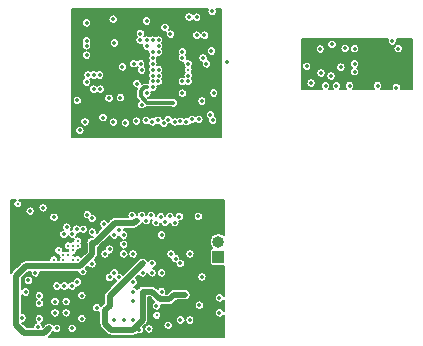
<source format=gbr>
G04 #@! TF.GenerationSoftware,KiCad,Pcbnew,(5.1.5)-3*
G04 #@! TF.CreationDate,2020-09-26T11:14:37+09:00*
G04 #@! TF.ProjectId,WF_Board,57465f42-6f61-4726-942e-6b696361645f,rev?*
G04 #@! TF.SameCoordinates,Original*
G04 #@! TF.FileFunction,Copper,L5,Inr*
G04 #@! TF.FilePolarity,Positive*
%FSLAX46Y46*%
G04 Gerber Fmt 4.6, Leading zero omitted, Abs format (unit mm)*
G04 Created by KiCad (PCBNEW (5.1.5)-3) date 2020-09-26 11:14:37*
%MOMM*%
%LPD*%
G04 APERTURE LIST*
%ADD10O,1.000000X1.000000*%
%ADD11R,1.000000X1.000000*%
%ADD12C,0.350000*%
%ADD13C,0.300000*%
%ADD14C,0.304800*%
%ADD15C,0.508000*%
%ADD16C,0.152400*%
G04 APERTURE END LIST*
D10*
X140970000Y-106031160D03*
D11*
X140970000Y-107301160D03*
D12*
X136175340Y-110243360D03*
X136175340Y-108645700D03*
X135375240Y-108645700D03*
X139586560Y-108993680D03*
X128604020Y-113351900D03*
X127153260Y-112031520D03*
X127153260Y-111081560D03*
X128103220Y-111081560D03*
X128103220Y-112031520D03*
X137933120Y-93446780D03*
X135433120Y-88946780D03*
X134933120Y-89446780D03*
X134399657Y-90939485D03*
X134933120Y-93446780D03*
X138492720Y-86986380D03*
X134355320Y-88941980D03*
X138433120Y-91946780D03*
X135933120Y-88946780D03*
D13*
X138433120Y-91446780D03*
D12*
X139813520Y-88535780D03*
X154462765Y-92794515D03*
X156065940Y-92960340D03*
X152527980Y-89667580D03*
X125708000Y-113220231D03*
X134292080Y-113458120D03*
X132974940Y-112643660D03*
X129057396Y-94053660D03*
X124665480Y-110272960D03*
X150074140Y-92814686D03*
X150530000Y-91990000D03*
X139372080Y-111395640D03*
X129837199Y-87478720D03*
X132189220Y-89197180D03*
X129835140Y-90221340D03*
X141076680Y-112030640D03*
X136731178Y-113086042D03*
X135101246Y-113386750D03*
D13*
X127866140Y-107143680D03*
D12*
X130307080Y-105195500D03*
D13*
X128663700Y-107545000D03*
X129064920Y-107544900D03*
D12*
X129509520Y-108543220D03*
X130296920Y-107887900D03*
X126154780Y-103144441D03*
X127076200Y-103938200D03*
X125483620Y-108647360D03*
D13*
X123992640Y-102825680D03*
D12*
X140596620Y-93426280D03*
X133774780Y-109444440D03*
X134574780Y-108645340D03*
X155710000Y-89020000D03*
X130300000Y-104040000D03*
X129690000Y-95860000D03*
X139590000Y-94100000D03*
X128620000Y-105380000D03*
X135733380Y-111449860D03*
X129834200Y-92501020D03*
X135375240Y-111043460D03*
X134575140Y-109443260D03*
X135375240Y-109443260D03*
X136975440Y-108645700D03*
X133775040Y-107845600D03*
X125835000Y-111881660D03*
X129424020Y-111881660D03*
X137775540Y-111043460D03*
X134914120Y-87335382D03*
X134933120Y-92946780D03*
X134933120Y-88946780D03*
X139153120Y-88535780D03*
X138433120Y-92446780D03*
X129933700Y-91902280D03*
X130985120Y-93101020D03*
X141076680Y-109490640D03*
X131693920Y-104098220D03*
D13*
X128264920Y-106744900D03*
D12*
X129585720Y-106744900D03*
X137182127Y-94267757D03*
X131220000Y-95510000D03*
X134575140Y-111043460D03*
X134575140Y-110243360D03*
X134575140Y-107845600D03*
X138171780Y-110504980D03*
X132042760Y-113479311D03*
X131782420Y-111437040D03*
X139153120Y-87011780D03*
X129890000Y-103730000D03*
X129260000Y-96590000D03*
X126652880Y-113352320D03*
X137933120Y-89446780D03*
X135433120Y-88446780D03*
X138433120Y-92946780D03*
X137868520Y-86928980D03*
X152524940Y-92265540D03*
X131033520Y-92501720D03*
X149524140Y-92814670D03*
X130880140Y-90266340D03*
X134086600Y-104225220D03*
D13*
X129064920Y-106344900D03*
D12*
X124664780Y-108069409D03*
D13*
X129064920Y-105944900D03*
D12*
X130307080Y-106085500D03*
X137434545Y-93445355D03*
X132524800Y-92135840D03*
X148844000Y-89408000D03*
X140648200Y-89450180D03*
X134090000Y-96770000D03*
X152524940Y-90315540D03*
X151357040Y-91237300D03*
X136933120Y-88446780D03*
D13*
X128264920Y-106343580D03*
D12*
X128150620Y-104781200D03*
X127894080Y-105386000D03*
D13*
X127064920Y-107544900D03*
X128663700Y-106744900D03*
D12*
X129527980Y-104954200D03*
X150971944Y-92814656D03*
X149678840Y-91737300D03*
X152091100Y-92799400D03*
X156214775Y-89662158D03*
X134377920Y-88387780D03*
X135433120Y-90946780D03*
X135433120Y-92946780D03*
X138433120Y-90946780D03*
X127303120Y-109760760D03*
X127953360Y-109760760D03*
X127303120Y-113352320D03*
X128603600Y-109760760D03*
X124910440Y-109290860D03*
X124384669Y-112463320D03*
X152525440Y-91615760D03*
X130934460Y-91902280D03*
X149610700Y-89697560D03*
X129834640Y-89019097D03*
X148460460Y-91173400D03*
X139981940Y-90954860D03*
X132080000Y-87177880D03*
X141719300Y-90772080D03*
X152522900Y-90962980D03*
X130434200Y-91902160D03*
X150608920Y-89311480D03*
X129834640Y-89420700D03*
X140406214Y-89868693D03*
X140459320Y-86522580D03*
X139687537Y-90455515D03*
X137933120Y-92446780D03*
X132700000Y-93820000D03*
D13*
X135775300Y-112242220D03*
D12*
X133775040Y-110243360D03*
X138575640Y-112643660D03*
X137770460Y-112643660D03*
D13*
X128663700Y-106343580D03*
D12*
X128978660Y-104954200D03*
X151729060Y-89651840D03*
X148846540Y-92585540D03*
X132854700Y-91211400D03*
X135433120Y-90446780D03*
X140510000Y-95740000D03*
X140315633Y-95267431D03*
X137933120Y-89946780D03*
X139330000Y-95660000D03*
X137933120Y-90446780D03*
X138290000Y-95840000D03*
X136174480Y-105444420D03*
X139301220Y-103872160D03*
X136471520Y-87868780D03*
X137774680Y-107844720D03*
X137683240Y-103884860D03*
X137780002Y-95820000D03*
X135933120Y-91446780D03*
X132974080Y-106244520D03*
X137294620Y-104390320D03*
X137280000Y-95870000D03*
X135933120Y-89446780D03*
X138574780Y-107044620D03*
X136885680Y-103879780D03*
X136746636Y-95670000D03*
X135933120Y-91946780D03*
X136489440Y-104372540D03*
X132575300Y-105025320D03*
X136370002Y-95980000D03*
X135933120Y-89946780D03*
X137375900Y-107445940D03*
X136093200Y-103887400D03*
X135879840Y-95724980D03*
X135433120Y-91946780D03*
X135691880Y-104390320D03*
X132173980Y-105444420D03*
X135400000Y-95860000D03*
X135433120Y-89946780D03*
X138770000Y-95650000D03*
X130434080Y-93101160D03*
D13*
X127866140Y-107545000D03*
D12*
X129057404Y-109424600D03*
X134482320Y-91475572D03*
X135374780Y-107844440D03*
X131287520Y-104517320D03*
X135433120Y-91446780D03*
X132092700Y-95897700D03*
D13*
X128264920Y-107143680D03*
D12*
X131721860Y-93858080D03*
X133814820Y-90947240D03*
X133111240Y-95948500D03*
X134081520Y-92638880D03*
X133697980Y-103783260D03*
X131775200Y-106643300D03*
X135433120Y-92446780D03*
X134493000Y-103783260D03*
X132173980Y-108644820D03*
X134050000Y-95810000D03*
X136974580Y-107044620D03*
X134886700Y-104225220D03*
X134491641Y-94402999D03*
X135915510Y-92446780D03*
X135293100Y-103778180D03*
X131373880Y-107044620D03*
X134880000Y-95750000D03*
X125059440Y-103425120D03*
X130683000Y-111601380D03*
X131772660Y-109041060D03*
X132572760Y-109041060D03*
X141077300Y-110762060D03*
X132973820Y-105444420D03*
X125834020Y-110581900D03*
D13*
X127464920Y-106744900D03*
D12*
X132974780Y-107044456D03*
X129422900Y-110582840D03*
X133773920Y-107044620D03*
X129424020Y-112531900D03*
X133775040Y-111043460D03*
X125835000Y-112531900D03*
X132173580Y-112643540D03*
X133775040Y-112643660D03*
X125835000Y-111231420D03*
D14*
X134963097Y-94267757D02*
X136934640Y-94267757D01*
X134933120Y-92946780D02*
X134687520Y-92946780D01*
X134406120Y-93710780D02*
X134963097Y-94267757D01*
X134687520Y-92946780D02*
X134406120Y-93228180D01*
X136934640Y-94267757D02*
X137182127Y-94267757D01*
X134406120Y-93228180D02*
X134406120Y-93710780D01*
D15*
X132042760Y-113479311D02*
X131889211Y-113479311D01*
X131889211Y-113479311D02*
X131406500Y-112996600D01*
X134575140Y-107845600D02*
X132234540Y-110186200D01*
X134575140Y-111043460D02*
X134575140Y-110243360D01*
X137924293Y-110504980D02*
X138171780Y-110504980D01*
X135384260Y-110243360D02*
X136042000Y-110901100D01*
X134575140Y-110243360D02*
X135384260Y-110243360D01*
X136849720Y-110901100D02*
X137245840Y-110504980D01*
X136042000Y-110901100D02*
X136849720Y-110901100D01*
X137245840Y-110504980D02*
X137924293Y-110504980D01*
X134574780Y-111043820D02*
X134575140Y-111043460D01*
X133724679Y-113479311D02*
X134574780Y-112629210D01*
X132042760Y-113479311D02*
X133724679Y-113479311D01*
X134574780Y-112629210D02*
X134574780Y-111043820D01*
X131406500Y-111812960D02*
X131782420Y-111437040D01*
X131406500Y-112996600D02*
X131406500Y-111812960D01*
X131782420Y-110638320D02*
X132234540Y-110186200D01*
X131782420Y-111437040D02*
X131782420Y-110638320D01*
X126652880Y-113352320D02*
X126254368Y-113750832D01*
X123854068Y-113046388D02*
X123854068Y-108880121D01*
X124558512Y-113750832D02*
X123854068Y-113046388D01*
X123854068Y-108880121D02*
X124489781Y-108244408D01*
X124489781Y-108244408D02*
X124664780Y-108069409D01*
X126254368Y-113750832D02*
X124558512Y-113750832D01*
X130307080Y-106375500D02*
X130307080Y-106085500D01*
X130307080Y-107051030D02*
X130307080Y-106375500D01*
X129288701Y-108069409D02*
X130307080Y-107051030D01*
X124664780Y-108069409D02*
X129288701Y-108069409D01*
X130544840Y-106085500D02*
X130307080Y-106085500D01*
X132209540Y-104420800D02*
X130544840Y-106085500D01*
X133845730Y-104420800D02*
X132209540Y-104420800D01*
X134086600Y-104225220D02*
X134041310Y-104225220D01*
X134041310Y-104225220D02*
X133845730Y-104420800D01*
D16*
G36*
X123847964Y-102475813D02*
G01*
X123813306Y-102490169D01*
X123751296Y-102531602D01*
X123698562Y-102584336D01*
X123657129Y-102646346D01*
X123628589Y-102715246D01*
X123614040Y-102788391D01*
X123614040Y-102862969D01*
X123628589Y-102936114D01*
X123657129Y-103005014D01*
X123698562Y-103067024D01*
X123751296Y-103119758D01*
X123813306Y-103161191D01*
X123882206Y-103189731D01*
X123955351Y-103204280D01*
X124029929Y-103204280D01*
X124103074Y-103189731D01*
X124171974Y-103161191D01*
X124233984Y-103119758D01*
X124286718Y-103067024D01*
X124328151Y-103005014D01*
X124356691Y-102936114D01*
X124371240Y-102862969D01*
X124371240Y-102788391D01*
X124356691Y-102715246D01*
X124328151Y-102646346D01*
X124286718Y-102584336D01*
X124233984Y-102531602D01*
X124171974Y-102490169D01*
X124138164Y-102476164D01*
X141430145Y-102497093D01*
X141434515Y-105465280D01*
X141434455Y-105465220D01*
X141315121Y-105385483D01*
X141182525Y-105330560D01*
X141041761Y-105302560D01*
X140898239Y-105302560D01*
X140757475Y-105330560D01*
X140624879Y-105385483D01*
X140505545Y-105465220D01*
X140404060Y-105566705D01*
X140324323Y-105686039D01*
X140269400Y-105818635D01*
X140241400Y-105959399D01*
X140241400Y-106102921D01*
X140269400Y-106243685D01*
X140324323Y-106376281D01*
X140404060Y-106495615D01*
X140479899Y-106571454D01*
X140470000Y-106571454D01*
X140425187Y-106575868D01*
X140382095Y-106588939D01*
X140342382Y-106610166D01*
X140307573Y-106638733D01*
X140279006Y-106673542D01*
X140257779Y-106713255D01*
X140244708Y-106756347D01*
X140240294Y-106801160D01*
X140240294Y-107801160D01*
X140244708Y-107845973D01*
X140257779Y-107889065D01*
X140279006Y-107928778D01*
X140307573Y-107963587D01*
X140342382Y-107992154D01*
X140382095Y-108013381D01*
X140425187Y-108026452D01*
X140470000Y-108030866D01*
X141438291Y-108030866D01*
X141442056Y-110588000D01*
X141434966Y-110570884D01*
X141390797Y-110504780D01*
X141334580Y-110448563D01*
X141268476Y-110404394D01*
X141195026Y-110373970D01*
X141117051Y-110358460D01*
X141037549Y-110358460D01*
X140959574Y-110373970D01*
X140886124Y-110404394D01*
X140820020Y-110448563D01*
X140763803Y-110504780D01*
X140719634Y-110570884D01*
X140689210Y-110644334D01*
X140673700Y-110722309D01*
X140673700Y-110801811D01*
X140689210Y-110879786D01*
X140719634Y-110953236D01*
X140763803Y-111019340D01*
X140820020Y-111075557D01*
X140886124Y-111119726D01*
X140959574Y-111150150D01*
X141037549Y-111165660D01*
X141117051Y-111165660D01*
X141195026Y-111150150D01*
X141268476Y-111119726D01*
X141334580Y-111075557D01*
X141390797Y-111019340D01*
X141434966Y-110953236D01*
X141442566Y-110934887D01*
X141443932Y-111862607D01*
X141434346Y-111839464D01*
X141390177Y-111773360D01*
X141333960Y-111717143D01*
X141267856Y-111672974D01*
X141194406Y-111642550D01*
X141116431Y-111627040D01*
X141036929Y-111627040D01*
X140958954Y-111642550D01*
X140885504Y-111672974D01*
X140819400Y-111717143D01*
X140763183Y-111773360D01*
X140719014Y-111839464D01*
X140688590Y-111912914D01*
X140673080Y-111990889D01*
X140673080Y-112070391D01*
X140688590Y-112148366D01*
X140719014Y-112221816D01*
X140763183Y-112287920D01*
X140819400Y-112344137D01*
X140885504Y-112388306D01*
X140958954Y-112418730D01*
X141036929Y-112434240D01*
X141116431Y-112434240D01*
X141194406Y-112418730D01*
X141267856Y-112388306D01*
X141333960Y-112344137D01*
X141390177Y-112287920D01*
X141434346Y-112221816D01*
X141444425Y-112197483D01*
X141447183Y-114070898D01*
X126634730Y-114052970D01*
X127010893Y-113676807D01*
X127031599Y-113651576D01*
X127045840Y-113665817D01*
X127111944Y-113709986D01*
X127185394Y-113740410D01*
X127263369Y-113755920D01*
X127342871Y-113755920D01*
X127420846Y-113740410D01*
X127494296Y-113709986D01*
X127560400Y-113665817D01*
X127616617Y-113609600D01*
X127660786Y-113543496D01*
X127691210Y-113470046D01*
X127706720Y-113392071D01*
X127706720Y-113312569D01*
X127706637Y-113312149D01*
X128200420Y-113312149D01*
X128200420Y-113391651D01*
X128215930Y-113469626D01*
X128246354Y-113543076D01*
X128290523Y-113609180D01*
X128346740Y-113665397D01*
X128412844Y-113709566D01*
X128486294Y-113739990D01*
X128564269Y-113755500D01*
X128643771Y-113755500D01*
X128721746Y-113739990D01*
X128795196Y-113709566D01*
X128861300Y-113665397D01*
X128917517Y-113609180D01*
X128961686Y-113543076D01*
X128992110Y-113469626D01*
X129007620Y-113391651D01*
X129007620Y-113312149D01*
X128992110Y-113234174D01*
X128961686Y-113160724D01*
X128917517Y-113094620D01*
X128861300Y-113038403D01*
X128795196Y-112994234D01*
X128721746Y-112963810D01*
X128643771Y-112948300D01*
X128564269Y-112948300D01*
X128486294Y-112963810D01*
X128412844Y-112994234D01*
X128346740Y-113038403D01*
X128290523Y-113094620D01*
X128246354Y-113160724D01*
X128215930Y-113234174D01*
X128200420Y-113312149D01*
X127706637Y-113312149D01*
X127691210Y-113234594D01*
X127660786Y-113161144D01*
X127616617Y-113095040D01*
X127560400Y-113038823D01*
X127494296Y-112994654D01*
X127420846Y-112964230D01*
X127342871Y-112948720D01*
X127263369Y-112948720D01*
X127185394Y-112964230D01*
X127111944Y-112994654D01*
X127045840Y-113038823D01*
X127031598Y-113053065D01*
X126995780Y-113009420D01*
X126922295Y-112949112D01*
X126838456Y-112904298D01*
X126747486Y-112876704D01*
X126652879Y-112867385D01*
X126558273Y-112876704D01*
X126467303Y-112904298D01*
X126383464Y-112949112D01*
X126328393Y-112994307D01*
X126111600Y-113211101D01*
X126111600Y-113180480D01*
X126096090Y-113102505D01*
X126065666Y-113029055D01*
X126021497Y-112962951D01*
X125970976Y-112912430D01*
X126026176Y-112889566D01*
X126092280Y-112845397D01*
X126148497Y-112789180D01*
X126192666Y-112723076D01*
X126223090Y-112649626D01*
X126238600Y-112571651D01*
X126238600Y-112492149D01*
X129020420Y-112492149D01*
X129020420Y-112571651D01*
X129035930Y-112649626D01*
X129066354Y-112723076D01*
X129110523Y-112789180D01*
X129166740Y-112845397D01*
X129232844Y-112889566D01*
X129306294Y-112919990D01*
X129384269Y-112935500D01*
X129463771Y-112935500D01*
X129541746Y-112919990D01*
X129615196Y-112889566D01*
X129681300Y-112845397D01*
X129737517Y-112789180D01*
X129781686Y-112723076D01*
X129812110Y-112649626D01*
X129827620Y-112571651D01*
X129827620Y-112492149D01*
X129812110Y-112414174D01*
X129781686Y-112340724D01*
X129737517Y-112274620D01*
X129681300Y-112218403D01*
X129615196Y-112174234D01*
X129541746Y-112143810D01*
X129463771Y-112128300D01*
X129384269Y-112128300D01*
X129306294Y-112143810D01*
X129232844Y-112174234D01*
X129166740Y-112218403D01*
X129110523Y-112274620D01*
X129066354Y-112340724D01*
X129035930Y-112414174D01*
X129020420Y-112492149D01*
X126238600Y-112492149D01*
X126223090Y-112414174D01*
X126192666Y-112340724D01*
X126148497Y-112274620D01*
X126092280Y-112218403D01*
X126026176Y-112174234D01*
X125952726Y-112143810D01*
X125874751Y-112128300D01*
X125795249Y-112128300D01*
X125717274Y-112143810D01*
X125643824Y-112174234D01*
X125577720Y-112218403D01*
X125521503Y-112274620D01*
X125477334Y-112340724D01*
X125446910Y-112414174D01*
X125431400Y-112492149D01*
X125431400Y-112571651D01*
X125446910Y-112649626D01*
X125477334Y-112723076D01*
X125521503Y-112789180D01*
X125572024Y-112839701D01*
X125516824Y-112862565D01*
X125450720Y-112906734D01*
X125394503Y-112962951D01*
X125350334Y-113029055D01*
X125319910Y-113102505D01*
X125304400Y-113180480D01*
X125304400Y-113259982D01*
X125306041Y-113268232D01*
X124758411Y-113268232D01*
X124357099Y-112866920D01*
X124424420Y-112866920D01*
X124502395Y-112851410D01*
X124575845Y-112820986D01*
X124641949Y-112776817D01*
X124698166Y-112720600D01*
X124742335Y-112654496D01*
X124772759Y-112581046D01*
X124788269Y-112503071D01*
X124788269Y-112423569D01*
X124772759Y-112345594D01*
X124742335Y-112272144D01*
X124698166Y-112206040D01*
X124641949Y-112149823D01*
X124575845Y-112105654D01*
X124502395Y-112075230D01*
X124424420Y-112059720D01*
X124344918Y-112059720D01*
X124336668Y-112061361D01*
X124336668Y-111991769D01*
X126749660Y-111991769D01*
X126749660Y-112071271D01*
X126765170Y-112149246D01*
X126795594Y-112222696D01*
X126839763Y-112288800D01*
X126895980Y-112345017D01*
X126962084Y-112389186D01*
X127035534Y-112419610D01*
X127113509Y-112435120D01*
X127193011Y-112435120D01*
X127270986Y-112419610D01*
X127344436Y-112389186D01*
X127410540Y-112345017D01*
X127466757Y-112288800D01*
X127510926Y-112222696D01*
X127541350Y-112149246D01*
X127556860Y-112071271D01*
X127556860Y-111991769D01*
X127699620Y-111991769D01*
X127699620Y-112071271D01*
X127715130Y-112149246D01*
X127745554Y-112222696D01*
X127789723Y-112288800D01*
X127845940Y-112345017D01*
X127912044Y-112389186D01*
X127985494Y-112419610D01*
X128063469Y-112435120D01*
X128142971Y-112435120D01*
X128220946Y-112419610D01*
X128294396Y-112389186D01*
X128360500Y-112345017D01*
X128416717Y-112288800D01*
X128460886Y-112222696D01*
X128491310Y-112149246D01*
X128506820Y-112071271D01*
X128506820Y-111991769D01*
X128491310Y-111913794D01*
X128460886Y-111840344D01*
X128416717Y-111774240D01*
X128360500Y-111718023D01*
X128294396Y-111673854D01*
X128220946Y-111643430D01*
X128142971Y-111627920D01*
X128063469Y-111627920D01*
X127985494Y-111643430D01*
X127912044Y-111673854D01*
X127845940Y-111718023D01*
X127789723Y-111774240D01*
X127745554Y-111840344D01*
X127715130Y-111913794D01*
X127699620Y-111991769D01*
X127556860Y-111991769D01*
X127541350Y-111913794D01*
X127510926Y-111840344D01*
X127466757Y-111774240D01*
X127410540Y-111718023D01*
X127344436Y-111673854D01*
X127270986Y-111643430D01*
X127193011Y-111627920D01*
X127113509Y-111627920D01*
X127035534Y-111643430D01*
X126962084Y-111673854D01*
X126895980Y-111718023D01*
X126839763Y-111774240D01*
X126795594Y-111840344D01*
X126765170Y-111913794D01*
X126749660Y-111991769D01*
X124336668Y-111991769D01*
X124336668Y-110507319D01*
X124351983Y-110530240D01*
X124408200Y-110586457D01*
X124474304Y-110630626D01*
X124547754Y-110661050D01*
X124625729Y-110676560D01*
X124705231Y-110676560D01*
X124783206Y-110661050D01*
X124856656Y-110630626D01*
X124922760Y-110586457D01*
X124967068Y-110542149D01*
X125430420Y-110542149D01*
X125430420Y-110621651D01*
X125445930Y-110699626D01*
X125476354Y-110773076D01*
X125520523Y-110839180D01*
X125576740Y-110895397D01*
X125594086Y-110906987D01*
X125577720Y-110917923D01*
X125521503Y-110974140D01*
X125477334Y-111040244D01*
X125446910Y-111113694D01*
X125431400Y-111191669D01*
X125431400Y-111271171D01*
X125446910Y-111349146D01*
X125477334Y-111422596D01*
X125521503Y-111488700D01*
X125577720Y-111544917D01*
X125643824Y-111589086D01*
X125717274Y-111619510D01*
X125795249Y-111635020D01*
X125874751Y-111635020D01*
X125952726Y-111619510D01*
X126026176Y-111589086D01*
X126067268Y-111561629D01*
X130279400Y-111561629D01*
X130279400Y-111641131D01*
X130294910Y-111719106D01*
X130325334Y-111792556D01*
X130369503Y-111858660D01*
X130425720Y-111914877D01*
X130491824Y-111959046D01*
X130565274Y-111989470D01*
X130643249Y-112004980D01*
X130722751Y-112004980D01*
X130800726Y-111989470D01*
X130874176Y-111959046D01*
X130923901Y-111925821D01*
X130923900Y-112972895D01*
X130921565Y-112996600D01*
X130923900Y-113020305D01*
X130923900Y-113020306D01*
X130930883Y-113091205D01*
X130958478Y-113182176D01*
X131003291Y-113266015D01*
X131063599Y-113339501D01*
X131082018Y-113354617D01*
X131531194Y-113803793D01*
X131546310Y-113822212D01*
X131619796Y-113882520D01*
X131703634Y-113927333D01*
X131794605Y-113954928D01*
X131865504Y-113961911D01*
X131865513Y-113961911D01*
X131889210Y-113964245D01*
X131912907Y-113961911D01*
X133700974Y-113961911D01*
X133724679Y-113964246D01*
X133748384Y-113961911D01*
X133748386Y-113961911D01*
X133819285Y-113954928D01*
X133910256Y-113927333D01*
X133994094Y-113882520D01*
X134067580Y-113822212D01*
X134082696Y-113803793D01*
X134082800Y-113803689D01*
X134100904Y-113815786D01*
X134174354Y-113846210D01*
X134252329Y-113861720D01*
X134331831Y-113861720D01*
X134409806Y-113846210D01*
X134483256Y-113815786D01*
X134549360Y-113771617D01*
X134605577Y-113715400D01*
X134649746Y-113649296D01*
X134680170Y-113575846D01*
X134695680Y-113497871D01*
X134695680Y-113418369D01*
X134681484Y-113346999D01*
X134697646Y-113346999D01*
X134697646Y-113426501D01*
X134713156Y-113504476D01*
X134743580Y-113577926D01*
X134787749Y-113644030D01*
X134843966Y-113700247D01*
X134910070Y-113744416D01*
X134983520Y-113774840D01*
X135061495Y-113790350D01*
X135140997Y-113790350D01*
X135218972Y-113774840D01*
X135292422Y-113744416D01*
X135358526Y-113700247D01*
X135414743Y-113644030D01*
X135458912Y-113577926D01*
X135489336Y-113504476D01*
X135504846Y-113426501D01*
X135504846Y-113346999D01*
X135489336Y-113269024D01*
X135458912Y-113195574D01*
X135414743Y-113129470D01*
X135358526Y-113073253D01*
X135318175Y-113046291D01*
X136327578Y-113046291D01*
X136327578Y-113125793D01*
X136343088Y-113203768D01*
X136373512Y-113277218D01*
X136417681Y-113343322D01*
X136473898Y-113399539D01*
X136540002Y-113443708D01*
X136613452Y-113474132D01*
X136691427Y-113489642D01*
X136770929Y-113489642D01*
X136848904Y-113474132D01*
X136922354Y-113443708D01*
X136988458Y-113399539D01*
X137044675Y-113343322D01*
X137088844Y-113277218D01*
X137119268Y-113203768D01*
X137134778Y-113125793D01*
X137134778Y-113046291D01*
X137119268Y-112968316D01*
X137088844Y-112894866D01*
X137044675Y-112828762D01*
X136988458Y-112772545D01*
X136922354Y-112728376D01*
X136848904Y-112697952D01*
X136770929Y-112682442D01*
X136691427Y-112682442D01*
X136613452Y-112697952D01*
X136540002Y-112728376D01*
X136473898Y-112772545D01*
X136417681Y-112828762D01*
X136373512Y-112894866D01*
X136343088Y-112968316D01*
X136327578Y-113046291D01*
X135318175Y-113046291D01*
X135292422Y-113029084D01*
X135218972Y-112998660D01*
X135140997Y-112983150D01*
X135061495Y-112983150D01*
X134983520Y-112998660D01*
X134910070Y-113029084D01*
X134843966Y-113073253D01*
X134787749Y-113129470D01*
X134743580Y-113195574D01*
X134713156Y-113269024D01*
X134697646Y-113346999D01*
X134681484Y-113346999D01*
X134680170Y-113340394D01*
X134649746Y-113266944D01*
X134637649Y-113248840D01*
X134899262Y-112987227D01*
X134917681Y-112972111D01*
X134977989Y-112898625D01*
X135022802Y-112814787D01*
X135050397Y-112723816D01*
X135057380Y-112652917D01*
X135057380Y-112652908D01*
X135059714Y-112629211D01*
X135057380Y-112605514D01*
X135057380Y-112204931D01*
X135396700Y-112204931D01*
X135396700Y-112279509D01*
X135411249Y-112352654D01*
X135439789Y-112421554D01*
X135481222Y-112483564D01*
X135533956Y-112536298D01*
X135595966Y-112577731D01*
X135664866Y-112606271D01*
X135738011Y-112620820D01*
X135812589Y-112620820D01*
X135885734Y-112606271D01*
X135891436Y-112603909D01*
X137366860Y-112603909D01*
X137366860Y-112683411D01*
X137382370Y-112761386D01*
X137412794Y-112834836D01*
X137456963Y-112900940D01*
X137513180Y-112957157D01*
X137579284Y-113001326D01*
X137652734Y-113031750D01*
X137730709Y-113047260D01*
X137810211Y-113047260D01*
X137888186Y-113031750D01*
X137961636Y-113001326D01*
X138027740Y-112957157D01*
X138083957Y-112900940D01*
X138128126Y-112834836D01*
X138158550Y-112761386D01*
X138173050Y-112688489D01*
X138187550Y-112761386D01*
X138217974Y-112834836D01*
X138262143Y-112900940D01*
X138318360Y-112957157D01*
X138384464Y-113001326D01*
X138457914Y-113031750D01*
X138535889Y-113047260D01*
X138615391Y-113047260D01*
X138693366Y-113031750D01*
X138766816Y-113001326D01*
X138832920Y-112957157D01*
X138889137Y-112900940D01*
X138933306Y-112834836D01*
X138963730Y-112761386D01*
X138979240Y-112683411D01*
X138979240Y-112603909D01*
X138963730Y-112525934D01*
X138933306Y-112452484D01*
X138889137Y-112386380D01*
X138832920Y-112330163D01*
X138766816Y-112285994D01*
X138693366Y-112255570D01*
X138615391Y-112240060D01*
X138535889Y-112240060D01*
X138457914Y-112255570D01*
X138384464Y-112285994D01*
X138318360Y-112330163D01*
X138262143Y-112386380D01*
X138217974Y-112452484D01*
X138187550Y-112525934D01*
X138173050Y-112598831D01*
X138158550Y-112525934D01*
X138128126Y-112452484D01*
X138083957Y-112386380D01*
X138027740Y-112330163D01*
X137961636Y-112285994D01*
X137888186Y-112255570D01*
X137810211Y-112240060D01*
X137730709Y-112240060D01*
X137652734Y-112255570D01*
X137579284Y-112285994D01*
X137513180Y-112330163D01*
X137456963Y-112386380D01*
X137412794Y-112452484D01*
X137382370Y-112525934D01*
X137366860Y-112603909D01*
X135891436Y-112603909D01*
X135954634Y-112577731D01*
X136016644Y-112536298D01*
X136069378Y-112483564D01*
X136110811Y-112421554D01*
X136139351Y-112352654D01*
X136153900Y-112279509D01*
X136153900Y-112204931D01*
X136139351Y-112131786D01*
X136110811Y-112062886D01*
X136069378Y-112000876D01*
X136016644Y-111948142D01*
X135954634Y-111906709D01*
X135885734Y-111878169D01*
X135812589Y-111863620D01*
X135738011Y-111863620D01*
X135664866Y-111878169D01*
X135595966Y-111906709D01*
X135533956Y-111948142D01*
X135481222Y-112000876D01*
X135439789Y-112062886D01*
X135411249Y-112131786D01*
X135396700Y-112204931D01*
X135057380Y-112204931D01*
X135057380Y-111070822D01*
X135057740Y-111067167D01*
X135057740Y-111067166D01*
X135060075Y-111043461D01*
X135057740Y-111019756D01*
X135057740Y-110725960D01*
X135184361Y-110725960D01*
X135548137Y-111089737D01*
X135542204Y-111092194D01*
X135476100Y-111136363D01*
X135419883Y-111192580D01*
X135375714Y-111258684D01*
X135345290Y-111332134D01*
X135329780Y-111410109D01*
X135329780Y-111489611D01*
X135345290Y-111567586D01*
X135375714Y-111641036D01*
X135419883Y-111707140D01*
X135476100Y-111763357D01*
X135542204Y-111807526D01*
X135615654Y-111837950D01*
X135693629Y-111853460D01*
X135773131Y-111853460D01*
X135851106Y-111837950D01*
X135924556Y-111807526D01*
X135990660Y-111763357D01*
X136046877Y-111707140D01*
X136091046Y-111641036D01*
X136121470Y-111567586D01*
X136136980Y-111489611D01*
X136136980Y-111410109D01*
X136131727Y-111383700D01*
X136826015Y-111383700D01*
X136849720Y-111386035D01*
X136873425Y-111383700D01*
X136873427Y-111383700D01*
X136944326Y-111376717D01*
X137012988Y-111355889D01*
X138968480Y-111355889D01*
X138968480Y-111435391D01*
X138983990Y-111513366D01*
X139014414Y-111586816D01*
X139058583Y-111652920D01*
X139114800Y-111709137D01*
X139180904Y-111753306D01*
X139254354Y-111783730D01*
X139332329Y-111799240D01*
X139411831Y-111799240D01*
X139489806Y-111783730D01*
X139563256Y-111753306D01*
X139629360Y-111709137D01*
X139685577Y-111652920D01*
X139729746Y-111586816D01*
X139760170Y-111513366D01*
X139775680Y-111435391D01*
X139775680Y-111355889D01*
X139760170Y-111277914D01*
X139729746Y-111204464D01*
X139685577Y-111138360D01*
X139629360Y-111082143D01*
X139563256Y-111037974D01*
X139489806Y-111007550D01*
X139411831Y-110992040D01*
X139332329Y-110992040D01*
X139254354Y-111007550D01*
X139180904Y-111037974D01*
X139114800Y-111082143D01*
X139058583Y-111138360D01*
X139014414Y-111204464D01*
X138983990Y-111277914D01*
X138968480Y-111355889D01*
X137012988Y-111355889D01*
X137035297Y-111349122D01*
X137119135Y-111304309D01*
X137192621Y-111244001D01*
X137207737Y-111225582D01*
X137445739Y-110987580D01*
X138195487Y-110987580D01*
X138266386Y-110980597D01*
X138357357Y-110953002D01*
X138441195Y-110908189D01*
X138514681Y-110847881D01*
X138574989Y-110774395D01*
X138619802Y-110690557D01*
X138647397Y-110599586D01*
X138656715Y-110504980D01*
X138647397Y-110410374D01*
X138619802Y-110319403D01*
X138574989Y-110235565D01*
X138514681Y-110162079D01*
X138441195Y-110101771D01*
X138357357Y-110056958D01*
X138266386Y-110029363D01*
X138195487Y-110022380D01*
X137269544Y-110022380D01*
X137245839Y-110020045D01*
X137222134Y-110022380D01*
X137222133Y-110022380D01*
X137151234Y-110029363D01*
X137060263Y-110056958D01*
X136976425Y-110101771D01*
X136902939Y-110162079D01*
X136887823Y-110180498D01*
X136649821Y-110418500D01*
X136539648Y-110418500D01*
X136563430Y-110361086D01*
X136578940Y-110283111D01*
X136578940Y-110203609D01*
X136563430Y-110125634D01*
X136533006Y-110052184D01*
X136488837Y-109986080D01*
X136432620Y-109929863D01*
X136366516Y-109885694D01*
X136293066Y-109855270D01*
X136215091Y-109839760D01*
X136135589Y-109839760D01*
X136057614Y-109855270D01*
X135984164Y-109885694D01*
X135918060Y-109929863D01*
X135861843Y-109986080D01*
X135840869Y-110017470D01*
X135742277Y-109918878D01*
X135727161Y-109900459D01*
X135653675Y-109840151D01*
X135569837Y-109795338D01*
X135478866Y-109767743D01*
X135407967Y-109760760D01*
X135407965Y-109760760D01*
X135384260Y-109758425D01*
X135360555Y-109760760D01*
X134598847Y-109760760D01*
X134575140Y-109758425D01*
X134551433Y-109760760D01*
X134480534Y-109767743D01*
X134389563Y-109795338D01*
X134305725Y-109840151D01*
X134232239Y-109900459D01*
X134171931Y-109973945D01*
X134131264Y-110050026D01*
X134088537Y-109986080D01*
X134032320Y-109929863D01*
X133966216Y-109885694D01*
X133892766Y-109855270D01*
X133835474Y-109843874D01*
X133892506Y-109832530D01*
X133965956Y-109802106D01*
X134032060Y-109757937D01*
X134088277Y-109701720D01*
X134132446Y-109635616D01*
X134162870Y-109562166D01*
X134178380Y-109484191D01*
X134178380Y-109404689D01*
X134162870Y-109326714D01*
X134132446Y-109253264D01*
X134088277Y-109187160D01*
X134032060Y-109130943D01*
X133996234Y-109107005D01*
X134236985Y-108866254D01*
X134261283Y-108902620D01*
X134317500Y-108958837D01*
X134383604Y-109003006D01*
X134457054Y-109033430D01*
X134535029Y-109048940D01*
X134614531Y-109048940D01*
X134692506Y-109033430D01*
X134765956Y-109003006D01*
X134832060Y-108958837D01*
X134888277Y-108902620D01*
X134932446Y-108836516D01*
X134962870Y-108763066D01*
X134974974Y-108702213D01*
X134987150Y-108763426D01*
X135017574Y-108836876D01*
X135061743Y-108902980D01*
X135117960Y-108959197D01*
X135184064Y-109003366D01*
X135257514Y-109033790D01*
X135335489Y-109049300D01*
X135414991Y-109049300D01*
X135492966Y-109033790D01*
X135566416Y-109003366D01*
X135632520Y-108959197D01*
X135688737Y-108902980D01*
X135732906Y-108836876D01*
X135763330Y-108763426D01*
X135775290Y-108703298D01*
X135787250Y-108763426D01*
X135817674Y-108836876D01*
X135861843Y-108902980D01*
X135918060Y-108959197D01*
X135984164Y-109003366D01*
X136057614Y-109033790D01*
X136135589Y-109049300D01*
X136215091Y-109049300D01*
X136293066Y-109033790D01*
X136366516Y-109003366D01*
X136432620Y-108959197D01*
X136437888Y-108953929D01*
X139182960Y-108953929D01*
X139182960Y-109033431D01*
X139198470Y-109111406D01*
X139228894Y-109184856D01*
X139273063Y-109250960D01*
X139329280Y-109307177D01*
X139395384Y-109351346D01*
X139468834Y-109381770D01*
X139546809Y-109397280D01*
X139626311Y-109397280D01*
X139704286Y-109381770D01*
X139777736Y-109351346D01*
X139843840Y-109307177D01*
X139900057Y-109250960D01*
X139944226Y-109184856D01*
X139974650Y-109111406D01*
X139990160Y-109033431D01*
X139990160Y-108953929D01*
X139974650Y-108875954D01*
X139944226Y-108802504D01*
X139900057Y-108736400D01*
X139843840Y-108680183D01*
X139777736Y-108636014D01*
X139704286Y-108605590D01*
X139626311Y-108590080D01*
X139546809Y-108590080D01*
X139468834Y-108605590D01*
X139395384Y-108636014D01*
X139329280Y-108680183D01*
X139273063Y-108736400D01*
X139228894Y-108802504D01*
X139198470Y-108875954D01*
X139182960Y-108953929D01*
X136437888Y-108953929D01*
X136488837Y-108902980D01*
X136533006Y-108836876D01*
X136563430Y-108763426D01*
X136578940Y-108685451D01*
X136578940Y-108605949D01*
X136563430Y-108527974D01*
X136533006Y-108454524D01*
X136488837Y-108388420D01*
X136432620Y-108332203D01*
X136366516Y-108288034D01*
X136293066Y-108257610D01*
X136215091Y-108242100D01*
X136135589Y-108242100D01*
X136057614Y-108257610D01*
X135984164Y-108288034D01*
X135918060Y-108332203D01*
X135861843Y-108388420D01*
X135817674Y-108454524D01*
X135787250Y-108527974D01*
X135775290Y-108588102D01*
X135763330Y-108527974D01*
X135732906Y-108454524D01*
X135688737Y-108388420D01*
X135632520Y-108332203D01*
X135566416Y-108288034D01*
X135492966Y-108257610D01*
X135429692Y-108245024D01*
X135492506Y-108232530D01*
X135565956Y-108202106D01*
X135632060Y-108157937D01*
X135688277Y-108101720D01*
X135732446Y-108035616D01*
X135762870Y-107962166D01*
X135778380Y-107884191D01*
X135778380Y-107804689D01*
X135762870Y-107726714D01*
X135732446Y-107653264D01*
X135688277Y-107587160D01*
X135632060Y-107530943D01*
X135565956Y-107486774D01*
X135492506Y-107456350D01*
X135414531Y-107440840D01*
X135335029Y-107440840D01*
X135257054Y-107456350D01*
X135183604Y-107486774D01*
X135117500Y-107530943D01*
X135061283Y-107587160D01*
X135018466Y-107651240D01*
X134978348Y-107576185D01*
X134918040Y-107502700D01*
X134844555Y-107442392D01*
X134760716Y-107397579D01*
X134669746Y-107369984D01*
X134575139Y-107360665D01*
X134480533Y-107369984D01*
X134389563Y-107397579D01*
X134305724Y-107442392D01*
X134250653Y-107487588D01*
X132913576Y-108824665D01*
X132886257Y-108783780D01*
X132830040Y-108727563D01*
X132763936Y-108683394D01*
X132690486Y-108652970D01*
X132612511Y-108637460D01*
X132577580Y-108637460D01*
X132577580Y-108605069D01*
X132562070Y-108527094D01*
X132531646Y-108453644D01*
X132487477Y-108387540D01*
X132431260Y-108331323D01*
X132365156Y-108287154D01*
X132291706Y-108256730D01*
X132213731Y-108241220D01*
X132134229Y-108241220D01*
X132056254Y-108256730D01*
X131982804Y-108287154D01*
X131916700Y-108331323D01*
X131860483Y-108387540D01*
X131816314Y-108453644D01*
X131785890Y-108527094D01*
X131770380Y-108605069D01*
X131770380Y-108637460D01*
X131732909Y-108637460D01*
X131654934Y-108652970D01*
X131581484Y-108683394D01*
X131515380Y-108727563D01*
X131459163Y-108783780D01*
X131414994Y-108849884D01*
X131384570Y-108923334D01*
X131369060Y-109001309D01*
X131369060Y-109080811D01*
X131384570Y-109158786D01*
X131414994Y-109232236D01*
X131459163Y-109298340D01*
X131515380Y-109354557D01*
X131581484Y-109398726D01*
X131654934Y-109429150D01*
X131732909Y-109444660D01*
X131812411Y-109444660D01*
X131890386Y-109429150D01*
X131963836Y-109398726D01*
X132029940Y-109354557D01*
X132086157Y-109298340D01*
X132130326Y-109232236D01*
X132160750Y-109158786D01*
X132172710Y-109098658D01*
X132184670Y-109158786D01*
X132215094Y-109232236D01*
X132259263Y-109298340D01*
X132315480Y-109354557D01*
X132356365Y-109381876D01*
X131457933Y-110280308D01*
X131439520Y-110295419D01*
X131424409Y-110313832D01*
X131424407Y-110313834D01*
X131379212Y-110368905D01*
X131334398Y-110452744D01*
X131306804Y-110543714D01*
X131297485Y-110638320D01*
X131299821Y-110662034D01*
X131299820Y-111237141D01*
X131082013Y-111454948D01*
X131064987Y-111468921D01*
X131040666Y-111410204D01*
X130996497Y-111344100D01*
X130940280Y-111287883D01*
X130874176Y-111243714D01*
X130800726Y-111213290D01*
X130722751Y-111197780D01*
X130643249Y-111197780D01*
X130565274Y-111213290D01*
X130491824Y-111243714D01*
X130425720Y-111287883D01*
X130369503Y-111344100D01*
X130325334Y-111410204D01*
X130294910Y-111483654D01*
X130279400Y-111561629D01*
X126067268Y-111561629D01*
X126092280Y-111544917D01*
X126148497Y-111488700D01*
X126192666Y-111422596D01*
X126223090Y-111349146D01*
X126238600Y-111271171D01*
X126238600Y-111191669D01*
X126223090Y-111113694D01*
X126193315Y-111041809D01*
X126749660Y-111041809D01*
X126749660Y-111121311D01*
X126765170Y-111199286D01*
X126795594Y-111272736D01*
X126839763Y-111338840D01*
X126895980Y-111395057D01*
X126962084Y-111439226D01*
X127035534Y-111469650D01*
X127113509Y-111485160D01*
X127193011Y-111485160D01*
X127270986Y-111469650D01*
X127344436Y-111439226D01*
X127410540Y-111395057D01*
X127466757Y-111338840D01*
X127510926Y-111272736D01*
X127541350Y-111199286D01*
X127556860Y-111121311D01*
X127556860Y-111041809D01*
X127699620Y-111041809D01*
X127699620Y-111121311D01*
X127715130Y-111199286D01*
X127745554Y-111272736D01*
X127789723Y-111338840D01*
X127845940Y-111395057D01*
X127912044Y-111439226D01*
X127985494Y-111469650D01*
X128063469Y-111485160D01*
X128142971Y-111485160D01*
X128220946Y-111469650D01*
X128294396Y-111439226D01*
X128360500Y-111395057D01*
X128416717Y-111338840D01*
X128460886Y-111272736D01*
X128491310Y-111199286D01*
X128506820Y-111121311D01*
X128506820Y-111041809D01*
X128491310Y-110963834D01*
X128460886Y-110890384D01*
X128416717Y-110824280D01*
X128360500Y-110768063D01*
X128294396Y-110723894D01*
X128220946Y-110693470D01*
X128142971Y-110677960D01*
X128063469Y-110677960D01*
X127985494Y-110693470D01*
X127912044Y-110723894D01*
X127845940Y-110768063D01*
X127789723Y-110824280D01*
X127745554Y-110890384D01*
X127715130Y-110963834D01*
X127699620Y-111041809D01*
X127556860Y-111041809D01*
X127541350Y-110963834D01*
X127510926Y-110890384D01*
X127466757Y-110824280D01*
X127410540Y-110768063D01*
X127344436Y-110723894D01*
X127270986Y-110693470D01*
X127193011Y-110677960D01*
X127113509Y-110677960D01*
X127035534Y-110693470D01*
X126962084Y-110723894D01*
X126895980Y-110768063D01*
X126839763Y-110824280D01*
X126795594Y-110890384D01*
X126765170Y-110963834D01*
X126749660Y-111041809D01*
X126193315Y-111041809D01*
X126192666Y-111040244D01*
X126148497Y-110974140D01*
X126092280Y-110917923D01*
X126074934Y-110906333D01*
X126091300Y-110895397D01*
X126147517Y-110839180D01*
X126191686Y-110773076D01*
X126222110Y-110699626D01*
X126237620Y-110621651D01*
X126237620Y-110543089D01*
X129019300Y-110543089D01*
X129019300Y-110622591D01*
X129034810Y-110700566D01*
X129065234Y-110774016D01*
X129109403Y-110840120D01*
X129165620Y-110896337D01*
X129231724Y-110940506D01*
X129305174Y-110970930D01*
X129383149Y-110986440D01*
X129462651Y-110986440D01*
X129540626Y-110970930D01*
X129614076Y-110940506D01*
X129680180Y-110896337D01*
X129736397Y-110840120D01*
X129780566Y-110774016D01*
X129810990Y-110700566D01*
X129826500Y-110622591D01*
X129826500Y-110543089D01*
X129810990Y-110465114D01*
X129780566Y-110391664D01*
X129736397Y-110325560D01*
X129680180Y-110269343D01*
X129614076Y-110225174D01*
X129540626Y-110194750D01*
X129462651Y-110179240D01*
X129383149Y-110179240D01*
X129305174Y-110194750D01*
X129231724Y-110225174D01*
X129165620Y-110269343D01*
X129109403Y-110325560D01*
X129065234Y-110391664D01*
X129034810Y-110465114D01*
X129019300Y-110543089D01*
X126237620Y-110543089D01*
X126237620Y-110542149D01*
X126222110Y-110464174D01*
X126191686Y-110390724D01*
X126147517Y-110324620D01*
X126091300Y-110268403D01*
X126025196Y-110224234D01*
X125951746Y-110193810D01*
X125873771Y-110178300D01*
X125794269Y-110178300D01*
X125716294Y-110193810D01*
X125642844Y-110224234D01*
X125576740Y-110268403D01*
X125520523Y-110324620D01*
X125476354Y-110390724D01*
X125445930Y-110464174D01*
X125430420Y-110542149D01*
X124967068Y-110542149D01*
X124978977Y-110530240D01*
X125023146Y-110464136D01*
X125053570Y-110390686D01*
X125069080Y-110312711D01*
X125069080Y-110233209D01*
X125053570Y-110155234D01*
X125023146Y-110081784D01*
X124978977Y-110015680D01*
X124922760Y-109959463D01*
X124856656Y-109915294D01*
X124783206Y-109884870D01*
X124705231Y-109869360D01*
X124625729Y-109869360D01*
X124547754Y-109884870D01*
X124474304Y-109915294D01*
X124408200Y-109959463D01*
X124351983Y-110015680D01*
X124336668Y-110038601D01*
X124336668Y-109721009D01*
X126899520Y-109721009D01*
X126899520Y-109800511D01*
X126915030Y-109878486D01*
X126945454Y-109951936D01*
X126989623Y-110018040D01*
X127045840Y-110074257D01*
X127111944Y-110118426D01*
X127185394Y-110148850D01*
X127263369Y-110164360D01*
X127342871Y-110164360D01*
X127420846Y-110148850D01*
X127494296Y-110118426D01*
X127560400Y-110074257D01*
X127616617Y-110018040D01*
X127628240Y-110000645D01*
X127639863Y-110018040D01*
X127696080Y-110074257D01*
X127762184Y-110118426D01*
X127835634Y-110148850D01*
X127913609Y-110164360D01*
X127993111Y-110164360D01*
X128071086Y-110148850D01*
X128144536Y-110118426D01*
X128210640Y-110074257D01*
X128266857Y-110018040D01*
X128278480Y-110000645D01*
X128290103Y-110018040D01*
X128346320Y-110074257D01*
X128412424Y-110118426D01*
X128485874Y-110148850D01*
X128563849Y-110164360D01*
X128643351Y-110164360D01*
X128721326Y-110148850D01*
X128794776Y-110118426D01*
X128860880Y-110074257D01*
X128917097Y-110018040D01*
X128961266Y-109951936D01*
X128991690Y-109878486D01*
X129002300Y-109825146D01*
X129017653Y-109828200D01*
X129097155Y-109828200D01*
X129175130Y-109812690D01*
X129248580Y-109782266D01*
X129314684Y-109738097D01*
X129370901Y-109681880D01*
X129415070Y-109615776D01*
X129445494Y-109542326D01*
X129461004Y-109464351D01*
X129461004Y-109384849D01*
X129445494Y-109306874D01*
X129415070Y-109233424D01*
X129370901Y-109167320D01*
X129314684Y-109111103D01*
X129248580Y-109066934D01*
X129175130Y-109036510D01*
X129097155Y-109021000D01*
X129017653Y-109021000D01*
X128939678Y-109036510D01*
X128866228Y-109066934D01*
X128800124Y-109111103D01*
X128743907Y-109167320D01*
X128699738Y-109233424D01*
X128669314Y-109306874D01*
X128658704Y-109360214D01*
X128643351Y-109357160D01*
X128563849Y-109357160D01*
X128485874Y-109372670D01*
X128412424Y-109403094D01*
X128346320Y-109447263D01*
X128290103Y-109503480D01*
X128278480Y-109520875D01*
X128266857Y-109503480D01*
X128210640Y-109447263D01*
X128144536Y-109403094D01*
X128071086Y-109372670D01*
X127993111Y-109357160D01*
X127913609Y-109357160D01*
X127835634Y-109372670D01*
X127762184Y-109403094D01*
X127696080Y-109447263D01*
X127639863Y-109503480D01*
X127628240Y-109520875D01*
X127616617Y-109503480D01*
X127560400Y-109447263D01*
X127494296Y-109403094D01*
X127420846Y-109372670D01*
X127342871Y-109357160D01*
X127263369Y-109357160D01*
X127185394Y-109372670D01*
X127111944Y-109403094D01*
X127045840Y-109447263D01*
X126989623Y-109503480D01*
X126945454Y-109569584D01*
X126915030Y-109643034D01*
X126899520Y-109721009D01*
X124336668Y-109721009D01*
X124336668Y-109251109D01*
X124506840Y-109251109D01*
X124506840Y-109330611D01*
X124522350Y-109408586D01*
X124552774Y-109482036D01*
X124596943Y-109548140D01*
X124653160Y-109604357D01*
X124719264Y-109648526D01*
X124792714Y-109678950D01*
X124870689Y-109694460D01*
X124950191Y-109694460D01*
X125028166Y-109678950D01*
X125101616Y-109648526D01*
X125167720Y-109604357D01*
X125223937Y-109548140D01*
X125268106Y-109482036D01*
X125298530Y-109408586D01*
X125314040Y-109330611D01*
X125314040Y-109251109D01*
X125298530Y-109173134D01*
X125268106Y-109099684D01*
X125223937Y-109033580D01*
X125167720Y-108977363D01*
X125101616Y-108933194D01*
X125028166Y-108902770D01*
X124950191Y-108887260D01*
X124870689Y-108887260D01*
X124792714Y-108902770D01*
X124719264Y-108933194D01*
X124653160Y-108977363D01*
X124596943Y-109033580D01*
X124552774Y-109099684D01*
X124522350Y-109173134D01*
X124506840Y-109251109D01*
X124336668Y-109251109D01*
X124336668Y-109080020D01*
X124847794Y-108568895D01*
X124847799Y-108568889D01*
X124864679Y-108552009D01*
X125091079Y-108552009D01*
X125080020Y-108607609D01*
X125080020Y-108687111D01*
X125095530Y-108765086D01*
X125125954Y-108838536D01*
X125170123Y-108904640D01*
X125226340Y-108960857D01*
X125292444Y-109005026D01*
X125365894Y-109035450D01*
X125443869Y-109050960D01*
X125523371Y-109050960D01*
X125601346Y-109035450D01*
X125674796Y-109005026D01*
X125740900Y-108960857D01*
X125797117Y-108904640D01*
X125841286Y-108838536D01*
X125871710Y-108765086D01*
X125887220Y-108687111D01*
X125887220Y-108607609D01*
X125876161Y-108552009D01*
X129105920Y-108552009D01*
X129105920Y-108582971D01*
X129121430Y-108660946D01*
X129151854Y-108734396D01*
X129196023Y-108800500D01*
X129252240Y-108856717D01*
X129318344Y-108900886D01*
X129391794Y-108931310D01*
X129469769Y-108946820D01*
X129549271Y-108946820D01*
X129627246Y-108931310D01*
X129700696Y-108900886D01*
X129766800Y-108856717D01*
X129823017Y-108800500D01*
X129867186Y-108734396D01*
X129897610Y-108660946D01*
X129913120Y-108582971D01*
X129913120Y-108503469D01*
X129897610Y-108425494D01*
X129867186Y-108352044D01*
X129823017Y-108285940D01*
X129788843Y-108251766D01*
X129948178Y-108092431D01*
X129983423Y-108145180D01*
X130039640Y-108201397D01*
X130105744Y-108245566D01*
X130179194Y-108275990D01*
X130257169Y-108291500D01*
X130336671Y-108291500D01*
X130414646Y-108275990D01*
X130488096Y-108245566D01*
X130554200Y-108201397D01*
X130610417Y-108145180D01*
X130654586Y-108079076D01*
X130685010Y-108005626D01*
X130700520Y-107927651D01*
X130700520Y-107848149D01*
X130685010Y-107770174D01*
X130654586Y-107696724D01*
X130610417Y-107630620D01*
X130554200Y-107574403D01*
X130501451Y-107539158D01*
X130631562Y-107409047D01*
X130649981Y-107393931D01*
X130710289Y-107320445D01*
X130755102Y-107236607D01*
X130782697Y-107145636D01*
X130789680Y-107074737D01*
X130789680Y-107074728D01*
X130792014Y-107051031D01*
X130789680Y-107027334D01*
X130789680Y-107004869D01*
X130970280Y-107004869D01*
X130970280Y-107084371D01*
X130985790Y-107162346D01*
X131016214Y-107235796D01*
X131060383Y-107301900D01*
X131116600Y-107358117D01*
X131182704Y-107402286D01*
X131256154Y-107432710D01*
X131334129Y-107448220D01*
X131413631Y-107448220D01*
X131491606Y-107432710D01*
X131565056Y-107402286D01*
X131631160Y-107358117D01*
X131687377Y-107301900D01*
X131731546Y-107235796D01*
X131761970Y-107162346D01*
X131777480Y-107084371D01*
X131777480Y-107046900D01*
X131814951Y-107046900D01*
X131892926Y-107031390D01*
X131966376Y-107000966D01*
X132032480Y-106956797D01*
X132088697Y-106900580D01*
X132132866Y-106834476D01*
X132163290Y-106761026D01*
X132178800Y-106683051D01*
X132178800Y-106603549D01*
X132163290Y-106525574D01*
X132132866Y-106452124D01*
X132088697Y-106386020D01*
X132032480Y-106329803D01*
X131966376Y-106285634D01*
X131892926Y-106255210D01*
X131814951Y-106239700D01*
X131735449Y-106239700D01*
X131657474Y-106255210D01*
X131584024Y-106285634D01*
X131517920Y-106329803D01*
X131461703Y-106386020D01*
X131417534Y-106452124D01*
X131387110Y-106525574D01*
X131371600Y-106603549D01*
X131371600Y-106641020D01*
X131334129Y-106641020D01*
X131256154Y-106656530D01*
X131182704Y-106686954D01*
X131116600Y-106731123D01*
X131060383Y-106787340D01*
X131016214Y-106853444D01*
X130985790Y-106926894D01*
X130970280Y-107004869D01*
X130789680Y-107004869D01*
X130789680Y-106501845D01*
X130814255Y-106488709D01*
X130887741Y-106428401D01*
X130902857Y-106409982D01*
X131780051Y-105532788D01*
X131785890Y-105562146D01*
X131816314Y-105635596D01*
X131860483Y-105701700D01*
X131916700Y-105757917D01*
X131982804Y-105802086D01*
X132056254Y-105832510D01*
X132134229Y-105848020D01*
X132213731Y-105848020D01*
X132291706Y-105832510D01*
X132365156Y-105802086D01*
X132431260Y-105757917D01*
X132487477Y-105701700D01*
X132531646Y-105635596D01*
X132562070Y-105562146D01*
X132573900Y-105502672D01*
X132585730Y-105562146D01*
X132616154Y-105635596D01*
X132660323Y-105701700D01*
X132716540Y-105757917D01*
X132782644Y-105802086D01*
X132856094Y-105832510D01*
X132916352Y-105844496D01*
X132856354Y-105856430D01*
X132782904Y-105886854D01*
X132716800Y-105931023D01*
X132660583Y-105987240D01*
X132616414Y-106053344D01*
X132585990Y-106126794D01*
X132570480Y-106204769D01*
X132570480Y-106284271D01*
X132585990Y-106362246D01*
X132616414Y-106435696D01*
X132660583Y-106501800D01*
X132716800Y-106558017D01*
X132782904Y-106602186D01*
X132856354Y-106632610D01*
X132916419Y-106644558D01*
X132857054Y-106656366D01*
X132783604Y-106686790D01*
X132717500Y-106730959D01*
X132661283Y-106787176D01*
X132617114Y-106853280D01*
X132586690Y-106926730D01*
X132571180Y-107004705D01*
X132571180Y-107084207D01*
X132586690Y-107162182D01*
X132617114Y-107235632D01*
X132661283Y-107301736D01*
X132717500Y-107357953D01*
X132783604Y-107402122D01*
X132857054Y-107432546D01*
X132935029Y-107448056D01*
X133014531Y-107448056D01*
X133092506Y-107432546D01*
X133165956Y-107402122D01*
X133232060Y-107357953D01*
X133288277Y-107301736D01*
X133332446Y-107235632D01*
X133362870Y-107162182D01*
X133374334Y-107104549D01*
X133385830Y-107162346D01*
X133416254Y-107235796D01*
X133460423Y-107301900D01*
X133516640Y-107358117D01*
X133582744Y-107402286D01*
X133656194Y-107432710D01*
X133734169Y-107448220D01*
X133813671Y-107448220D01*
X133891646Y-107432710D01*
X133965096Y-107402286D01*
X134031200Y-107358117D01*
X134087417Y-107301900D01*
X134131586Y-107235796D01*
X134162010Y-107162346D01*
X134177520Y-107084371D01*
X134177520Y-107004869D01*
X136570980Y-107004869D01*
X136570980Y-107084371D01*
X136586490Y-107162346D01*
X136616914Y-107235796D01*
X136661083Y-107301900D01*
X136717300Y-107358117D01*
X136783404Y-107402286D01*
X136856854Y-107432710D01*
X136934829Y-107448220D01*
X136972300Y-107448220D01*
X136972300Y-107485691D01*
X136987810Y-107563666D01*
X137018234Y-107637116D01*
X137062403Y-107703220D01*
X137118620Y-107759437D01*
X137184724Y-107803606D01*
X137258174Y-107834030D01*
X137336149Y-107849540D01*
X137371080Y-107849540D01*
X137371080Y-107884471D01*
X137386590Y-107962446D01*
X137417014Y-108035896D01*
X137461183Y-108102000D01*
X137517400Y-108158217D01*
X137583504Y-108202386D01*
X137656954Y-108232810D01*
X137734929Y-108248320D01*
X137814431Y-108248320D01*
X137892406Y-108232810D01*
X137965856Y-108202386D01*
X138031960Y-108158217D01*
X138088177Y-108102000D01*
X138132346Y-108035896D01*
X138162770Y-107962446D01*
X138178280Y-107884471D01*
X138178280Y-107804969D01*
X138162770Y-107726994D01*
X138132346Y-107653544D01*
X138088177Y-107587440D01*
X138031960Y-107531223D01*
X137965856Y-107487054D01*
X137892406Y-107456630D01*
X137814431Y-107441120D01*
X137779500Y-107441120D01*
X137779500Y-107406189D01*
X137763990Y-107328214D01*
X137733566Y-107254764D01*
X137689397Y-107188660D01*
X137633180Y-107132443D01*
X137567076Y-107088274D01*
X137493626Y-107057850D01*
X137415651Y-107042340D01*
X137378180Y-107042340D01*
X137378180Y-107004869D01*
X138171180Y-107004869D01*
X138171180Y-107084371D01*
X138186690Y-107162346D01*
X138217114Y-107235796D01*
X138261283Y-107301900D01*
X138317500Y-107358117D01*
X138383604Y-107402286D01*
X138457054Y-107432710D01*
X138535029Y-107448220D01*
X138614531Y-107448220D01*
X138692506Y-107432710D01*
X138765956Y-107402286D01*
X138832060Y-107358117D01*
X138888277Y-107301900D01*
X138932446Y-107235796D01*
X138962870Y-107162346D01*
X138978380Y-107084371D01*
X138978380Y-107004869D01*
X138962870Y-106926894D01*
X138932446Y-106853444D01*
X138888277Y-106787340D01*
X138832060Y-106731123D01*
X138765956Y-106686954D01*
X138692506Y-106656530D01*
X138614531Y-106641020D01*
X138535029Y-106641020D01*
X138457054Y-106656530D01*
X138383604Y-106686954D01*
X138317500Y-106731123D01*
X138261283Y-106787340D01*
X138217114Y-106853444D01*
X138186690Y-106926894D01*
X138171180Y-107004869D01*
X137378180Y-107004869D01*
X137362670Y-106926894D01*
X137332246Y-106853444D01*
X137288077Y-106787340D01*
X137231860Y-106731123D01*
X137165756Y-106686954D01*
X137092306Y-106656530D01*
X137014331Y-106641020D01*
X136934829Y-106641020D01*
X136856854Y-106656530D01*
X136783404Y-106686954D01*
X136717300Y-106731123D01*
X136661083Y-106787340D01*
X136616914Y-106853444D01*
X136586490Y-106926894D01*
X136570980Y-107004869D01*
X134177520Y-107004869D01*
X134162010Y-106926894D01*
X134131586Y-106853444D01*
X134087417Y-106787340D01*
X134031200Y-106731123D01*
X133965096Y-106686954D01*
X133891646Y-106656530D01*
X133813671Y-106641020D01*
X133734169Y-106641020D01*
X133656194Y-106656530D01*
X133582744Y-106686954D01*
X133516640Y-106731123D01*
X133460423Y-106787340D01*
X133416254Y-106853444D01*
X133385830Y-106926894D01*
X133374366Y-106984527D01*
X133362870Y-106926730D01*
X133332446Y-106853280D01*
X133288277Y-106787176D01*
X133232060Y-106730959D01*
X133165956Y-106686790D01*
X133092506Y-106656366D01*
X133032441Y-106644418D01*
X133091806Y-106632610D01*
X133165256Y-106602186D01*
X133231360Y-106558017D01*
X133287577Y-106501800D01*
X133331746Y-106435696D01*
X133362170Y-106362246D01*
X133377680Y-106284271D01*
X133377680Y-106204769D01*
X133362170Y-106126794D01*
X133331746Y-106053344D01*
X133287577Y-105987240D01*
X133231360Y-105931023D01*
X133165256Y-105886854D01*
X133091806Y-105856430D01*
X133031548Y-105844444D01*
X133091546Y-105832510D01*
X133164996Y-105802086D01*
X133231100Y-105757917D01*
X133287317Y-105701700D01*
X133331486Y-105635596D01*
X133361910Y-105562146D01*
X133377420Y-105484171D01*
X133377420Y-105404669D01*
X135770880Y-105404669D01*
X135770880Y-105484171D01*
X135786390Y-105562146D01*
X135816814Y-105635596D01*
X135860983Y-105701700D01*
X135917200Y-105757917D01*
X135983304Y-105802086D01*
X136056754Y-105832510D01*
X136134729Y-105848020D01*
X136214231Y-105848020D01*
X136292206Y-105832510D01*
X136365656Y-105802086D01*
X136431760Y-105757917D01*
X136487977Y-105701700D01*
X136532146Y-105635596D01*
X136562570Y-105562146D01*
X136578080Y-105484171D01*
X136578080Y-105404669D01*
X136562570Y-105326694D01*
X136532146Y-105253244D01*
X136487977Y-105187140D01*
X136431760Y-105130923D01*
X136365656Y-105086754D01*
X136292206Y-105056330D01*
X136214231Y-105040820D01*
X136134729Y-105040820D01*
X136056754Y-105056330D01*
X135983304Y-105086754D01*
X135917200Y-105130923D01*
X135860983Y-105187140D01*
X135816814Y-105253244D01*
X135786390Y-105326694D01*
X135770880Y-105404669D01*
X133377420Y-105404669D01*
X133361910Y-105326694D01*
X133331486Y-105253244D01*
X133287317Y-105187140D01*
X133231100Y-105130923D01*
X133164996Y-105086754D01*
X133091546Y-105056330D01*
X133013571Y-105040820D01*
X132978900Y-105040820D01*
X132978900Y-104985569D01*
X132963390Y-104907594D01*
X132961653Y-104903400D01*
X133822025Y-104903400D01*
X133845730Y-104905735D01*
X133869435Y-104903400D01*
X133869437Y-104903400D01*
X133940336Y-104896417D01*
X134031307Y-104868822D01*
X134115145Y-104824009D01*
X134188631Y-104763701D01*
X134203747Y-104745282D01*
X134279932Y-104669097D01*
X134356015Y-104628429D01*
X134429501Y-104568121D01*
X134489809Y-104494635D01*
X134530476Y-104418554D01*
X134573203Y-104482500D01*
X134629420Y-104538717D01*
X134695524Y-104582886D01*
X134768974Y-104613310D01*
X134846949Y-104628820D01*
X134926451Y-104628820D01*
X135004426Y-104613310D01*
X135077876Y-104582886D01*
X135143980Y-104538717D01*
X135200197Y-104482500D01*
X135244366Y-104416396D01*
X135274790Y-104342946D01*
X135290300Y-104264971D01*
X135290300Y-104185469D01*
X135289566Y-104181780D01*
X135332851Y-104181780D01*
X135347803Y-104178806D01*
X135334214Y-104199144D01*
X135303790Y-104272594D01*
X135288280Y-104350569D01*
X135288280Y-104430071D01*
X135303790Y-104508046D01*
X135334214Y-104581496D01*
X135378383Y-104647600D01*
X135434600Y-104703817D01*
X135500704Y-104747986D01*
X135574154Y-104778410D01*
X135652129Y-104793920D01*
X135731631Y-104793920D01*
X135809606Y-104778410D01*
X135883056Y-104747986D01*
X135949160Y-104703817D01*
X136005377Y-104647600D01*
X136049546Y-104581496D01*
X136079970Y-104508046D01*
X136092428Y-104445413D01*
X136101350Y-104490266D01*
X136131774Y-104563716D01*
X136175943Y-104629820D01*
X136232160Y-104686037D01*
X136298264Y-104730206D01*
X136371714Y-104760630D01*
X136449689Y-104776140D01*
X136529191Y-104776140D01*
X136607166Y-104760630D01*
X136680616Y-104730206D01*
X136746720Y-104686037D01*
X136802937Y-104629820D01*
X136847106Y-104563716D01*
X136877530Y-104490266D01*
X136891020Y-104422446D01*
X136891020Y-104430071D01*
X136906530Y-104508046D01*
X136936954Y-104581496D01*
X136981123Y-104647600D01*
X137037340Y-104703817D01*
X137103444Y-104747986D01*
X137176894Y-104778410D01*
X137254869Y-104793920D01*
X137334371Y-104793920D01*
X137412346Y-104778410D01*
X137485796Y-104747986D01*
X137551900Y-104703817D01*
X137608117Y-104647600D01*
X137652286Y-104581496D01*
X137682710Y-104508046D01*
X137698220Y-104430071D01*
X137698220Y-104350569D01*
X137685866Y-104288460D01*
X137722991Y-104288460D01*
X137800966Y-104272950D01*
X137874416Y-104242526D01*
X137940520Y-104198357D01*
X137996737Y-104142140D01*
X138040906Y-104076036D01*
X138071330Y-104002586D01*
X138086840Y-103924611D01*
X138086840Y-103845109D01*
X138084314Y-103832409D01*
X138897620Y-103832409D01*
X138897620Y-103911911D01*
X138913130Y-103989886D01*
X138943554Y-104063336D01*
X138987723Y-104129440D01*
X139043940Y-104185657D01*
X139110044Y-104229826D01*
X139183494Y-104260250D01*
X139261469Y-104275760D01*
X139340971Y-104275760D01*
X139418946Y-104260250D01*
X139492396Y-104229826D01*
X139558500Y-104185657D01*
X139614717Y-104129440D01*
X139658886Y-104063336D01*
X139689310Y-103989886D01*
X139704820Y-103911911D01*
X139704820Y-103832409D01*
X139689310Y-103754434D01*
X139658886Y-103680984D01*
X139614717Y-103614880D01*
X139558500Y-103558663D01*
X139492396Y-103514494D01*
X139418946Y-103484070D01*
X139340971Y-103468560D01*
X139261469Y-103468560D01*
X139183494Y-103484070D01*
X139110044Y-103514494D01*
X139043940Y-103558663D01*
X138987723Y-103614880D01*
X138943554Y-103680984D01*
X138913130Y-103754434D01*
X138897620Y-103832409D01*
X138084314Y-103832409D01*
X138071330Y-103767134D01*
X138040906Y-103693684D01*
X137996737Y-103627580D01*
X137940520Y-103571363D01*
X137874416Y-103527194D01*
X137800966Y-103496770D01*
X137722991Y-103481260D01*
X137643489Y-103481260D01*
X137565514Y-103496770D01*
X137492064Y-103527194D01*
X137425960Y-103571363D01*
X137369743Y-103627580D01*
X137325574Y-103693684D01*
X137295150Y-103767134D01*
X137284965Y-103818337D01*
X137273770Y-103762054D01*
X137243346Y-103688604D01*
X137199177Y-103622500D01*
X137142960Y-103566283D01*
X137076856Y-103522114D01*
X137003406Y-103491690D01*
X136925431Y-103476180D01*
X136845929Y-103476180D01*
X136767954Y-103491690D01*
X136694504Y-103522114D01*
X136628400Y-103566283D01*
X136572183Y-103622500D01*
X136528014Y-103688604D01*
X136497590Y-103762054D01*
X136488682Y-103806837D01*
X136481290Y-103769674D01*
X136450866Y-103696224D01*
X136406697Y-103630120D01*
X136350480Y-103573903D01*
X136284376Y-103529734D01*
X136210926Y-103499310D01*
X136132951Y-103483800D01*
X136053449Y-103483800D01*
X135975474Y-103499310D01*
X135902024Y-103529734D01*
X135835920Y-103573903D01*
X135779703Y-103630120D01*
X135735534Y-103696224D01*
X135705110Y-103769674D01*
X135696700Y-103811954D01*
X135696700Y-103738429D01*
X135681190Y-103660454D01*
X135650766Y-103587004D01*
X135606597Y-103520900D01*
X135550380Y-103464683D01*
X135484276Y-103420514D01*
X135410826Y-103390090D01*
X135332851Y-103374580D01*
X135253349Y-103374580D01*
X135175374Y-103390090D01*
X135101924Y-103420514D01*
X135035820Y-103464683D01*
X134979603Y-103520900D01*
X134935434Y-103587004D01*
X134905010Y-103660454D01*
X134892545Y-103723122D01*
X134881090Y-103665534D01*
X134850666Y-103592084D01*
X134806497Y-103525980D01*
X134750280Y-103469763D01*
X134684176Y-103425594D01*
X134610726Y-103395170D01*
X134532751Y-103379660D01*
X134453249Y-103379660D01*
X134375274Y-103395170D01*
X134301824Y-103425594D01*
X134235720Y-103469763D01*
X134179503Y-103525980D01*
X134135334Y-103592084D01*
X134104910Y-103665534D01*
X134095490Y-103712892D01*
X134086070Y-103665534D01*
X134055646Y-103592084D01*
X134011477Y-103525980D01*
X133955260Y-103469763D01*
X133889156Y-103425594D01*
X133815706Y-103395170D01*
X133737731Y-103379660D01*
X133658229Y-103379660D01*
X133580254Y-103395170D01*
X133506804Y-103425594D01*
X133440700Y-103469763D01*
X133384483Y-103525980D01*
X133340314Y-103592084D01*
X133309890Y-103665534D01*
X133294380Y-103743509D01*
X133294380Y-103823011D01*
X133309890Y-103900986D01*
X133325305Y-103938200D01*
X132233244Y-103938200D01*
X132209539Y-103935865D01*
X132185834Y-103938200D01*
X132185833Y-103938200D01*
X132114934Y-103945183D01*
X132023963Y-103972778D01*
X131940125Y-104017591D01*
X131866639Y-104077899D01*
X131851523Y-104096318D01*
X131635778Y-104312063D01*
X131601017Y-104260040D01*
X131544800Y-104203823D01*
X131478696Y-104159654D01*
X131405246Y-104129230D01*
X131327271Y-104113720D01*
X131247769Y-104113720D01*
X131169794Y-104129230D01*
X131096344Y-104159654D01*
X131030240Y-104203823D01*
X130974023Y-104260040D01*
X130929854Y-104326144D01*
X130899430Y-104399594D01*
X130883920Y-104477569D01*
X130883920Y-104557071D01*
X130899430Y-104635046D01*
X130929854Y-104708496D01*
X130974023Y-104774600D01*
X131030240Y-104830817D01*
X131082263Y-104865578D01*
X130710206Y-105237635D01*
X130710680Y-105235251D01*
X130710680Y-105155749D01*
X130695170Y-105077774D01*
X130664746Y-105004324D01*
X130620577Y-104938220D01*
X130564360Y-104882003D01*
X130498256Y-104837834D01*
X130424806Y-104807410D01*
X130346831Y-104791900D01*
X130267329Y-104791900D01*
X130189354Y-104807410D01*
X130115904Y-104837834D01*
X130049800Y-104882003D01*
X129993583Y-104938220D01*
X129949414Y-105004324D01*
X129918990Y-105077774D01*
X129903480Y-105155749D01*
X129903480Y-105235251D01*
X129918990Y-105313226D01*
X129949414Y-105386676D01*
X129993583Y-105452780D01*
X130049800Y-105508997D01*
X130115904Y-105553166D01*
X130189354Y-105583590D01*
X130267329Y-105599100D01*
X130346831Y-105599100D01*
X130349215Y-105598626D01*
X130344941Y-105602900D01*
X130330787Y-105602900D01*
X130307080Y-105600565D01*
X130283373Y-105602900D01*
X130212474Y-105609883D01*
X130121503Y-105637478D01*
X130037665Y-105682291D01*
X129964179Y-105742599D01*
X129903871Y-105816085D01*
X129859058Y-105899923D01*
X129831463Y-105990894D01*
X129822145Y-106085500D01*
X129824480Y-106109207D01*
X129824480Y-106399206D01*
X129824481Y-106399215D01*
X129824480Y-106851131D01*
X129364228Y-107311383D01*
X129358998Y-107303556D01*
X129306264Y-107250822D01*
X129244254Y-107209389D01*
X129175354Y-107180849D01*
X129102209Y-107166300D01*
X129027631Y-107166300D01*
X128954486Y-107180849D01*
X128885586Y-107209389D01*
X128864235Y-107223655D01*
X128843034Y-107209489D01*
X128774134Y-107180949D01*
X128700989Y-107166400D01*
X128643520Y-107166400D01*
X128643520Y-107123500D01*
X128700989Y-107123500D01*
X128774134Y-107108951D01*
X128843034Y-107080411D01*
X128905044Y-107038978D01*
X128957778Y-106986244D01*
X128999211Y-106924234D01*
X129027751Y-106855334D01*
X129042300Y-106782189D01*
X129042300Y-106723500D01*
X129102209Y-106723500D01*
X129175354Y-106708951D01*
X129244254Y-106680411D01*
X129306264Y-106638978D01*
X129358998Y-106586244D01*
X129400431Y-106524234D01*
X129428971Y-106455334D01*
X129443520Y-106382189D01*
X129443520Y-106307611D01*
X129428971Y-106234466D01*
X129400431Y-106165566D01*
X129386623Y-106144900D01*
X129400431Y-106124234D01*
X129428971Y-106055334D01*
X129443520Y-105982189D01*
X129443520Y-105907611D01*
X129428971Y-105834466D01*
X129400431Y-105765566D01*
X129358998Y-105703556D01*
X129306264Y-105650822D01*
X129244254Y-105609389D01*
X129175354Y-105580849D01*
X129102209Y-105566300D01*
X129027631Y-105566300D01*
X128973765Y-105577014D01*
X128977666Y-105571176D01*
X129008090Y-105497726D01*
X129023600Y-105419751D01*
X129023600Y-105356768D01*
X129096386Y-105342290D01*
X129169836Y-105311866D01*
X129235940Y-105267697D01*
X129253320Y-105250317D01*
X129270700Y-105267697D01*
X129336804Y-105311866D01*
X129410254Y-105342290D01*
X129488229Y-105357800D01*
X129567731Y-105357800D01*
X129645706Y-105342290D01*
X129719156Y-105311866D01*
X129785260Y-105267697D01*
X129841477Y-105211480D01*
X129885646Y-105145376D01*
X129916070Y-105071926D01*
X129931580Y-104993951D01*
X129931580Y-104914449D01*
X129916070Y-104836474D01*
X129885646Y-104763024D01*
X129841477Y-104696920D01*
X129785260Y-104640703D01*
X129719156Y-104596534D01*
X129645706Y-104566110D01*
X129567731Y-104550600D01*
X129488229Y-104550600D01*
X129410254Y-104566110D01*
X129336804Y-104596534D01*
X129270700Y-104640703D01*
X129253320Y-104658083D01*
X129235940Y-104640703D01*
X129169836Y-104596534D01*
X129096386Y-104566110D01*
X129018411Y-104550600D01*
X128938909Y-104550600D01*
X128860934Y-104566110D01*
X128787484Y-104596534D01*
X128721380Y-104640703D01*
X128665163Y-104696920D01*
X128620994Y-104763024D01*
X128590570Y-104836474D01*
X128575060Y-104914449D01*
X128575060Y-104977432D01*
X128502274Y-104991910D01*
X128492540Y-104995942D01*
X128508286Y-104972376D01*
X128538710Y-104898926D01*
X128554220Y-104820951D01*
X128554220Y-104741449D01*
X128538710Y-104663474D01*
X128508286Y-104590024D01*
X128464117Y-104523920D01*
X128407900Y-104467703D01*
X128341796Y-104423534D01*
X128268346Y-104393110D01*
X128190371Y-104377600D01*
X128110869Y-104377600D01*
X128032894Y-104393110D01*
X127959444Y-104423534D01*
X127893340Y-104467703D01*
X127837123Y-104523920D01*
X127792954Y-104590024D01*
X127762530Y-104663474D01*
X127747020Y-104741449D01*
X127747020Y-104820951D01*
X127762530Y-104898926D01*
X127792954Y-104972376D01*
X127806066Y-104992000D01*
X127776354Y-104997910D01*
X127702904Y-105028334D01*
X127636800Y-105072503D01*
X127580583Y-105128720D01*
X127536414Y-105194824D01*
X127505990Y-105268274D01*
X127490480Y-105346249D01*
X127490480Y-105425751D01*
X127505990Y-105503726D01*
X127536414Y-105577176D01*
X127580583Y-105643280D01*
X127636800Y-105699497D01*
X127702904Y-105743666D01*
X127776354Y-105774090D01*
X127854329Y-105789600D01*
X127933831Y-105789600D01*
X128011806Y-105774090D01*
X128085256Y-105743666D01*
X128151360Y-105699497D01*
X128207577Y-105643280D01*
X128251746Y-105577176D01*
X128258283Y-105561395D01*
X128262334Y-105571176D01*
X128306503Y-105637280D01*
X128362720Y-105693497D01*
X128428824Y-105737666D01*
X128502274Y-105768090D01*
X128580249Y-105783600D01*
X128659751Y-105783600D01*
X128727523Y-105770120D01*
X128700869Y-105834466D01*
X128686320Y-105907611D01*
X128686320Y-105964980D01*
X128626411Y-105964980D01*
X128553266Y-105979529D01*
X128484366Y-106008069D01*
X128464310Y-106021470D01*
X128444254Y-106008069D01*
X128375354Y-105979529D01*
X128302209Y-105964980D01*
X128227631Y-105964980D01*
X128154486Y-105979529D01*
X128085586Y-106008069D01*
X128023576Y-106049502D01*
X127970842Y-106102236D01*
X127929409Y-106164246D01*
X127900869Y-106233146D01*
X127886320Y-106306291D01*
X127886320Y-106380869D01*
X127900869Y-106454014D01*
X127929409Y-106522914D01*
X127970842Y-106584924D01*
X128023576Y-106637658D01*
X128085586Y-106679091D01*
X128154486Y-106707631D01*
X128227631Y-106722180D01*
X128285100Y-106722180D01*
X128285100Y-106765080D01*
X128227631Y-106765080D01*
X128154486Y-106779629D01*
X128085586Y-106808169D01*
X128065530Y-106821570D01*
X128045474Y-106808169D01*
X127976574Y-106779629D01*
X127903429Y-106765080D01*
X127843520Y-106765080D01*
X127843520Y-106707611D01*
X127828971Y-106634466D01*
X127800431Y-106565566D01*
X127758998Y-106503556D01*
X127706264Y-106450822D01*
X127644254Y-106409389D01*
X127575354Y-106380849D01*
X127502209Y-106366300D01*
X127427631Y-106366300D01*
X127354486Y-106380849D01*
X127285586Y-106409389D01*
X127223576Y-106450822D01*
X127170842Y-106503556D01*
X127129409Y-106565566D01*
X127100869Y-106634466D01*
X127086320Y-106707611D01*
X127086320Y-106782189D01*
X127100869Y-106855334D01*
X127129409Y-106924234D01*
X127170842Y-106986244D01*
X127223576Y-107038978D01*
X127285586Y-107080411D01*
X127354486Y-107108951D01*
X127427631Y-107123500D01*
X127487540Y-107123500D01*
X127487540Y-107180969D01*
X127502089Y-107254114D01*
X127530629Y-107323014D01*
X127544878Y-107344340D01*
X127530629Y-107365666D01*
X127502089Y-107434566D01*
X127487540Y-107507711D01*
X127487540Y-107582289D01*
X127488439Y-107586809D01*
X127442601Y-107586809D01*
X127443520Y-107582189D01*
X127443520Y-107507611D01*
X127428971Y-107434466D01*
X127400431Y-107365566D01*
X127358998Y-107303556D01*
X127306264Y-107250822D01*
X127244254Y-107209389D01*
X127175354Y-107180849D01*
X127102209Y-107166300D01*
X127027631Y-107166300D01*
X126954486Y-107180849D01*
X126885586Y-107209389D01*
X126823576Y-107250822D01*
X126770842Y-107303556D01*
X126729409Y-107365566D01*
X126700869Y-107434466D01*
X126686320Y-107507611D01*
X126686320Y-107582189D01*
X126687239Y-107586809D01*
X124688487Y-107586809D01*
X124664780Y-107584474D01*
X124570173Y-107593792D01*
X124524688Y-107607590D01*
X124479203Y-107621387D01*
X124395365Y-107666200D01*
X124321879Y-107726508D01*
X124306763Y-107744927D01*
X124165300Y-107886390D01*
X124165294Y-107886395D01*
X123529581Y-108522109D01*
X123511168Y-108537220D01*
X123496057Y-108555633D01*
X123496055Y-108555635D01*
X123450860Y-108610706D01*
X123439144Y-108632624D01*
X123432176Y-103898449D01*
X126672600Y-103898449D01*
X126672600Y-103977951D01*
X126688110Y-104055926D01*
X126718534Y-104129376D01*
X126762703Y-104195480D01*
X126818920Y-104251697D01*
X126885024Y-104295866D01*
X126958474Y-104326290D01*
X127036449Y-104341800D01*
X127115951Y-104341800D01*
X127193926Y-104326290D01*
X127267376Y-104295866D01*
X127333480Y-104251697D01*
X127389697Y-104195480D01*
X127433866Y-104129376D01*
X127464290Y-104055926D01*
X127479800Y-103977951D01*
X127479800Y-103898449D01*
X127464290Y-103820474D01*
X127433866Y-103747024D01*
X127395931Y-103690249D01*
X129486400Y-103690249D01*
X129486400Y-103769751D01*
X129501910Y-103847726D01*
X129532334Y-103921176D01*
X129576503Y-103987280D01*
X129632720Y-104043497D01*
X129698824Y-104087666D01*
X129772274Y-104118090D01*
X129850249Y-104133600D01*
X129907111Y-104133600D01*
X129911910Y-104157726D01*
X129942334Y-104231176D01*
X129986503Y-104297280D01*
X130042720Y-104353497D01*
X130108824Y-104397666D01*
X130182274Y-104428090D01*
X130260249Y-104443600D01*
X130339751Y-104443600D01*
X130417726Y-104428090D01*
X130491176Y-104397666D01*
X130557280Y-104353497D01*
X130613497Y-104297280D01*
X130657666Y-104231176D01*
X130688090Y-104157726D01*
X130703600Y-104079751D01*
X130703600Y-104000249D01*
X130688090Y-103922274D01*
X130657666Y-103848824D01*
X130613497Y-103782720D01*
X130557280Y-103726503D01*
X130491176Y-103682334D01*
X130417726Y-103651910D01*
X130339751Y-103636400D01*
X130282889Y-103636400D01*
X130278090Y-103612274D01*
X130247666Y-103538824D01*
X130203497Y-103472720D01*
X130147280Y-103416503D01*
X130081176Y-103372334D01*
X130007726Y-103341910D01*
X129929751Y-103326400D01*
X129850249Y-103326400D01*
X129772274Y-103341910D01*
X129698824Y-103372334D01*
X129632720Y-103416503D01*
X129576503Y-103472720D01*
X129532334Y-103538824D01*
X129501910Y-103612274D01*
X129486400Y-103690249D01*
X127395931Y-103690249D01*
X127389697Y-103680920D01*
X127333480Y-103624703D01*
X127267376Y-103580534D01*
X127193926Y-103550110D01*
X127115951Y-103534600D01*
X127036449Y-103534600D01*
X126958474Y-103550110D01*
X126885024Y-103580534D01*
X126818920Y-103624703D01*
X126762703Y-103680920D01*
X126718534Y-103747024D01*
X126688110Y-103820474D01*
X126672600Y-103898449D01*
X123432176Y-103898449D01*
X123431420Y-103385369D01*
X124655840Y-103385369D01*
X124655840Y-103464871D01*
X124671350Y-103542846D01*
X124701774Y-103616296D01*
X124745943Y-103682400D01*
X124802160Y-103738617D01*
X124868264Y-103782786D01*
X124941714Y-103813210D01*
X125019689Y-103828720D01*
X125099191Y-103828720D01*
X125177166Y-103813210D01*
X125250616Y-103782786D01*
X125316720Y-103738617D01*
X125372937Y-103682400D01*
X125417106Y-103616296D01*
X125447530Y-103542846D01*
X125463040Y-103464871D01*
X125463040Y-103385369D01*
X125447530Y-103307394D01*
X125417106Y-103233944D01*
X125372937Y-103167840D01*
X125316720Y-103111623D01*
X125306344Y-103104690D01*
X125751180Y-103104690D01*
X125751180Y-103184192D01*
X125766690Y-103262167D01*
X125797114Y-103335617D01*
X125841283Y-103401721D01*
X125897500Y-103457938D01*
X125963604Y-103502107D01*
X126037054Y-103532531D01*
X126115029Y-103548041D01*
X126194531Y-103548041D01*
X126272506Y-103532531D01*
X126345956Y-103502107D01*
X126412060Y-103457938D01*
X126468277Y-103401721D01*
X126512446Y-103335617D01*
X126542870Y-103262167D01*
X126558380Y-103184192D01*
X126558380Y-103104690D01*
X126542870Y-103026715D01*
X126512446Y-102953265D01*
X126468277Y-102887161D01*
X126412060Y-102830944D01*
X126345956Y-102786775D01*
X126272506Y-102756351D01*
X126194531Y-102740841D01*
X126115029Y-102740841D01*
X126037054Y-102756351D01*
X125963604Y-102786775D01*
X125897500Y-102830944D01*
X125841283Y-102887161D01*
X125797114Y-102953265D01*
X125766690Y-103026715D01*
X125751180Y-103104690D01*
X125306344Y-103104690D01*
X125250616Y-103067454D01*
X125177166Y-103037030D01*
X125099191Y-103021520D01*
X125019689Y-103021520D01*
X124941714Y-103037030D01*
X124868264Y-103067454D01*
X124802160Y-103111623D01*
X124745943Y-103167840D01*
X124701774Y-103233944D01*
X124671350Y-103307394D01*
X124655840Y-103385369D01*
X123431420Y-103385369D01*
X123430080Y-102475307D01*
X123847964Y-102475813D01*
G37*
X123847964Y-102475813D02*
X123813306Y-102490169D01*
X123751296Y-102531602D01*
X123698562Y-102584336D01*
X123657129Y-102646346D01*
X123628589Y-102715246D01*
X123614040Y-102788391D01*
X123614040Y-102862969D01*
X123628589Y-102936114D01*
X123657129Y-103005014D01*
X123698562Y-103067024D01*
X123751296Y-103119758D01*
X123813306Y-103161191D01*
X123882206Y-103189731D01*
X123955351Y-103204280D01*
X124029929Y-103204280D01*
X124103074Y-103189731D01*
X124171974Y-103161191D01*
X124233984Y-103119758D01*
X124286718Y-103067024D01*
X124328151Y-103005014D01*
X124356691Y-102936114D01*
X124371240Y-102862969D01*
X124371240Y-102788391D01*
X124356691Y-102715246D01*
X124328151Y-102646346D01*
X124286718Y-102584336D01*
X124233984Y-102531602D01*
X124171974Y-102490169D01*
X124138164Y-102476164D01*
X141430145Y-102497093D01*
X141434515Y-105465280D01*
X141434455Y-105465220D01*
X141315121Y-105385483D01*
X141182525Y-105330560D01*
X141041761Y-105302560D01*
X140898239Y-105302560D01*
X140757475Y-105330560D01*
X140624879Y-105385483D01*
X140505545Y-105465220D01*
X140404060Y-105566705D01*
X140324323Y-105686039D01*
X140269400Y-105818635D01*
X140241400Y-105959399D01*
X140241400Y-106102921D01*
X140269400Y-106243685D01*
X140324323Y-106376281D01*
X140404060Y-106495615D01*
X140479899Y-106571454D01*
X140470000Y-106571454D01*
X140425187Y-106575868D01*
X140382095Y-106588939D01*
X140342382Y-106610166D01*
X140307573Y-106638733D01*
X140279006Y-106673542D01*
X140257779Y-106713255D01*
X140244708Y-106756347D01*
X140240294Y-106801160D01*
X140240294Y-107801160D01*
X140244708Y-107845973D01*
X140257779Y-107889065D01*
X140279006Y-107928778D01*
X140307573Y-107963587D01*
X140342382Y-107992154D01*
X140382095Y-108013381D01*
X140425187Y-108026452D01*
X140470000Y-108030866D01*
X141438291Y-108030866D01*
X141442056Y-110588000D01*
X141434966Y-110570884D01*
X141390797Y-110504780D01*
X141334580Y-110448563D01*
X141268476Y-110404394D01*
X141195026Y-110373970D01*
X141117051Y-110358460D01*
X141037549Y-110358460D01*
X140959574Y-110373970D01*
X140886124Y-110404394D01*
X140820020Y-110448563D01*
X140763803Y-110504780D01*
X140719634Y-110570884D01*
X140689210Y-110644334D01*
X140673700Y-110722309D01*
X140673700Y-110801811D01*
X140689210Y-110879786D01*
X140719634Y-110953236D01*
X140763803Y-111019340D01*
X140820020Y-111075557D01*
X140886124Y-111119726D01*
X140959574Y-111150150D01*
X141037549Y-111165660D01*
X141117051Y-111165660D01*
X141195026Y-111150150D01*
X141268476Y-111119726D01*
X141334580Y-111075557D01*
X141390797Y-111019340D01*
X141434966Y-110953236D01*
X141442566Y-110934887D01*
X141443932Y-111862607D01*
X141434346Y-111839464D01*
X141390177Y-111773360D01*
X141333960Y-111717143D01*
X141267856Y-111672974D01*
X141194406Y-111642550D01*
X141116431Y-111627040D01*
X141036929Y-111627040D01*
X140958954Y-111642550D01*
X140885504Y-111672974D01*
X140819400Y-111717143D01*
X140763183Y-111773360D01*
X140719014Y-111839464D01*
X140688590Y-111912914D01*
X140673080Y-111990889D01*
X140673080Y-112070391D01*
X140688590Y-112148366D01*
X140719014Y-112221816D01*
X140763183Y-112287920D01*
X140819400Y-112344137D01*
X140885504Y-112388306D01*
X140958954Y-112418730D01*
X141036929Y-112434240D01*
X141116431Y-112434240D01*
X141194406Y-112418730D01*
X141267856Y-112388306D01*
X141333960Y-112344137D01*
X141390177Y-112287920D01*
X141434346Y-112221816D01*
X141444425Y-112197483D01*
X141447183Y-114070898D01*
X126634730Y-114052970D01*
X127010893Y-113676807D01*
X127031599Y-113651576D01*
X127045840Y-113665817D01*
X127111944Y-113709986D01*
X127185394Y-113740410D01*
X127263369Y-113755920D01*
X127342871Y-113755920D01*
X127420846Y-113740410D01*
X127494296Y-113709986D01*
X127560400Y-113665817D01*
X127616617Y-113609600D01*
X127660786Y-113543496D01*
X127691210Y-113470046D01*
X127706720Y-113392071D01*
X127706720Y-113312569D01*
X127706637Y-113312149D01*
X128200420Y-113312149D01*
X128200420Y-113391651D01*
X128215930Y-113469626D01*
X128246354Y-113543076D01*
X128290523Y-113609180D01*
X128346740Y-113665397D01*
X128412844Y-113709566D01*
X128486294Y-113739990D01*
X128564269Y-113755500D01*
X128643771Y-113755500D01*
X128721746Y-113739990D01*
X128795196Y-113709566D01*
X128861300Y-113665397D01*
X128917517Y-113609180D01*
X128961686Y-113543076D01*
X128992110Y-113469626D01*
X129007620Y-113391651D01*
X129007620Y-113312149D01*
X128992110Y-113234174D01*
X128961686Y-113160724D01*
X128917517Y-113094620D01*
X128861300Y-113038403D01*
X128795196Y-112994234D01*
X128721746Y-112963810D01*
X128643771Y-112948300D01*
X128564269Y-112948300D01*
X128486294Y-112963810D01*
X128412844Y-112994234D01*
X128346740Y-113038403D01*
X128290523Y-113094620D01*
X128246354Y-113160724D01*
X128215930Y-113234174D01*
X128200420Y-113312149D01*
X127706637Y-113312149D01*
X127691210Y-113234594D01*
X127660786Y-113161144D01*
X127616617Y-113095040D01*
X127560400Y-113038823D01*
X127494296Y-112994654D01*
X127420846Y-112964230D01*
X127342871Y-112948720D01*
X127263369Y-112948720D01*
X127185394Y-112964230D01*
X127111944Y-112994654D01*
X127045840Y-113038823D01*
X127031598Y-113053065D01*
X126995780Y-113009420D01*
X126922295Y-112949112D01*
X126838456Y-112904298D01*
X126747486Y-112876704D01*
X126652879Y-112867385D01*
X126558273Y-112876704D01*
X126467303Y-112904298D01*
X126383464Y-112949112D01*
X126328393Y-112994307D01*
X126111600Y-113211101D01*
X126111600Y-113180480D01*
X126096090Y-113102505D01*
X126065666Y-113029055D01*
X126021497Y-112962951D01*
X125970976Y-112912430D01*
X126026176Y-112889566D01*
X126092280Y-112845397D01*
X126148497Y-112789180D01*
X126192666Y-112723076D01*
X126223090Y-112649626D01*
X126238600Y-112571651D01*
X126238600Y-112492149D01*
X129020420Y-112492149D01*
X129020420Y-112571651D01*
X129035930Y-112649626D01*
X129066354Y-112723076D01*
X129110523Y-112789180D01*
X129166740Y-112845397D01*
X129232844Y-112889566D01*
X129306294Y-112919990D01*
X129384269Y-112935500D01*
X129463771Y-112935500D01*
X129541746Y-112919990D01*
X129615196Y-112889566D01*
X129681300Y-112845397D01*
X129737517Y-112789180D01*
X129781686Y-112723076D01*
X129812110Y-112649626D01*
X129827620Y-112571651D01*
X129827620Y-112492149D01*
X129812110Y-112414174D01*
X129781686Y-112340724D01*
X129737517Y-112274620D01*
X129681300Y-112218403D01*
X129615196Y-112174234D01*
X129541746Y-112143810D01*
X129463771Y-112128300D01*
X129384269Y-112128300D01*
X129306294Y-112143810D01*
X129232844Y-112174234D01*
X129166740Y-112218403D01*
X129110523Y-112274620D01*
X129066354Y-112340724D01*
X129035930Y-112414174D01*
X129020420Y-112492149D01*
X126238600Y-112492149D01*
X126223090Y-112414174D01*
X126192666Y-112340724D01*
X126148497Y-112274620D01*
X126092280Y-112218403D01*
X126026176Y-112174234D01*
X125952726Y-112143810D01*
X125874751Y-112128300D01*
X125795249Y-112128300D01*
X125717274Y-112143810D01*
X125643824Y-112174234D01*
X125577720Y-112218403D01*
X125521503Y-112274620D01*
X125477334Y-112340724D01*
X125446910Y-112414174D01*
X125431400Y-112492149D01*
X125431400Y-112571651D01*
X125446910Y-112649626D01*
X125477334Y-112723076D01*
X125521503Y-112789180D01*
X125572024Y-112839701D01*
X125516824Y-112862565D01*
X125450720Y-112906734D01*
X125394503Y-112962951D01*
X125350334Y-113029055D01*
X125319910Y-113102505D01*
X125304400Y-113180480D01*
X125304400Y-113259982D01*
X125306041Y-113268232D01*
X124758411Y-113268232D01*
X124357099Y-112866920D01*
X124424420Y-112866920D01*
X124502395Y-112851410D01*
X124575845Y-112820986D01*
X124641949Y-112776817D01*
X124698166Y-112720600D01*
X124742335Y-112654496D01*
X124772759Y-112581046D01*
X124788269Y-112503071D01*
X124788269Y-112423569D01*
X124772759Y-112345594D01*
X124742335Y-112272144D01*
X124698166Y-112206040D01*
X124641949Y-112149823D01*
X124575845Y-112105654D01*
X124502395Y-112075230D01*
X124424420Y-112059720D01*
X124344918Y-112059720D01*
X124336668Y-112061361D01*
X124336668Y-111991769D01*
X126749660Y-111991769D01*
X126749660Y-112071271D01*
X126765170Y-112149246D01*
X126795594Y-112222696D01*
X126839763Y-112288800D01*
X126895980Y-112345017D01*
X126962084Y-112389186D01*
X127035534Y-112419610D01*
X127113509Y-112435120D01*
X127193011Y-112435120D01*
X127270986Y-112419610D01*
X127344436Y-112389186D01*
X127410540Y-112345017D01*
X127466757Y-112288800D01*
X127510926Y-112222696D01*
X127541350Y-112149246D01*
X127556860Y-112071271D01*
X127556860Y-111991769D01*
X127699620Y-111991769D01*
X127699620Y-112071271D01*
X127715130Y-112149246D01*
X127745554Y-112222696D01*
X127789723Y-112288800D01*
X127845940Y-112345017D01*
X127912044Y-112389186D01*
X127985494Y-112419610D01*
X128063469Y-112435120D01*
X128142971Y-112435120D01*
X128220946Y-112419610D01*
X128294396Y-112389186D01*
X128360500Y-112345017D01*
X128416717Y-112288800D01*
X128460886Y-112222696D01*
X128491310Y-112149246D01*
X128506820Y-112071271D01*
X128506820Y-111991769D01*
X128491310Y-111913794D01*
X128460886Y-111840344D01*
X128416717Y-111774240D01*
X128360500Y-111718023D01*
X128294396Y-111673854D01*
X128220946Y-111643430D01*
X128142971Y-111627920D01*
X128063469Y-111627920D01*
X127985494Y-111643430D01*
X127912044Y-111673854D01*
X127845940Y-111718023D01*
X127789723Y-111774240D01*
X127745554Y-111840344D01*
X127715130Y-111913794D01*
X127699620Y-111991769D01*
X127556860Y-111991769D01*
X127541350Y-111913794D01*
X127510926Y-111840344D01*
X127466757Y-111774240D01*
X127410540Y-111718023D01*
X127344436Y-111673854D01*
X127270986Y-111643430D01*
X127193011Y-111627920D01*
X127113509Y-111627920D01*
X127035534Y-111643430D01*
X126962084Y-111673854D01*
X126895980Y-111718023D01*
X126839763Y-111774240D01*
X126795594Y-111840344D01*
X126765170Y-111913794D01*
X126749660Y-111991769D01*
X124336668Y-111991769D01*
X124336668Y-110507319D01*
X124351983Y-110530240D01*
X124408200Y-110586457D01*
X124474304Y-110630626D01*
X124547754Y-110661050D01*
X124625729Y-110676560D01*
X124705231Y-110676560D01*
X124783206Y-110661050D01*
X124856656Y-110630626D01*
X124922760Y-110586457D01*
X124967068Y-110542149D01*
X125430420Y-110542149D01*
X125430420Y-110621651D01*
X125445930Y-110699626D01*
X125476354Y-110773076D01*
X125520523Y-110839180D01*
X125576740Y-110895397D01*
X125594086Y-110906987D01*
X125577720Y-110917923D01*
X125521503Y-110974140D01*
X125477334Y-111040244D01*
X125446910Y-111113694D01*
X125431400Y-111191669D01*
X125431400Y-111271171D01*
X125446910Y-111349146D01*
X125477334Y-111422596D01*
X125521503Y-111488700D01*
X125577720Y-111544917D01*
X125643824Y-111589086D01*
X125717274Y-111619510D01*
X125795249Y-111635020D01*
X125874751Y-111635020D01*
X125952726Y-111619510D01*
X126026176Y-111589086D01*
X126067268Y-111561629D01*
X130279400Y-111561629D01*
X130279400Y-111641131D01*
X130294910Y-111719106D01*
X130325334Y-111792556D01*
X130369503Y-111858660D01*
X130425720Y-111914877D01*
X130491824Y-111959046D01*
X130565274Y-111989470D01*
X130643249Y-112004980D01*
X130722751Y-112004980D01*
X130800726Y-111989470D01*
X130874176Y-111959046D01*
X130923901Y-111925821D01*
X130923900Y-112972895D01*
X130921565Y-112996600D01*
X130923900Y-113020305D01*
X130923900Y-113020306D01*
X130930883Y-113091205D01*
X130958478Y-113182176D01*
X131003291Y-113266015D01*
X131063599Y-113339501D01*
X131082018Y-113354617D01*
X131531194Y-113803793D01*
X131546310Y-113822212D01*
X131619796Y-113882520D01*
X131703634Y-113927333D01*
X131794605Y-113954928D01*
X131865504Y-113961911D01*
X131865513Y-113961911D01*
X131889210Y-113964245D01*
X131912907Y-113961911D01*
X133700974Y-113961911D01*
X133724679Y-113964246D01*
X133748384Y-113961911D01*
X133748386Y-113961911D01*
X133819285Y-113954928D01*
X133910256Y-113927333D01*
X133994094Y-113882520D01*
X134067580Y-113822212D01*
X134082696Y-113803793D01*
X134082800Y-113803689D01*
X134100904Y-113815786D01*
X134174354Y-113846210D01*
X134252329Y-113861720D01*
X134331831Y-113861720D01*
X134409806Y-113846210D01*
X134483256Y-113815786D01*
X134549360Y-113771617D01*
X134605577Y-113715400D01*
X134649746Y-113649296D01*
X134680170Y-113575846D01*
X134695680Y-113497871D01*
X134695680Y-113418369D01*
X134681484Y-113346999D01*
X134697646Y-113346999D01*
X134697646Y-113426501D01*
X134713156Y-113504476D01*
X134743580Y-113577926D01*
X134787749Y-113644030D01*
X134843966Y-113700247D01*
X134910070Y-113744416D01*
X134983520Y-113774840D01*
X135061495Y-113790350D01*
X135140997Y-113790350D01*
X135218972Y-113774840D01*
X135292422Y-113744416D01*
X135358526Y-113700247D01*
X135414743Y-113644030D01*
X135458912Y-113577926D01*
X135489336Y-113504476D01*
X135504846Y-113426501D01*
X135504846Y-113346999D01*
X135489336Y-113269024D01*
X135458912Y-113195574D01*
X135414743Y-113129470D01*
X135358526Y-113073253D01*
X135318175Y-113046291D01*
X136327578Y-113046291D01*
X136327578Y-113125793D01*
X136343088Y-113203768D01*
X136373512Y-113277218D01*
X136417681Y-113343322D01*
X136473898Y-113399539D01*
X136540002Y-113443708D01*
X136613452Y-113474132D01*
X136691427Y-113489642D01*
X136770929Y-113489642D01*
X136848904Y-113474132D01*
X136922354Y-113443708D01*
X136988458Y-113399539D01*
X137044675Y-113343322D01*
X137088844Y-113277218D01*
X137119268Y-113203768D01*
X137134778Y-113125793D01*
X137134778Y-113046291D01*
X137119268Y-112968316D01*
X137088844Y-112894866D01*
X137044675Y-112828762D01*
X136988458Y-112772545D01*
X136922354Y-112728376D01*
X136848904Y-112697952D01*
X136770929Y-112682442D01*
X136691427Y-112682442D01*
X136613452Y-112697952D01*
X136540002Y-112728376D01*
X136473898Y-112772545D01*
X136417681Y-112828762D01*
X136373512Y-112894866D01*
X136343088Y-112968316D01*
X136327578Y-113046291D01*
X135318175Y-113046291D01*
X135292422Y-113029084D01*
X135218972Y-112998660D01*
X135140997Y-112983150D01*
X135061495Y-112983150D01*
X134983520Y-112998660D01*
X134910070Y-113029084D01*
X134843966Y-113073253D01*
X134787749Y-113129470D01*
X134743580Y-113195574D01*
X134713156Y-113269024D01*
X134697646Y-113346999D01*
X134681484Y-113346999D01*
X134680170Y-113340394D01*
X134649746Y-113266944D01*
X134637649Y-113248840D01*
X134899262Y-112987227D01*
X134917681Y-112972111D01*
X134977989Y-112898625D01*
X135022802Y-112814787D01*
X135050397Y-112723816D01*
X135057380Y-112652917D01*
X135057380Y-112652908D01*
X135059714Y-112629211D01*
X135057380Y-112605514D01*
X135057380Y-112204931D01*
X135396700Y-112204931D01*
X135396700Y-112279509D01*
X135411249Y-112352654D01*
X135439789Y-112421554D01*
X135481222Y-112483564D01*
X135533956Y-112536298D01*
X135595966Y-112577731D01*
X135664866Y-112606271D01*
X135738011Y-112620820D01*
X135812589Y-112620820D01*
X135885734Y-112606271D01*
X135891436Y-112603909D01*
X137366860Y-112603909D01*
X137366860Y-112683411D01*
X137382370Y-112761386D01*
X137412794Y-112834836D01*
X137456963Y-112900940D01*
X137513180Y-112957157D01*
X137579284Y-113001326D01*
X137652734Y-113031750D01*
X137730709Y-113047260D01*
X137810211Y-113047260D01*
X137888186Y-113031750D01*
X137961636Y-113001326D01*
X138027740Y-112957157D01*
X138083957Y-112900940D01*
X138128126Y-112834836D01*
X138158550Y-112761386D01*
X138173050Y-112688489D01*
X138187550Y-112761386D01*
X138217974Y-112834836D01*
X138262143Y-112900940D01*
X138318360Y-112957157D01*
X138384464Y-113001326D01*
X138457914Y-113031750D01*
X138535889Y-113047260D01*
X138615391Y-113047260D01*
X138693366Y-113031750D01*
X138766816Y-113001326D01*
X138832920Y-112957157D01*
X138889137Y-112900940D01*
X138933306Y-112834836D01*
X138963730Y-112761386D01*
X138979240Y-112683411D01*
X138979240Y-112603909D01*
X138963730Y-112525934D01*
X138933306Y-112452484D01*
X138889137Y-112386380D01*
X138832920Y-112330163D01*
X138766816Y-112285994D01*
X138693366Y-112255570D01*
X138615391Y-112240060D01*
X138535889Y-112240060D01*
X138457914Y-112255570D01*
X138384464Y-112285994D01*
X138318360Y-112330163D01*
X138262143Y-112386380D01*
X138217974Y-112452484D01*
X138187550Y-112525934D01*
X138173050Y-112598831D01*
X138158550Y-112525934D01*
X138128126Y-112452484D01*
X138083957Y-112386380D01*
X138027740Y-112330163D01*
X137961636Y-112285994D01*
X137888186Y-112255570D01*
X137810211Y-112240060D01*
X137730709Y-112240060D01*
X137652734Y-112255570D01*
X137579284Y-112285994D01*
X137513180Y-112330163D01*
X137456963Y-112386380D01*
X137412794Y-112452484D01*
X137382370Y-112525934D01*
X137366860Y-112603909D01*
X135891436Y-112603909D01*
X135954634Y-112577731D01*
X136016644Y-112536298D01*
X136069378Y-112483564D01*
X136110811Y-112421554D01*
X136139351Y-112352654D01*
X136153900Y-112279509D01*
X136153900Y-112204931D01*
X136139351Y-112131786D01*
X136110811Y-112062886D01*
X136069378Y-112000876D01*
X136016644Y-111948142D01*
X135954634Y-111906709D01*
X135885734Y-111878169D01*
X135812589Y-111863620D01*
X135738011Y-111863620D01*
X135664866Y-111878169D01*
X135595966Y-111906709D01*
X135533956Y-111948142D01*
X135481222Y-112000876D01*
X135439789Y-112062886D01*
X135411249Y-112131786D01*
X135396700Y-112204931D01*
X135057380Y-112204931D01*
X135057380Y-111070822D01*
X135057740Y-111067167D01*
X135057740Y-111067166D01*
X135060075Y-111043461D01*
X135057740Y-111019756D01*
X135057740Y-110725960D01*
X135184361Y-110725960D01*
X135548137Y-111089737D01*
X135542204Y-111092194D01*
X135476100Y-111136363D01*
X135419883Y-111192580D01*
X135375714Y-111258684D01*
X135345290Y-111332134D01*
X135329780Y-111410109D01*
X135329780Y-111489611D01*
X135345290Y-111567586D01*
X135375714Y-111641036D01*
X135419883Y-111707140D01*
X135476100Y-111763357D01*
X135542204Y-111807526D01*
X135615654Y-111837950D01*
X135693629Y-111853460D01*
X135773131Y-111853460D01*
X135851106Y-111837950D01*
X135924556Y-111807526D01*
X135990660Y-111763357D01*
X136046877Y-111707140D01*
X136091046Y-111641036D01*
X136121470Y-111567586D01*
X136136980Y-111489611D01*
X136136980Y-111410109D01*
X136131727Y-111383700D01*
X136826015Y-111383700D01*
X136849720Y-111386035D01*
X136873425Y-111383700D01*
X136873427Y-111383700D01*
X136944326Y-111376717D01*
X137012988Y-111355889D01*
X138968480Y-111355889D01*
X138968480Y-111435391D01*
X138983990Y-111513366D01*
X139014414Y-111586816D01*
X139058583Y-111652920D01*
X139114800Y-111709137D01*
X139180904Y-111753306D01*
X139254354Y-111783730D01*
X139332329Y-111799240D01*
X139411831Y-111799240D01*
X139489806Y-111783730D01*
X139563256Y-111753306D01*
X139629360Y-111709137D01*
X139685577Y-111652920D01*
X139729746Y-111586816D01*
X139760170Y-111513366D01*
X139775680Y-111435391D01*
X139775680Y-111355889D01*
X139760170Y-111277914D01*
X139729746Y-111204464D01*
X139685577Y-111138360D01*
X139629360Y-111082143D01*
X139563256Y-111037974D01*
X139489806Y-111007550D01*
X139411831Y-110992040D01*
X139332329Y-110992040D01*
X139254354Y-111007550D01*
X139180904Y-111037974D01*
X139114800Y-111082143D01*
X139058583Y-111138360D01*
X139014414Y-111204464D01*
X138983990Y-111277914D01*
X138968480Y-111355889D01*
X137012988Y-111355889D01*
X137035297Y-111349122D01*
X137119135Y-111304309D01*
X137192621Y-111244001D01*
X137207737Y-111225582D01*
X137445739Y-110987580D01*
X138195487Y-110987580D01*
X138266386Y-110980597D01*
X138357357Y-110953002D01*
X138441195Y-110908189D01*
X138514681Y-110847881D01*
X138574989Y-110774395D01*
X138619802Y-110690557D01*
X138647397Y-110599586D01*
X138656715Y-110504980D01*
X138647397Y-110410374D01*
X138619802Y-110319403D01*
X138574989Y-110235565D01*
X138514681Y-110162079D01*
X138441195Y-110101771D01*
X138357357Y-110056958D01*
X138266386Y-110029363D01*
X138195487Y-110022380D01*
X137269544Y-110022380D01*
X137245839Y-110020045D01*
X137222134Y-110022380D01*
X137222133Y-110022380D01*
X137151234Y-110029363D01*
X137060263Y-110056958D01*
X136976425Y-110101771D01*
X136902939Y-110162079D01*
X136887823Y-110180498D01*
X136649821Y-110418500D01*
X136539648Y-110418500D01*
X136563430Y-110361086D01*
X136578940Y-110283111D01*
X136578940Y-110203609D01*
X136563430Y-110125634D01*
X136533006Y-110052184D01*
X136488837Y-109986080D01*
X136432620Y-109929863D01*
X136366516Y-109885694D01*
X136293066Y-109855270D01*
X136215091Y-109839760D01*
X136135589Y-109839760D01*
X136057614Y-109855270D01*
X135984164Y-109885694D01*
X135918060Y-109929863D01*
X135861843Y-109986080D01*
X135840869Y-110017470D01*
X135742277Y-109918878D01*
X135727161Y-109900459D01*
X135653675Y-109840151D01*
X135569837Y-109795338D01*
X135478866Y-109767743D01*
X135407967Y-109760760D01*
X135407965Y-109760760D01*
X135384260Y-109758425D01*
X135360555Y-109760760D01*
X134598847Y-109760760D01*
X134575140Y-109758425D01*
X134551433Y-109760760D01*
X134480534Y-109767743D01*
X134389563Y-109795338D01*
X134305725Y-109840151D01*
X134232239Y-109900459D01*
X134171931Y-109973945D01*
X134131264Y-110050026D01*
X134088537Y-109986080D01*
X134032320Y-109929863D01*
X133966216Y-109885694D01*
X133892766Y-109855270D01*
X133835474Y-109843874D01*
X133892506Y-109832530D01*
X133965956Y-109802106D01*
X134032060Y-109757937D01*
X134088277Y-109701720D01*
X134132446Y-109635616D01*
X134162870Y-109562166D01*
X134178380Y-109484191D01*
X134178380Y-109404689D01*
X134162870Y-109326714D01*
X134132446Y-109253264D01*
X134088277Y-109187160D01*
X134032060Y-109130943D01*
X133996234Y-109107005D01*
X134236985Y-108866254D01*
X134261283Y-108902620D01*
X134317500Y-108958837D01*
X134383604Y-109003006D01*
X134457054Y-109033430D01*
X134535029Y-109048940D01*
X134614531Y-109048940D01*
X134692506Y-109033430D01*
X134765956Y-109003006D01*
X134832060Y-108958837D01*
X134888277Y-108902620D01*
X134932446Y-108836516D01*
X134962870Y-108763066D01*
X134974974Y-108702213D01*
X134987150Y-108763426D01*
X135017574Y-108836876D01*
X135061743Y-108902980D01*
X135117960Y-108959197D01*
X135184064Y-109003366D01*
X135257514Y-109033790D01*
X135335489Y-109049300D01*
X135414991Y-109049300D01*
X135492966Y-109033790D01*
X135566416Y-109003366D01*
X135632520Y-108959197D01*
X135688737Y-108902980D01*
X135732906Y-108836876D01*
X135763330Y-108763426D01*
X135775290Y-108703298D01*
X135787250Y-108763426D01*
X135817674Y-108836876D01*
X135861843Y-108902980D01*
X135918060Y-108959197D01*
X135984164Y-109003366D01*
X136057614Y-109033790D01*
X136135589Y-109049300D01*
X136215091Y-109049300D01*
X136293066Y-109033790D01*
X136366516Y-109003366D01*
X136432620Y-108959197D01*
X136437888Y-108953929D01*
X139182960Y-108953929D01*
X139182960Y-109033431D01*
X139198470Y-109111406D01*
X139228894Y-109184856D01*
X139273063Y-109250960D01*
X139329280Y-109307177D01*
X139395384Y-109351346D01*
X139468834Y-109381770D01*
X139546809Y-109397280D01*
X139626311Y-109397280D01*
X139704286Y-109381770D01*
X139777736Y-109351346D01*
X139843840Y-109307177D01*
X139900057Y-109250960D01*
X139944226Y-109184856D01*
X139974650Y-109111406D01*
X139990160Y-109033431D01*
X139990160Y-108953929D01*
X139974650Y-108875954D01*
X139944226Y-108802504D01*
X139900057Y-108736400D01*
X139843840Y-108680183D01*
X139777736Y-108636014D01*
X139704286Y-108605590D01*
X139626311Y-108590080D01*
X139546809Y-108590080D01*
X139468834Y-108605590D01*
X139395384Y-108636014D01*
X139329280Y-108680183D01*
X139273063Y-108736400D01*
X139228894Y-108802504D01*
X139198470Y-108875954D01*
X139182960Y-108953929D01*
X136437888Y-108953929D01*
X136488837Y-108902980D01*
X136533006Y-108836876D01*
X136563430Y-108763426D01*
X136578940Y-108685451D01*
X136578940Y-108605949D01*
X136563430Y-108527974D01*
X136533006Y-108454524D01*
X136488837Y-108388420D01*
X136432620Y-108332203D01*
X136366516Y-108288034D01*
X136293066Y-108257610D01*
X136215091Y-108242100D01*
X136135589Y-108242100D01*
X136057614Y-108257610D01*
X135984164Y-108288034D01*
X135918060Y-108332203D01*
X135861843Y-108388420D01*
X135817674Y-108454524D01*
X135787250Y-108527974D01*
X135775290Y-108588102D01*
X135763330Y-108527974D01*
X135732906Y-108454524D01*
X135688737Y-108388420D01*
X135632520Y-108332203D01*
X135566416Y-108288034D01*
X135492966Y-108257610D01*
X135429692Y-108245024D01*
X135492506Y-108232530D01*
X135565956Y-108202106D01*
X135632060Y-108157937D01*
X135688277Y-108101720D01*
X135732446Y-108035616D01*
X135762870Y-107962166D01*
X135778380Y-107884191D01*
X135778380Y-107804689D01*
X135762870Y-107726714D01*
X135732446Y-107653264D01*
X135688277Y-107587160D01*
X135632060Y-107530943D01*
X135565956Y-107486774D01*
X135492506Y-107456350D01*
X135414531Y-107440840D01*
X135335029Y-107440840D01*
X135257054Y-107456350D01*
X135183604Y-107486774D01*
X135117500Y-107530943D01*
X135061283Y-107587160D01*
X135018466Y-107651240D01*
X134978348Y-107576185D01*
X134918040Y-107502700D01*
X134844555Y-107442392D01*
X134760716Y-107397579D01*
X134669746Y-107369984D01*
X134575139Y-107360665D01*
X134480533Y-107369984D01*
X134389563Y-107397579D01*
X134305724Y-107442392D01*
X134250653Y-107487588D01*
X132913576Y-108824665D01*
X132886257Y-108783780D01*
X132830040Y-108727563D01*
X132763936Y-108683394D01*
X132690486Y-108652970D01*
X132612511Y-108637460D01*
X132577580Y-108637460D01*
X132577580Y-108605069D01*
X132562070Y-108527094D01*
X132531646Y-108453644D01*
X132487477Y-108387540D01*
X132431260Y-108331323D01*
X132365156Y-108287154D01*
X132291706Y-108256730D01*
X132213731Y-108241220D01*
X132134229Y-108241220D01*
X132056254Y-108256730D01*
X131982804Y-108287154D01*
X131916700Y-108331323D01*
X131860483Y-108387540D01*
X131816314Y-108453644D01*
X131785890Y-108527094D01*
X131770380Y-108605069D01*
X131770380Y-108637460D01*
X131732909Y-108637460D01*
X131654934Y-108652970D01*
X131581484Y-108683394D01*
X131515380Y-108727563D01*
X131459163Y-108783780D01*
X131414994Y-108849884D01*
X131384570Y-108923334D01*
X131369060Y-109001309D01*
X131369060Y-109080811D01*
X131384570Y-109158786D01*
X131414994Y-109232236D01*
X131459163Y-109298340D01*
X131515380Y-109354557D01*
X131581484Y-109398726D01*
X131654934Y-109429150D01*
X131732909Y-109444660D01*
X131812411Y-109444660D01*
X131890386Y-109429150D01*
X131963836Y-109398726D01*
X132029940Y-109354557D01*
X132086157Y-109298340D01*
X132130326Y-109232236D01*
X132160750Y-109158786D01*
X132172710Y-109098658D01*
X132184670Y-109158786D01*
X132215094Y-109232236D01*
X132259263Y-109298340D01*
X132315480Y-109354557D01*
X132356365Y-109381876D01*
X131457933Y-110280308D01*
X131439520Y-110295419D01*
X131424409Y-110313832D01*
X131424407Y-110313834D01*
X131379212Y-110368905D01*
X131334398Y-110452744D01*
X131306804Y-110543714D01*
X131297485Y-110638320D01*
X131299821Y-110662034D01*
X131299820Y-111237141D01*
X131082013Y-111454948D01*
X131064987Y-111468921D01*
X131040666Y-111410204D01*
X130996497Y-111344100D01*
X130940280Y-111287883D01*
X130874176Y-111243714D01*
X130800726Y-111213290D01*
X130722751Y-111197780D01*
X130643249Y-111197780D01*
X130565274Y-111213290D01*
X130491824Y-111243714D01*
X130425720Y-111287883D01*
X130369503Y-111344100D01*
X130325334Y-111410204D01*
X130294910Y-111483654D01*
X130279400Y-111561629D01*
X126067268Y-111561629D01*
X126092280Y-111544917D01*
X126148497Y-111488700D01*
X126192666Y-111422596D01*
X126223090Y-111349146D01*
X126238600Y-111271171D01*
X126238600Y-111191669D01*
X126223090Y-111113694D01*
X126193315Y-111041809D01*
X126749660Y-111041809D01*
X126749660Y-111121311D01*
X126765170Y-111199286D01*
X126795594Y-111272736D01*
X126839763Y-111338840D01*
X126895980Y-111395057D01*
X126962084Y-111439226D01*
X127035534Y-111469650D01*
X127113509Y-111485160D01*
X127193011Y-111485160D01*
X127270986Y-111469650D01*
X127344436Y-111439226D01*
X127410540Y-111395057D01*
X127466757Y-111338840D01*
X127510926Y-111272736D01*
X127541350Y-111199286D01*
X127556860Y-111121311D01*
X127556860Y-111041809D01*
X127699620Y-111041809D01*
X127699620Y-111121311D01*
X127715130Y-111199286D01*
X127745554Y-111272736D01*
X127789723Y-111338840D01*
X127845940Y-111395057D01*
X127912044Y-111439226D01*
X127985494Y-111469650D01*
X128063469Y-111485160D01*
X128142971Y-111485160D01*
X128220946Y-111469650D01*
X128294396Y-111439226D01*
X128360500Y-111395057D01*
X128416717Y-111338840D01*
X128460886Y-111272736D01*
X128491310Y-111199286D01*
X128506820Y-111121311D01*
X128506820Y-111041809D01*
X128491310Y-110963834D01*
X128460886Y-110890384D01*
X128416717Y-110824280D01*
X128360500Y-110768063D01*
X128294396Y-110723894D01*
X128220946Y-110693470D01*
X128142971Y-110677960D01*
X128063469Y-110677960D01*
X127985494Y-110693470D01*
X127912044Y-110723894D01*
X127845940Y-110768063D01*
X127789723Y-110824280D01*
X127745554Y-110890384D01*
X127715130Y-110963834D01*
X127699620Y-111041809D01*
X127556860Y-111041809D01*
X127541350Y-110963834D01*
X127510926Y-110890384D01*
X127466757Y-110824280D01*
X127410540Y-110768063D01*
X127344436Y-110723894D01*
X127270986Y-110693470D01*
X127193011Y-110677960D01*
X127113509Y-110677960D01*
X127035534Y-110693470D01*
X126962084Y-110723894D01*
X126895980Y-110768063D01*
X126839763Y-110824280D01*
X126795594Y-110890384D01*
X126765170Y-110963834D01*
X126749660Y-111041809D01*
X126193315Y-111041809D01*
X126192666Y-111040244D01*
X126148497Y-110974140D01*
X126092280Y-110917923D01*
X126074934Y-110906333D01*
X126091300Y-110895397D01*
X126147517Y-110839180D01*
X126191686Y-110773076D01*
X126222110Y-110699626D01*
X126237620Y-110621651D01*
X126237620Y-110543089D01*
X129019300Y-110543089D01*
X129019300Y-110622591D01*
X129034810Y-110700566D01*
X129065234Y-110774016D01*
X129109403Y-110840120D01*
X129165620Y-110896337D01*
X129231724Y-110940506D01*
X129305174Y-110970930D01*
X129383149Y-110986440D01*
X129462651Y-110986440D01*
X129540626Y-110970930D01*
X129614076Y-110940506D01*
X129680180Y-110896337D01*
X129736397Y-110840120D01*
X129780566Y-110774016D01*
X129810990Y-110700566D01*
X129826500Y-110622591D01*
X129826500Y-110543089D01*
X129810990Y-110465114D01*
X129780566Y-110391664D01*
X129736397Y-110325560D01*
X129680180Y-110269343D01*
X129614076Y-110225174D01*
X129540626Y-110194750D01*
X129462651Y-110179240D01*
X129383149Y-110179240D01*
X129305174Y-110194750D01*
X129231724Y-110225174D01*
X129165620Y-110269343D01*
X129109403Y-110325560D01*
X129065234Y-110391664D01*
X129034810Y-110465114D01*
X129019300Y-110543089D01*
X126237620Y-110543089D01*
X126237620Y-110542149D01*
X126222110Y-110464174D01*
X126191686Y-110390724D01*
X126147517Y-110324620D01*
X126091300Y-110268403D01*
X126025196Y-110224234D01*
X125951746Y-110193810D01*
X125873771Y-110178300D01*
X125794269Y-110178300D01*
X125716294Y-110193810D01*
X125642844Y-110224234D01*
X125576740Y-110268403D01*
X125520523Y-110324620D01*
X125476354Y-110390724D01*
X125445930Y-110464174D01*
X125430420Y-110542149D01*
X124967068Y-110542149D01*
X124978977Y-110530240D01*
X125023146Y-110464136D01*
X125053570Y-110390686D01*
X125069080Y-110312711D01*
X125069080Y-110233209D01*
X125053570Y-110155234D01*
X125023146Y-110081784D01*
X124978977Y-110015680D01*
X124922760Y-109959463D01*
X124856656Y-109915294D01*
X124783206Y-109884870D01*
X124705231Y-109869360D01*
X124625729Y-109869360D01*
X124547754Y-109884870D01*
X124474304Y-109915294D01*
X124408200Y-109959463D01*
X124351983Y-110015680D01*
X124336668Y-110038601D01*
X124336668Y-109721009D01*
X126899520Y-109721009D01*
X126899520Y-109800511D01*
X126915030Y-109878486D01*
X126945454Y-109951936D01*
X126989623Y-110018040D01*
X127045840Y-110074257D01*
X127111944Y-110118426D01*
X127185394Y-110148850D01*
X127263369Y-110164360D01*
X127342871Y-110164360D01*
X127420846Y-110148850D01*
X127494296Y-110118426D01*
X127560400Y-110074257D01*
X127616617Y-110018040D01*
X127628240Y-110000645D01*
X127639863Y-110018040D01*
X127696080Y-110074257D01*
X127762184Y-110118426D01*
X127835634Y-110148850D01*
X127913609Y-110164360D01*
X127993111Y-110164360D01*
X128071086Y-110148850D01*
X128144536Y-110118426D01*
X128210640Y-110074257D01*
X128266857Y-110018040D01*
X128278480Y-110000645D01*
X128290103Y-110018040D01*
X128346320Y-110074257D01*
X128412424Y-110118426D01*
X128485874Y-110148850D01*
X128563849Y-110164360D01*
X128643351Y-110164360D01*
X128721326Y-110148850D01*
X128794776Y-110118426D01*
X128860880Y-110074257D01*
X128917097Y-110018040D01*
X128961266Y-109951936D01*
X128991690Y-109878486D01*
X129002300Y-109825146D01*
X129017653Y-109828200D01*
X129097155Y-109828200D01*
X129175130Y-109812690D01*
X129248580Y-109782266D01*
X129314684Y-109738097D01*
X129370901Y-109681880D01*
X129415070Y-109615776D01*
X129445494Y-109542326D01*
X129461004Y-109464351D01*
X129461004Y-109384849D01*
X129445494Y-109306874D01*
X129415070Y-109233424D01*
X129370901Y-109167320D01*
X129314684Y-109111103D01*
X129248580Y-109066934D01*
X129175130Y-109036510D01*
X129097155Y-109021000D01*
X129017653Y-109021000D01*
X128939678Y-109036510D01*
X128866228Y-109066934D01*
X128800124Y-109111103D01*
X128743907Y-109167320D01*
X128699738Y-109233424D01*
X128669314Y-109306874D01*
X128658704Y-109360214D01*
X128643351Y-109357160D01*
X128563849Y-109357160D01*
X128485874Y-109372670D01*
X128412424Y-109403094D01*
X128346320Y-109447263D01*
X128290103Y-109503480D01*
X128278480Y-109520875D01*
X128266857Y-109503480D01*
X128210640Y-109447263D01*
X128144536Y-109403094D01*
X128071086Y-109372670D01*
X127993111Y-109357160D01*
X127913609Y-109357160D01*
X127835634Y-109372670D01*
X127762184Y-109403094D01*
X127696080Y-109447263D01*
X127639863Y-109503480D01*
X127628240Y-109520875D01*
X127616617Y-109503480D01*
X127560400Y-109447263D01*
X127494296Y-109403094D01*
X127420846Y-109372670D01*
X127342871Y-109357160D01*
X127263369Y-109357160D01*
X127185394Y-109372670D01*
X127111944Y-109403094D01*
X127045840Y-109447263D01*
X126989623Y-109503480D01*
X126945454Y-109569584D01*
X126915030Y-109643034D01*
X126899520Y-109721009D01*
X124336668Y-109721009D01*
X124336668Y-109251109D01*
X124506840Y-109251109D01*
X124506840Y-109330611D01*
X124522350Y-109408586D01*
X124552774Y-109482036D01*
X124596943Y-109548140D01*
X124653160Y-109604357D01*
X124719264Y-109648526D01*
X124792714Y-109678950D01*
X124870689Y-109694460D01*
X124950191Y-109694460D01*
X125028166Y-109678950D01*
X125101616Y-109648526D01*
X125167720Y-109604357D01*
X125223937Y-109548140D01*
X125268106Y-109482036D01*
X125298530Y-109408586D01*
X125314040Y-109330611D01*
X125314040Y-109251109D01*
X125298530Y-109173134D01*
X125268106Y-109099684D01*
X125223937Y-109033580D01*
X125167720Y-108977363D01*
X125101616Y-108933194D01*
X125028166Y-108902770D01*
X124950191Y-108887260D01*
X124870689Y-108887260D01*
X124792714Y-108902770D01*
X124719264Y-108933194D01*
X124653160Y-108977363D01*
X124596943Y-109033580D01*
X124552774Y-109099684D01*
X124522350Y-109173134D01*
X124506840Y-109251109D01*
X124336668Y-109251109D01*
X124336668Y-109080020D01*
X124847794Y-108568895D01*
X124847799Y-108568889D01*
X124864679Y-108552009D01*
X125091079Y-108552009D01*
X125080020Y-108607609D01*
X125080020Y-108687111D01*
X125095530Y-108765086D01*
X125125954Y-108838536D01*
X125170123Y-108904640D01*
X125226340Y-108960857D01*
X125292444Y-109005026D01*
X125365894Y-109035450D01*
X125443869Y-109050960D01*
X125523371Y-109050960D01*
X125601346Y-109035450D01*
X125674796Y-109005026D01*
X125740900Y-108960857D01*
X125797117Y-108904640D01*
X125841286Y-108838536D01*
X125871710Y-108765086D01*
X125887220Y-108687111D01*
X125887220Y-108607609D01*
X125876161Y-108552009D01*
X129105920Y-108552009D01*
X129105920Y-108582971D01*
X129121430Y-108660946D01*
X129151854Y-108734396D01*
X129196023Y-108800500D01*
X129252240Y-108856717D01*
X129318344Y-108900886D01*
X129391794Y-108931310D01*
X129469769Y-108946820D01*
X129549271Y-108946820D01*
X129627246Y-108931310D01*
X129700696Y-108900886D01*
X129766800Y-108856717D01*
X129823017Y-108800500D01*
X129867186Y-108734396D01*
X129897610Y-108660946D01*
X129913120Y-108582971D01*
X129913120Y-108503469D01*
X129897610Y-108425494D01*
X129867186Y-108352044D01*
X129823017Y-108285940D01*
X129788843Y-108251766D01*
X129948178Y-108092431D01*
X129983423Y-108145180D01*
X130039640Y-108201397D01*
X130105744Y-108245566D01*
X130179194Y-108275990D01*
X130257169Y-108291500D01*
X130336671Y-108291500D01*
X130414646Y-108275990D01*
X130488096Y-108245566D01*
X130554200Y-108201397D01*
X130610417Y-108145180D01*
X130654586Y-108079076D01*
X130685010Y-108005626D01*
X130700520Y-107927651D01*
X130700520Y-107848149D01*
X130685010Y-107770174D01*
X130654586Y-107696724D01*
X130610417Y-107630620D01*
X130554200Y-107574403D01*
X130501451Y-107539158D01*
X130631562Y-107409047D01*
X130649981Y-107393931D01*
X130710289Y-107320445D01*
X130755102Y-107236607D01*
X130782697Y-107145636D01*
X130789680Y-107074737D01*
X130789680Y-107074728D01*
X130792014Y-107051031D01*
X130789680Y-107027334D01*
X130789680Y-107004869D01*
X130970280Y-107004869D01*
X130970280Y-107084371D01*
X130985790Y-107162346D01*
X131016214Y-107235796D01*
X131060383Y-107301900D01*
X131116600Y-107358117D01*
X131182704Y-107402286D01*
X131256154Y-107432710D01*
X131334129Y-107448220D01*
X131413631Y-107448220D01*
X131491606Y-107432710D01*
X131565056Y-107402286D01*
X131631160Y-107358117D01*
X131687377Y-107301900D01*
X131731546Y-107235796D01*
X131761970Y-107162346D01*
X131777480Y-107084371D01*
X131777480Y-107046900D01*
X131814951Y-107046900D01*
X131892926Y-107031390D01*
X131966376Y-107000966D01*
X132032480Y-106956797D01*
X132088697Y-106900580D01*
X132132866Y-106834476D01*
X132163290Y-106761026D01*
X132178800Y-106683051D01*
X132178800Y-106603549D01*
X132163290Y-106525574D01*
X132132866Y-106452124D01*
X132088697Y-106386020D01*
X132032480Y-106329803D01*
X131966376Y-106285634D01*
X131892926Y-106255210D01*
X131814951Y-106239700D01*
X131735449Y-106239700D01*
X131657474Y-106255210D01*
X131584024Y-106285634D01*
X131517920Y-106329803D01*
X131461703Y-106386020D01*
X131417534Y-106452124D01*
X131387110Y-106525574D01*
X131371600Y-106603549D01*
X131371600Y-106641020D01*
X131334129Y-106641020D01*
X131256154Y-106656530D01*
X131182704Y-106686954D01*
X131116600Y-106731123D01*
X131060383Y-106787340D01*
X131016214Y-106853444D01*
X130985790Y-106926894D01*
X130970280Y-107004869D01*
X130789680Y-107004869D01*
X130789680Y-106501845D01*
X130814255Y-106488709D01*
X130887741Y-106428401D01*
X130902857Y-106409982D01*
X131780051Y-105532788D01*
X131785890Y-105562146D01*
X131816314Y-105635596D01*
X131860483Y-105701700D01*
X131916700Y-105757917D01*
X131982804Y-105802086D01*
X132056254Y-105832510D01*
X132134229Y-105848020D01*
X132213731Y-105848020D01*
X132291706Y-105832510D01*
X132365156Y-105802086D01*
X132431260Y-105757917D01*
X132487477Y-105701700D01*
X132531646Y-105635596D01*
X132562070Y-105562146D01*
X132573900Y-105502672D01*
X132585730Y-105562146D01*
X132616154Y-105635596D01*
X132660323Y-105701700D01*
X132716540Y-105757917D01*
X132782644Y-105802086D01*
X132856094Y-105832510D01*
X132916352Y-105844496D01*
X132856354Y-105856430D01*
X132782904Y-105886854D01*
X132716800Y-105931023D01*
X132660583Y-105987240D01*
X132616414Y-106053344D01*
X132585990Y-106126794D01*
X132570480Y-106204769D01*
X132570480Y-106284271D01*
X132585990Y-106362246D01*
X132616414Y-106435696D01*
X132660583Y-106501800D01*
X132716800Y-106558017D01*
X132782904Y-106602186D01*
X132856354Y-106632610D01*
X132916419Y-106644558D01*
X132857054Y-106656366D01*
X132783604Y-106686790D01*
X132717500Y-106730959D01*
X132661283Y-106787176D01*
X132617114Y-106853280D01*
X132586690Y-106926730D01*
X132571180Y-107004705D01*
X132571180Y-107084207D01*
X132586690Y-107162182D01*
X132617114Y-107235632D01*
X132661283Y-107301736D01*
X132717500Y-107357953D01*
X132783604Y-107402122D01*
X132857054Y-107432546D01*
X132935029Y-107448056D01*
X133014531Y-107448056D01*
X133092506Y-107432546D01*
X133165956Y-107402122D01*
X133232060Y-107357953D01*
X133288277Y-107301736D01*
X133332446Y-107235632D01*
X133362870Y-107162182D01*
X133374334Y-107104549D01*
X133385830Y-107162346D01*
X133416254Y-107235796D01*
X133460423Y-107301900D01*
X133516640Y-107358117D01*
X133582744Y-107402286D01*
X133656194Y-107432710D01*
X133734169Y-107448220D01*
X133813671Y-107448220D01*
X133891646Y-107432710D01*
X133965096Y-107402286D01*
X134031200Y-107358117D01*
X134087417Y-107301900D01*
X134131586Y-107235796D01*
X134162010Y-107162346D01*
X134177520Y-107084371D01*
X134177520Y-107004869D01*
X136570980Y-107004869D01*
X136570980Y-107084371D01*
X136586490Y-107162346D01*
X136616914Y-107235796D01*
X136661083Y-107301900D01*
X136717300Y-107358117D01*
X136783404Y-107402286D01*
X136856854Y-107432710D01*
X136934829Y-107448220D01*
X136972300Y-107448220D01*
X136972300Y-107485691D01*
X136987810Y-107563666D01*
X137018234Y-107637116D01*
X137062403Y-107703220D01*
X137118620Y-107759437D01*
X137184724Y-107803606D01*
X137258174Y-107834030D01*
X137336149Y-107849540D01*
X137371080Y-107849540D01*
X137371080Y-107884471D01*
X137386590Y-107962446D01*
X137417014Y-108035896D01*
X137461183Y-108102000D01*
X137517400Y-108158217D01*
X137583504Y-108202386D01*
X137656954Y-108232810D01*
X137734929Y-108248320D01*
X137814431Y-108248320D01*
X137892406Y-108232810D01*
X137965856Y-108202386D01*
X138031960Y-108158217D01*
X138088177Y-108102000D01*
X138132346Y-108035896D01*
X138162770Y-107962446D01*
X138178280Y-107884471D01*
X138178280Y-107804969D01*
X138162770Y-107726994D01*
X138132346Y-107653544D01*
X138088177Y-107587440D01*
X138031960Y-107531223D01*
X137965856Y-107487054D01*
X137892406Y-107456630D01*
X137814431Y-107441120D01*
X137779500Y-107441120D01*
X137779500Y-107406189D01*
X137763990Y-107328214D01*
X137733566Y-107254764D01*
X137689397Y-107188660D01*
X137633180Y-107132443D01*
X137567076Y-107088274D01*
X137493626Y-107057850D01*
X137415651Y-107042340D01*
X137378180Y-107042340D01*
X137378180Y-107004869D01*
X138171180Y-107004869D01*
X138171180Y-107084371D01*
X138186690Y-107162346D01*
X138217114Y-107235796D01*
X138261283Y-107301900D01*
X138317500Y-107358117D01*
X138383604Y-107402286D01*
X138457054Y-107432710D01*
X138535029Y-107448220D01*
X138614531Y-107448220D01*
X138692506Y-107432710D01*
X138765956Y-107402286D01*
X138832060Y-107358117D01*
X138888277Y-107301900D01*
X138932446Y-107235796D01*
X138962870Y-107162346D01*
X138978380Y-107084371D01*
X138978380Y-107004869D01*
X138962870Y-106926894D01*
X138932446Y-106853444D01*
X138888277Y-106787340D01*
X138832060Y-106731123D01*
X138765956Y-106686954D01*
X138692506Y-106656530D01*
X138614531Y-106641020D01*
X138535029Y-106641020D01*
X138457054Y-106656530D01*
X138383604Y-106686954D01*
X138317500Y-106731123D01*
X138261283Y-106787340D01*
X138217114Y-106853444D01*
X138186690Y-106926894D01*
X138171180Y-107004869D01*
X137378180Y-107004869D01*
X137362670Y-106926894D01*
X137332246Y-106853444D01*
X137288077Y-106787340D01*
X137231860Y-106731123D01*
X137165756Y-106686954D01*
X137092306Y-106656530D01*
X137014331Y-106641020D01*
X136934829Y-106641020D01*
X136856854Y-106656530D01*
X136783404Y-106686954D01*
X136717300Y-106731123D01*
X136661083Y-106787340D01*
X136616914Y-106853444D01*
X136586490Y-106926894D01*
X136570980Y-107004869D01*
X134177520Y-107004869D01*
X134162010Y-106926894D01*
X134131586Y-106853444D01*
X134087417Y-106787340D01*
X134031200Y-106731123D01*
X133965096Y-106686954D01*
X133891646Y-106656530D01*
X133813671Y-106641020D01*
X133734169Y-106641020D01*
X133656194Y-106656530D01*
X133582744Y-106686954D01*
X133516640Y-106731123D01*
X133460423Y-106787340D01*
X133416254Y-106853444D01*
X133385830Y-106926894D01*
X133374366Y-106984527D01*
X133362870Y-106926730D01*
X133332446Y-106853280D01*
X133288277Y-106787176D01*
X133232060Y-106730959D01*
X133165956Y-106686790D01*
X133092506Y-106656366D01*
X133032441Y-106644418D01*
X133091806Y-106632610D01*
X133165256Y-106602186D01*
X133231360Y-106558017D01*
X133287577Y-106501800D01*
X133331746Y-106435696D01*
X133362170Y-106362246D01*
X133377680Y-106284271D01*
X133377680Y-106204769D01*
X133362170Y-106126794D01*
X133331746Y-106053344D01*
X133287577Y-105987240D01*
X133231360Y-105931023D01*
X133165256Y-105886854D01*
X133091806Y-105856430D01*
X133031548Y-105844444D01*
X133091546Y-105832510D01*
X133164996Y-105802086D01*
X133231100Y-105757917D01*
X133287317Y-105701700D01*
X133331486Y-105635596D01*
X133361910Y-105562146D01*
X133377420Y-105484171D01*
X133377420Y-105404669D01*
X135770880Y-105404669D01*
X135770880Y-105484171D01*
X135786390Y-105562146D01*
X135816814Y-105635596D01*
X135860983Y-105701700D01*
X135917200Y-105757917D01*
X135983304Y-105802086D01*
X136056754Y-105832510D01*
X136134729Y-105848020D01*
X136214231Y-105848020D01*
X136292206Y-105832510D01*
X136365656Y-105802086D01*
X136431760Y-105757917D01*
X136487977Y-105701700D01*
X136532146Y-105635596D01*
X136562570Y-105562146D01*
X136578080Y-105484171D01*
X136578080Y-105404669D01*
X136562570Y-105326694D01*
X136532146Y-105253244D01*
X136487977Y-105187140D01*
X136431760Y-105130923D01*
X136365656Y-105086754D01*
X136292206Y-105056330D01*
X136214231Y-105040820D01*
X136134729Y-105040820D01*
X136056754Y-105056330D01*
X135983304Y-105086754D01*
X135917200Y-105130923D01*
X135860983Y-105187140D01*
X135816814Y-105253244D01*
X135786390Y-105326694D01*
X135770880Y-105404669D01*
X133377420Y-105404669D01*
X133361910Y-105326694D01*
X133331486Y-105253244D01*
X133287317Y-105187140D01*
X133231100Y-105130923D01*
X133164996Y-105086754D01*
X133091546Y-105056330D01*
X133013571Y-105040820D01*
X132978900Y-105040820D01*
X132978900Y-104985569D01*
X132963390Y-104907594D01*
X132961653Y-104903400D01*
X133822025Y-104903400D01*
X133845730Y-104905735D01*
X133869435Y-104903400D01*
X133869437Y-104903400D01*
X133940336Y-104896417D01*
X134031307Y-104868822D01*
X134115145Y-104824009D01*
X134188631Y-104763701D01*
X134203747Y-104745282D01*
X134279932Y-104669097D01*
X134356015Y-104628429D01*
X134429501Y-104568121D01*
X134489809Y-104494635D01*
X134530476Y-104418554D01*
X134573203Y-104482500D01*
X134629420Y-104538717D01*
X134695524Y-104582886D01*
X134768974Y-104613310D01*
X134846949Y-104628820D01*
X134926451Y-104628820D01*
X135004426Y-104613310D01*
X135077876Y-104582886D01*
X135143980Y-104538717D01*
X135200197Y-104482500D01*
X135244366Y-104416396D01*
X135274790Y-104342946D01*
X135290300Y-104264971D01*
X135290300Y-104185469D01*
X135289566Y-104181780D01*
X135332851Y-104181780D01*
X135347803Y-104178806D01*
X135334214Y-104199144D01*
X135303790Y-104272594D01*
X135288280Y-104350569D01*
X135288280Y-104430071D01*
X135303790Y-104508046D01*
X135334214Y-104581496D01*
X135378383Y-104647600D01*
X135434600Y-104703817D01*
X135500704Y-104747986D01*
X135574154Y-104778410D01*
X135652129Y-104793920D01*
X135731631Y-104793920D01*
X135809606Y-104778410D01*
X135883056Y-104747986D01*
X135949160Y-104703817D01*
X136005377Y-104647600D01*
X136049546Y-104581496D01*
X136079970Y-104508046D01*
X136092428Y-104445413D01*
X136101350Y-104490266D01*
X136131774Y-104563716D01*
X136175943Y-104629820D01*
X136232160Y-104686037D01*
X136298264Y-104730206D01*
X136371714Y-104760630D01*
X136449689Y-104776140D01*
X136529191Y-104776140D01*
X136607166Y-104760630D01*
X136680616Y-104730206D01*
X136746720Y-104686037D01*
X136802937Y-104629820D01*
X136847106Y-104563716D01*
X136877530Y-104490266D01*
X136891020Y-104422446D01*
X136891020Y-104430071D01*
X136906530Y-104508046D01*
X136936954Y-104581496D01*
X136981123Y-104647600D01*
X137037340Y-104703817D01*
X137103444Y-104747986D01*
X137176894Y-104778410D01*
X137254869Y-104793920D01*
X137334371Y-104793920D01*
X137412346Y-104778410D01*
X137485796Y-104747986D01*
X137551900Y-104703817D01*
X137608117Y-104647600D01*
X137652286Y-104581496D01*
X137682710Y-104508046D01*
X137698220Y-104430071D01*
X137698220Y-104350569D01*
X137685866Y-104288460D01*
X137722991Y-104288460D01*
X137800966Y-104272950D01*
X137874416Y-104242526D01*
X137940520Y-104198357D01*
X137996737Y-104142140D01*
X138040906Y-104076036D01*
X138071330Y-104002586D01*
X138086840Y-103924611D01*
X138086840Y-103845109D01*
X138084314Y-103832409D01*
X138897620Y-103832409D01*
X138897620Y-103911911D01*
X138913130Y-103989886D01*
X138943554Y-104063336D01*
X138987723Y-104129440D01*
X139043940Y-104185657D01*
X139110044Y-104229826D01*
X139183494Y-104260250D01*
X139261469Y-104275760D01*
X139340971Y-104275760D01*
X139418946Y-104260250D01*
X139492396Y-104229826D01*
X139558500Y-104185657D01*
X139614717Y-104129440D01*
X139658886Y-104063336D01*
X139689310Y-103989886D01*
X139704820Y-103911911D01*
X139704820Y-103832409D01*
X139689310Y-103754434D01*
X139658886Y-103680984D01*
X139614717Y-103614880D01*
X139558500Y-103558663D01*
X139492396Y-103514494D01*
X139418946Y-103484070D01*
X139340971Y-103468560D01*
X139261469Y-103468560D01*
X139183494Y-103484070D01*
X139110044Y-103514494D01*
X139043940Y-103558663D01*
X138987723Y-103614880D01*
X138943554Y-103680984D01*
X138913130Y-103754434D01*
X138897620Y-103832409D01*
X138084314Y-103832409D01*
X138071330Y-103767134D01*
X138040906Y-103693684D01*
X137996737Y-103627580D01*
X137940520Y-103571363D01*
X137874416Y-103527194D01*
X137800966Y-103496770D01*
X137722991Y-103481260D01*
X137643489Y-103481260D01*
X137565514Y-103496770D01*
X137492064Y-103527194D01*
X137425960Y-103571363D01*
X137369743Y-103627580D01*
X137325574Y-103693684D01*
X137295150Y-103767134D01*
X137284965Y-103818337D01*
X137273770Y-103762054D01*
X137243346Y-103688604D01*
X137199177Y-103622500D01*
X137142960Y-103566283D01*
X137076856Y-103522114D01*
X137003406Y-103491690D01*
X136925431Y-103476180D01*
X136845929Y-103476180D01*
X136767954Y-103491690D01*
X136694504Y-103522114D01*
X136628400Y-103566283D01*
X136572183Y-103622500D01*
X136528014Y-103688604D01*
X136497590Y-103762054D01*
X136488682Y-103806837D01*
X136481290Y-103769674D01*
X136450866Y-103696224D01*
X136406697Y-103630120D01*
X136350480Y-103573903D01*
X136284376Y-103529734D01*
X136210926Y-103499310D01*
X136132951Y-103483800D01*
X136053449Y-103483800D01*
X135975474Y-103499310D01*
X135902024Y-103529734D01*
X135835920Y-103573903D01*
X135779703Y-103630120D01*
X135735534Y-103696224D01*
X135705110Y-103769674D01*
X135696700Y-103811954D01*
X135696700Y-103738429D01*
X135681190Y-103660454D01*
X135650766Y-103587004D01*
X135606597Y-103520900D01*
X135550380Y-103464683D01*
X135484276Y-103420514D01*
X135410826Y-103390090D01*
X135332851Y-103374580D01*
X135253349Y-103374580D01*
X135175374Y-103390090D01*
X135101924Y-103420514D01*
X135035820Y-103464683D01*
X134979603Y-103520900D01*
X134935434Y-103587004D01*
X134905010Y-103660454D01*
X134892545Y-103723122D01*
X134881090Y-103665534D01*
X134850666Y-103592084D01*
X134806497Y-103525980D01*
X134750280Y-103469763D01*
X134684176Y-103425594D01*
X134610726Y-103395170D01*
X134532751Y-103379660D01*
X134453249Y-103379660D01*
X134375274Y-103395170D01*
X134301824Y-103425594D01*
X134235720Y-103469763D01*
X134179503Y-103525980D01*
X134135334Y-103592084D01*
X134104910Y-103665534D01*
X134095490Y-103712892D01*
X134086070Y-103665534D01*
X134055646Y-103592084D01*
X134011477Y-103525980D01*
X133955260Y-103469763D01*
X133889156Y-103425594D01*
X133815706Y-103395170D01*
X133737731Y-103379660D01*
X133658229Y-103379660D01*
X133580254Y-103395170D01*
X133506804Y-103425594D01*
X133440700Y-103469763D01*
X133384483Y-103525980D01*
X133340314Y-103592084D01*
X133309890Y-103665534D01*
X133294380Y-103743509D01*
X133294380Y-103823011D01*
X133309890Y-103900986D01*
X133325305Y-103938200D01*
X132233244Y-103938200D01*
X132209539Y-103935865D01*
X132185834Y-103938200D01*
X132185833Y-103938200D01*
X132114934Y-103945183D01*
X132023963Y-103972778D01*
X131940125Y-104017591D01*
X131866639Y-104077899D01*
X131851523Y-104096318D01*
X131635778Y-104312063D01*
X131601017Y-104260040D01*
X131544800Y-104203823D01*
X131478696Y-104159654D01*
X131405246Y-104129230D01*
X131327271Y-104113720D01*
X131247769Y-104113720D01*
X131169794Y-104129230D01*
X131096344Y-104159654D01*
X131030240Y-104203823D01*
X130974023Y-104260040D01*
X130929854Y-104326144D01*
X130899430Y-104399594D01*
X130883920Y-104477569D01*
X130883920Y-104557071D01*
X130899430Y-104635046D01*
X130929854Y-104708496D01*
X130974023Y-104774600D01*
X131030240Y-104830817D01*
X131082263Y-104865578D01*
X130710206Y-105237635D01*
X130710680Y-105235251D01*
X130710680Y-105155749D01*
X130695170Y-105077774D01*
X130664746Y-105004324D01*
X130620577Y-104938220D01*
X130564360Y-104882003D01*
X130498256Y-104837834D01*
X130424806Y-104807410D01*
X130346831Y-104791900D01*
X130267329Y-104791900D01*
X130189354Y-104807410D01*
X130115904Y-104837834D01*
X130049800Y-104882003D01*
X129993583Y-104938220D01*
X129949414Y-105004324D01*
X129918990Y-105077774D01*
X129903480Y-105155749D01*
X129903480Y-105235251D01*
X129918990Y-105313226D01*
X129949414Y-105386676D01*
X129993583Y-105452780D01*
X130049800Y-105508997D01*
X130115904Y-105553166D01*
X130189354Y-105583590D01*
X130267329Y-105599100D01*
X130346831Y-105599100D01*
X130349215Y-105598626D01*
X130344941Y-105602900D01*
X130330787Y-105602900D01*
X130307080Y-105600565D01*
X130283373Y-105602900D01*
X130212474Y-105609883D01*
X130121503Y-105637478D01*
X130037665Y-105682291D01*
X129964179Y-105742599D01*
X129903871Y-105816085D01*
X129859058Y-105899923D01*
X129831463Y-105990894D01*
X129822145Y-106085500D01*
X129824480Y-106109207D01*
X129824480Y-106399206D01*
X129824481Y-106399215D01*
X129824480Y-106851131D01*
X129364228Y-107311383D01*
X129358998Y-107303556D01*
X129306264Y-107250822D01*
X129244254Y-107209389D01*
X129175354Y-107180849D01*
X129102209Y-107166300D01*
X129027631Y-107166300D01*
X128954486Y-107180849D01*
X128885586Y-107209389D01*
X128864235Y-107223655D01*
X128843034Y-107209489D01*
X128774134Y-107180949D01*
X128700989Y-107166400D01*
X128643520Y-107166400D01*
X128643520Y-107123500D01*
X128700989Y-107123500D01*
X128774134Y-107108951D01*
X128843034Y-107080411D01*
X128905044Y-107038978D01*
X128957778Y-106986244D01*
X128999211Y-106924234D01*
X129027751Y-106855334D01*
X129042300Y-106782189D01*
X129042300Y-106723500D01*
X129102209Y-106723500D01*
X129175354Y-106708951D01*
X129244254Y-106680411D01*
X129306264Y-106638978D01*
X129358998Y-106586244D01*
X129400431Y-106524234D01*
X129428971Y-106455334D01*
X129443520Y-106382189D01*
X129443520Y-106307611D01*
X129428971Y-106234466D01*
X129400431Y-106165566D01*
X129386623Y-106144900D01*
X129400431Y-106124234D01*
X129428971Y-106055334D01*
X129443520Y-105982189D01*
X129443520Y-105907611D01*
X129428971Y-105834466D01*
X129400431Y-105765566D01*
X129358998Y-105703556D01*
X129306264Y-105650822D01*
X129244254Y-105609389D01*
X129175354Y-105580849D01*
X129102209Y-105566300D01*
X129027631Y-105566300D01*
X128973765Y-105577014D01*
X128977666Y-105571176D01*
X129008090Y-105497726D01*
X129023600Y-105419751D01*
X129023600Y-105356768D01*
X129096386Y-105342290D01*
X129169836Y-105311866D01*
X129235940Y-105267697D01*
X129253320Y-105250317D01*
X129270700Y-105267697D01*
X129336804Y-105311866D01*
X129410254Y-105342290D01*
X129488229Y-105357800D01*
X129567731Y-105357800D01*
X129645706Y-105342290D01*
X129719156Y-105311866D01*
X129785260Y-105267697D01*
X129841477Y-105211480D01*
X129885646Y-105145376D01*
X129916070Y-105071926D01*
X129931580Y-104993951D01*
X129931580Y-104914449D01*
X129916070Y-104836474D01*
X129885646Y-104763024D01*
X129841477Y-104696920D01*
X129785260Y-104640703D01*
X129719156Y-104596534D01*
X129645706Y-104566110D01*
X129567731Y-104550600D01*
X129488229Y-104550600D01*
X129410254Y-104566110D01*
X129336804Y-104596534D01*
X129270700Y-104640703D01*
X129253320Y-104658083D01*
X129235940Y-104640703D01*
X129169836Y-104596534D01*
X129096386Y-104566110D01*
X129018411Y-104550600D01*
X128938909Y-104550600D01*
X128860934Y-104566110D01*
X128787484Y-104596534D01*
X128721380Y-104640703D01*
X128665163Y-104696920D01*
X128620994Y-104763024D01*
X128590570Y-104836474D01*
X128575060Y-104914449D01*
X128575060Y-104977432D01*
X128502274Y-104991910D01*
X128492540Y-104995942D01*
X128508286Y-104972376D01*
X128538710Y-104898926D01*
X128554220Y-104820951D01*
X128554220Y-104741449D01*
X128538710Y-104663474D01*
X128508286Y-104590024D01*
X128464117Y-104523920D01*
X128407900Y-104467703D01*
X128341796Y-104423534D01*
X128268346Y-104393110D01*
X128190371Y-104377600D01*
X128110869Y-104377600D01*
X128032894Y-104393110D01*
X127959444Y-104423534D01*
X127893340Y-104467703D01*
X127837123Y-104523920D01*
X127792954Y-104590024D01*
X127762530Y-104663474D01*
X127747020Y-104741449D01*
X127747020Y-104820951D01*
X127762530Y-104898926D01*
X127792954Y-104972376D01*
X127806066Y-104992000D01*
X127776354Y-104997910D01*
X127702904Y-105028334D01*
X127636800Y-105072503D01*
X127580583Y-105128720D01*
X127536414Y-105194824D01*
X127505990Y-105268274D01*
X127490480Y-105346249D01*
X127490480Y-105425751D01*
X127505990Y-105503726D01*
X127536414Y-105577176D01*
X127580583Y-105643280D01*
X127636800Y-105699497D01*
X127702904Y-105743666D01*
X127776354Y-105774090D01*
X127854329Y-105789600D01*
X127933831Y-105789600D01*
X128011806Y-105774090D01*
X128085256Y-105743666D01*
X128151360Y-105699497D01*
X128207577Y-105643280D01*
X128251746Y-105577176D01*
X128258283Y-105561395D01*
X128262334Y-105571176D01*
X128306503Y-105637280D01*
X128362720Y-105693497D01*
X128428824Y-105737666D01*
X128502274Y-105768090D01*
X128580249Y-105783600D01*
X128659751Y-105783600D01*
X128727523Y-105770120D01*
X128700869Y-105834466D01*
X128686320Y-105907611D01*
X128686320Y-105964980D01*
X128626411Y-105964980D01*
X128553266Y-105979529D01*
X128484366Y-106008069D01*
X128464310Y-106021470D01*
X128444254Y-106008069D01*
X128375354Y-105979529D01*
X128302209Y-105964980D01*
X128227631Y-105964980D01*
X128154486Y-105979529D01*
X128085586Y-106008069D01*
X128023576Y-106049502D01*
X127970842Y-106102236D01*
X127929409Y-106164246D01*
X127900869Y-106233146D01*
X127886320Y-106306291D01*
X127886320Y-106380869D01*
X127900869Y-106454014D01*
X127929409Y-106522914D01*
X127970842Y-106584924D01*
X128023576Y-106637658D01*
X128085586Y-106679091D01*
X128154486Y-106707631D01*
X128227631Y-106722180D01*
X128285100Y-106722180D01*
X128285100Y-106765080D01*
X128227631Y-106765080D01*
X128154486Y-106779629D01*
X128085586Y-106808169D01*
X128065530Y-106821570D01*
X128045474Y-106808169D01*
X127976574Y-106779629D01*
X127903429Y-106765080D01*
X127843520Y-106765080D01*
X127843520Y-106707611D01*
X127828971Y-106634466D01*
X127800431Y-106565566D01*
X127758998Y-106503556D01*
X127706264Y-106450822D01*
X127644254Y-106409389D01*
X127575354Y-106380849D01*
X127502209Y-106366300D01*
X127427631Y-106366300D01*
X127354486Y-106380849D01*
X127285586Y-106409389D01*
X127223576Y-106450822D01*
X127170842Y-106503556D01*
X127129409Y-106565566D01*
X127100869Y-106634466D01*
X127086320Y-106707611D01*
X127086320Y-106782189D01*
X127100869Y-106855334D01*
X127129409Y-106924234D01*
X127170842Y-106986244D01*
X127223576Y-107038978D01*
X127285586Y-107080411D01*
X127354486Y-107108951D01*
X127427631Y-107123500D01*
X127487540Y-107123500D01*
X127487540Y-107180969D01*
X127502089Y-107254114D01*
X127530629Y-107323014D01*
X127544878Y-107344340D01*
X127530629Y-107365666D01*
X127502089Y-107434566D01*
X127487540Y-107507711D01*
X127487540Y-107582289D01*
X127488439Y-107586809D01*
X127442601Y-107586809D01*
X127443520Y-107582189D01*
X127443520Y-107507611D01*
X127428971Y-107434466D01*
X127400431Y-107365566D01*
X127358998Y-107303556D01*
X127306264Y-107250822D01*
X127244254Y-107209389D01*
X127175354Y-107180849D01*
X127102209Y-107166300D01*
X127027631Y-107166300D01*
X126954486Y-107180849D01*
X126885586Y-107209389D01*
X126823576Y-107250822D01*
X126770842Y-107303556D01*
X126729409Y-107365566D01*
X126700869Y-107434466D01*
X126686320Y-107507611D01*
X126686320Y-107582189D01*
X126687239Y-107586809D01*
X124688487Y-107586809D01*
X124664780Y-107584474D01*
X124570173Y-107593792D01*
X124524688Y-107607590D01*
X124479203Y-107621387D01*
X124395365Y-107666200D01*
X124321879Y-107726508D01*
X124306763Y-107744927D01*
X124165300Y-107886390D01*
X124165294Y-107886395D01*
X123529581Y-108522109D01*
X123511168Y-108537220D01*
X123496057Y-108555633D01*
X123496055Y-108555635D01*
X123450860Y-108610706D01*
X123439144Y-108632624D01*
X123432176Y-103898449D01*
X126672600Y-103898449D01*
X126672600Y-103977951D01*
X126688110Y-104055926D01*
X126718534Y-104129376D01*
X126762703Y-104195480D01*
X126818920Y-104251697D01*
X126885024Y-104295866D01*
X126958474Y-104326290D01*
X127036449Y-104341800D01*
X127115951Y-104341800D01*
X127193926Y-104326290D01*
X127267376Y-104295866D01*
X127333480Y-104251697D01*
X127389697Y-104195480D01*
X127433866Y-104129376D01*
X127464290Y-104055926D01*
X127479800Y-103977951D01*
X127479800Y-103898449D01*
X127464290Y-103820474D01*
X127433866Y-103747024D01*
X127395931Y-103690249D01*
X129486400Y-103690249D01*
X129486400Y-103769751D01*
X129501910Y-103847726D01*
X129532334Y-103921176D01*
X129576503Y-103987280D01*
X129632720Y-104043497D01*
X129698824Y-104087666D01*
X129772274Y-104118090D01*
X129850249Y-104133600D01*
X129907111Y-104133600D01*
X129911910Y-104157726D01*
X129942334Y-104231176D01*
X129986503Y-104297280D01*
X130042720Y-104353497D01*
X130108824Y-104397666D01*
X130182274Y-104428090D01*
X130260249Y-104443600D01*
X130339751Y-104443600D01*
X130417726Y-104428090D01*
X130491176Y-104397666D01*
X130557280Y-104353497D01*
X130613497Y-104297280D01*
X130657666Y-104231176D01*
X130688090Y-104157726D01*
X130703600Y-104079751D01*
X130703600Y-104000249D01*
X130688090Y-103922274D01*
X130657666Y-103848824D01*
X130613497Y-103782720D01*
X130557280Y-103726503D01*
X130491176Y-103682334D01*
X130417726Y-103651910D01*
X130339751Y-103636400D01*
X130282889Y-103636400D01*
X130278090Y-103612274D01*
X130247666Y-103538824D01*
X130203497Y-103472720D01*
X130147280Y-103416503D01*
X130081176Y-103372334D01*
X130007726Y-103341910D01*
X129929751Y-103326400D01*
X129850249Y-103326400D01*
X129772274Y-103341910D01*
X129698824Y-103372334D01*
X129632720Y-103416503D01*
X129576503Y-103472720D01*
X129532334Y-103538824D01*
X129501910Y-103612274D01*
X129486400Y-103690249D01*
X127395931Y-103690249D01*
X127389697Y-103680920D01*
X127333480Y-103624703D01*
X127267376Y-103580534D01*
X127193926Y-103550110D01*
X127115951Y-103534600D01*
X127036449Y-103534600D01*
X126958474Y-103550110D01*
X126885024Y-103580534D01*
X126818920Y-103624703D01*
X126762703Y-103680920D01*
X126718534Y-103747024D01*
X126688110Y-103820474D01*
X126672600Y-103898449D01*
X123432176Y-103898449D01*
X123431420Y-103385369D01*
X124655840Y-103385369D01*
X124655840Y-103464871D01*
X124671350Y-103542846D01*
X124701774Y-103616296D01*
X124745943Y-103682400D01*
X124802160Y-103738617D01*
X124868264Y-103782786D01*
X124941714Y-103813210D01*
X125019689Y-103828720D01*
X125099191Y-103828720D01*
X125177166Y-103813210D01*
X125250616Y-103782786D01*
X125316720Y-103738617D01*
X125372937Y-103682400D01*
X125417106Y-103616296D01*
X125447530Y-103542846D01*
X125463040Y-103464871D01*
X125463040Y-103385369D01*
X125447530Y-103307394D01*
X125417106Y-103233944D01*
X125372937Y-103167840D01*
X125316720Y-103111623D01*
X125306344Y-103104690D01*
X125751180Y-103104690D01*
X125751180Y-103184192D01*
X125766690Y-103262167D01*
X125797114Y-103335617D01*
X125841283Y-103401721D01*
X125897500Y-103457938D01*
X125963604Y-103502107D01*
X126037054Y-103532531D01*
X126115029Y-103548041D01*
X126194531Y-103548041D01*
X126272506Y-103532531D01*
X126345956Y-103502107D01*
X126412060Y-103457938D01*
X126468277Y-103401721D01*
X126512446Y-103335617D01*
X126542870Y-103262167D01*
X126558380Y-103184192D01*
X126558380Y-103104690D01*
X126542870Y-103026715D01*
X126512446Y-102953265D01*
X126468277Y-102887161D01*
X126412060Y-102830944D01*
X126345956Y-102786775D01*
X126272506Y-102756351D01*
X126194531Y-102740841D01*
X126115029Y-102740841D01*
X126037054Y-102756351D01*
X125963604Y-102786775D01*
X125897500Y-102830944D01*
X125841283Y-102887161D01*
X125797114Y-102953265D01*
X125766690Y-103026715D01*
X125751180Y-103104690D01*
X125306344Y-103104690D01*
X125250616Y-103067454D01*
X125177166Y-103037030D01*
X125099191Y-103021520D01*
X125019689Y-103021520D01*
X124941714Y-103037030D01*
X124868264Y-103067454D01*
X124802160Y-103111623D01*
X124745943Y-103167840D01*
X124701774Y-103233944D01*
X124671350Y-103307394D01*
X124655840Y-103385369D01*
X123431420Y-103385369D01*
X123430080Y-102475307D01*
X123847964Y-102475813D01*
G36*
X141229993Y-97123533D02*
G01*
X128632393Y-97167081D01*
X128631688Y-96550249D01*
X128856400Y-96550249D01*
X128856400Y-96629751D01*
X128871910Y-96707726D01*
X128902334Y-96781176D01*
X128946503Y-96847280D01*
X129002720Y-96903497D01*
X129068824Y-96947666D01*
X129142274Y-96978090D01*
X129220249Y-96993600D01*
X129299751Y-96993600D01*
X129377726Y-96978090D01*
X129451176Y-96947666D01*
X129517280Y-96903497D01*
X129573497Y-96847280D01*
X129617666Y-96781176D01*
X129648090Y-96707726D01*
X129663600Y-96629751D01*
X129663600Y-96550249D01*
X129648090Y-96472274D01*
X129617666Y-96398824D01*
X129573497Y-96332720D01*
X129517280Y-96276503D01*
X129451176Y-96232334D01*
X129377726Y-96201910D01*
X129299751Y-96186400D01*
X129220249Y-96186400D01*
X129142274Y-96201910D01*
X129068824Y-96232334D01*
X129002720Y-96276503D01*
X128946503Y-96332720D01*
X128902334Y-96398824D01*
X128871910Y-96472274D01*
X128856400Y-96550249D01*
X128631688Y-96550249D01*
X128630854Y-95820249D01*
X129286400Y-95820249D01*
X129286400Y-95899751D01*
X129301910Y-95977726D01*
X129332334Y-96051176D01*
X129376503Y-96117280D01*
X129432720Y-96173497D01*
X129498824Y-96217666D01*
X129572274Y-96248090D01*
X129650249Y-96263600D01*
X129729751Y-96263600D01*
X129807726Y-96248090D01*
X129881176Y-96217666D01*
X129947280Y-96173497D01*
X130003497Y-96117280D01*
X130047666Y-96051176D01*
X130078090Y-95977726D01*
X130093600Y-95899751D01*
X130093600Y-95820249D01*
X130078090Y-95742274D01*
X130047666Y-95668824D01*
X130003497Y-95602720D01*
X129947280Y-95546503D01*
X129881176Y-95502334D01*
X129807726Y-95471910D01*
X129799376Y-95470249D01*
X130816400Y-95470249D01*
X130816400Y-95549751D01*
X130831910Y-95627726D01*
X130862334Y-95701176D01*
X130906503Y-95767280D01*
X130962720Y-95823497D01*
X131028824Y-95867666D01*
X131102274Y-95898090D01*
X131180249Y-95913600D01*
X131259751Y-95913600D01*
X131337726Y-95898090D01*
X131411176Y-95867666D01*
X131425718Y-95857949D01*
X131689100Y-95857949D01*
X131689100Y-95937451D01*
X131704610Y-96015426D01*
X131735034Y-96088876D01*
X131779203Y-96154980D01*
X131835420Y-96211197D01*
X131901524Y-96255366D01*
X131974974Y-96285790D01*
X132052949Y-96301300D01*
X132132451Y-96301300D01*
X132210426Y-96285790D01*
X132283876Y-96255366D01*
X132349980Y-96211197D01*
X132406197Y-96154980D01*
X132450366Y-96088876D01*
X132480790Y-96015426D01*
X132496300Y-95937451D01*
X132496300Y-95908749D01*
X132707640Y-95908749D01*
X132707640Y-95988251D01*
X132723150Y-96066226D01*
X132753574Y-96139676D01*
X132797743Y-96205780D01*
X132853960Y-96261997D01*
X132920064Y-96306166D01*
X132993514Y-96336590D01*
X133071489Y-96352100D01*
X133150991Y-96352100D01*
X133228966Y-96336590D01*
X133302416Y-96306166D01*
X133368520Y-96261997D01*
X133424737Y-96205780D01*
X133468906Y-96139676D01*
X133499330Y-96066226D01*
X133514840Y-95988251D01*
X133514840Y-95908749D01*
X133499330Y-95830774D01*
X133474260Y-95770249D01*
X133646400Y-95770249D01*
X133646400Y-95849751D01*
X133661910Y-95927726D01*
X133692334Y-96001176D01*
X133736503Y-96067280D01*
X133792720Y-96123497D01*
X133858824Y-96167666D01*
X133932274Y-96198090D01*
X134010249Y-96213600D01*
X134089751Y-96213600D01*
X134167726Y-96198090D01*
X134241176Y-96167666D01*
X134307280Y-96123497D01*
X134363497Y-96067280D01*
X134407666Y-96001176D01*
X134438090Y-95927726D01*
X134453600Y-95849751D01*
X134453600Y-95770249D01*
X134441666Y-95710249D01*
X134476400Y-95710249D01*
X134476400Y-95789751D01*
X134491910Y-95867726D01*
X134522334Y-95941176D01*
X134566503Y-96007280D01*
X134622720Y-96063497D01*
X134688824Y-96107666D01*
X134762274Y-96138090D01*
X134840249Y-96153600D01*
X134919751Y-96153600D01*
X134997726Y-96138090D01*
X135071176Y-96107666D01*
X135077331Y-96103553D01*
X135086503Y-96117280D01*
X135142720Y-96173497D01*
X135208824Y-96217666D01*
X135282274Y-96248090D01*
X135360249Y-96263600D01*
X135439751Y-96263600D01*
X135517726Y-96248090D01*
X135591176Y-96217666D01*
X135657280Y-96173497D01*
X135713497Y-96117280D01*
X135726239Y-96098210D01*
X135762114Y-96113070D01*
X135840089Y-96128580D01*
X135919591Y-96128580D01*
X135988975Y-96114779D01*
X136012336Y-96171176D01*
X136056505Y-96237280D01*
X136112722Y-96293497D01*
X136178826Y-96337666D01*
X136252276Y-96368090D01*
X136330251Y-96383600D01*
X136409753Y-96383600D01*
X136487728Y-96368090D01*
X136561178Y-96337666D01*
X136627282Y-96293497D01*
X136683499Y-96237280D01*
X136727668Y-96171176D01*
X136758092Y-96097726D01*
X136762891Y-96073600D01*
X136786387Y-96073600D01*
X136864362Y-96058090D01*
X136912753Y-96038046D01*
X136922334Y-96061176D01*
X136966503Y-96127280D01*
X137022720Y-96183497D01*
X137088824Y-96227666D01*
X137162274Y-96258090D01*
X137240249Y-96273600D01*
X137319751Y-96273600D01*
X137397726Y-96258090D01*
X137471176Y-96227666D01*
X137537280Y-96183497D01*
X137561422Y-96159355D01*
X137588826Y-96177666D01*
X137662276Y-96208090D01*
X137740251Y-96223600D01*
X137819753Y-96223600D01*
X137897728Y-96208090D01*
X137971178Y-96177666D01*
X138022558Y-96143335D01*
X138032720Y-96153497D01*
X138098824Y-96197666D01*
X138172274Y-96228090D01*
X138250249Y-96243600D01*
X138329751Y-96243600D01*
X138407726Y-96228090D01*
X138481176Y-96197666D01*
X138547280Y-96153497D01*
X138603497Y-96097280D01*
X138645047Y-96035096D01*
X138652274Y-96038090D01*
X138730249Y-96053600D01*
X138809751Y-96053600D01*
X138887726Y-96038090D01*
X138961176Y-96007666D01*
X139027280Y-95963497D01*
X139045000Y-95945777D01*
X139072720Y-95973497D01*
X139138824Y-96017666D01*
X139212274Y-96048090D01*
X139290249Y-96063600D01*
X139369751Y-96063600D01*
X139447726Y-96048090D01*
X139521176Y-96017666D01*
X139587280Y-95973497D01*
X139643497Y-95917280D01*
X139687666Y-95851176D01*
X139718090Y-95777726D01*
X139733600Y-95699751D01*
X139733600Y-95620249D01*
X139718090Y-95542274D01*
X139687666Y-95468824D01*
X139643497Y-95402720D01*
X139587280Y-95346503D01*
X139521176Y-95302334D01*
X139447726Y-95271910D01*
X139369751Y-95256400D01*
X139290249Y-95256400D01*
X139212274Y-95271910D01*
X139138824Y-95302334D01*
X139072720Y-95346503D01*
X139055000Y-95364223D01*
X139027280Y-95336503D01*
X138961176Y-95292334D01*
X138887726Y-95261910D01*
X138809751Y-95246400D01*
X138730249Y-95246400D01*
X138652274Y-95261910D01*
X138578824Y-95292334D01*
X138512720Y-95336503D01*
X138456503Y-95392720D01*
X138414953Y-95454904D01*
X138407726Y-95451910D01*
X138329751Y-95436400D01*
X138250249Y-95436400D01*
X138172274Y-95451910D01*
X138098824Y-95482334D01*
X138047444Y-95516665D01*
X138037282Y-95506503D01*
X137971178Y-95462334D01*
X137897728Y-95431910D01*
X137819753Y-95416400D01*
X137740251Y-95416400D01*
X137662276Y-95431910D01*
X137588826Y-95462334D01*
X137522722Y-95506503D01*
X137498580Y-95530645D01*
X137471176Y-95512334D01*
X137397726Y-95481910D01*
X137319751Y-95466400D01*
X137240249Y-95466400D01*
X137162274Y-95481910D01*
X137113883Y-95501954D01*
X137104302Y-95478824D01*
X137060133Y-95412720D01*
X137003916Y-95356503D01*
X136937812Y-95312334D01*
X136864362Y-95281910D01*
X136786387Y-95266400D01*
X136706885Y-95266400D01*
X136628910Y-95281910D01*
X136555460Y-95312334D01*
X136489356Y-95356503D01*
X136433139Y-95412720D01*
X136388970Y-95478824D01*
X136358546Y-95552274D01*
X136353747Y-95576400D01*
X136330251Y-95576400D01*
X136260867Y-95590201D01*
X136237506Y-95533804D01*
X136193337Y-95467700D01*
X136137120Y-95411483D01*
X136071016Y-95367314D01*
X135997566Y-95336890D01*
X135919591Y-95321380D01*
X135840089Y-95321380D01*
X135762114Y-95336890D01*
X135688664Y-95367314D01*
X135622560Y-95411483D01*
X135566343Y-95467700D01*
X135553601Y-95486770D01*
X135517726Y-95471910D01*
X135439751Y-95456400D01*
X135360249Y-95456400D01*
X135282274Y-95471910D01*
X135208824Y-95502334D01*
X135202669Y-95506447D01*
X135193497Y-95492720D01*
X135137280Y-95436503D01*
X135071176Y-95392334D01*
X134997726Y-95361910D01*
X134919751Y-95346400D01*
X134840249Y-95346400D01*
X134762274Y-95361910D01*
X134688824Y-95392334D01*
X134622720Y-95436503D01*
X134566503Y-95492720D01*
X134522334Y-95558824D01*
X134491910Y-95632274D01*
X134476400Y-95710249D01*
X134441666Y-95710249D01*
X134438090Y-95692274D01*
X134407666Y-95618824D01*
X134363497Y-95552720D01*
X134307280Y-95496503D01*
X134241176Y-95452334D01*
X134167726Y-95421910D01*
X134089751Y-95406400D01*
X134010249Y-95406400D01*
X133932274Y-95421910D01*
X133858824Y-95452334D01*
X133792720Y-95496503D01*
X133736503Y-95552720D01*
X133692334Y-95618824D01*
X133661910Y-95692274D01*
X133646400Y-95770249D01*
X133474260Y-95770249D01*
X133468906Y-95757324D01*
X133424737Y-95691220D01*
X133368520Y-95635003D01*
X133302416Y-95590834D01*
X133228966Y-95560410D01*
X133150991Y-95544900D01*
X133071489Y-95544900D01*
X132993514Y-95560410D01*
X132920064Y-95590834D01*
X132853960Y-95635003D01*
X132797743Y-95691220D01*
X132753574Y-95757324D01*
X132723150Y-95830774D01*
X132707640Y-95908749D01*
X132496300Y-95908749D01*
X132496300Y-95857949D01*
X132480790Y-95779974D01*
X132450366Y-95706524D01*
X132406197Y-95640420D01*
X132349980Y-95584203D01*
X132283876Y-95540034D01*
X132210426Y-95509610D01*
X132132451Y-95494100D01*
X132052949Y-95494100D01*
X131974974Y-95509610D01*
X131901524Y-95540034D01*
X131835420Y-95584203D01*
X131779203Y-95640420D01*
X131735034Y-95706524D01*
X131704610Y-95779974D01*
X131689100Y-95857949D01*
X131425718Y-95857949D01*
X131477280Y-95823497D01*
X131533497Y-95767280D01*
X131577666Y-95701176D01*
X131608090Y-95627726D01*
X131623600Y-95549751D01*
X131623600Y-95470249D01*
X131608090Y-95392274D01*
X131577666Y-95318824D01*
X131533497Y-95252720D01*
X131508457Y-95227680D01*
X139912033Y-95227680D01*
X139912033Y-95307182D01*
X139927543Y-95385157D01*
X139957967Y-95458607D01*
X140002136Y-95524711D01*
X140058353Y-95580928D01*
X140121713Y-95623264D01*
X140106400Y-95700249D01*
X140106400Y-95779751D01*
X140121910Y-95857726D01*
X140152334Y-95931176D01*
X140196503Y-95997280D01*
X140252720Y-96053497D01*
X140318824Y-96097666D01*
X140392274Y-96128090D01*
X140470249Y-96143600D01*
X140549751Y-96143600D01*
X140627726Y-96128090D01*
X140701176Y-96097666D01*
X140767280Y-96053497D01*
X140823497Y-95997280D01*
X140867666Y-95931176D01*
X140898090Y-95857726D01*
X140913600Y-95779751D01*
X140913600Y-95700249D01*
X140898090Y-95622274D01*
X140867666Y-95548824D01*
X140823497Y-95482720D01*
X140767280Y-95426503D01*
X140703920Y-95384167D01*
X140719233Y-95307182D01*
X140719233Y-95227680D01*
X140703723Y-95149705D01*
X140673299Y-95076255D01*
X140629130Y-95010151D01*
X140572913Y-94953934D01*
X140506809Y-94909765D01*
X140433359Y-94879341D01*
X140355384Y-94863831D01*
X140275882Y-94863831D01*
X140197907Y-94879341D01*
X140124457Y-94909765D01*
X140058353Y-94953934D01*
X140002136Y-95010151D01*
X139957967Y-95076255D01*
X139927543Y-95149705D01*
X139912033Y-95227680D01*
X131508457Y-95227680D01*
X131477280Y-95196503D01*
X131411176Y-95152334D01*
X131337726Y-95121910D01*
X131259751Y-95106400D01*
X131180249Y-95106400D01*
X131102274Y-95121910D01*
X131028824Y-95152334D01*
X130962720Y-95196503D01*
X130906503Y-95252720D01*
X130862334Y-95318824D01*
X130831910Y-95392274D01*
X130816400Y-95470249D01*
X129799376Y-95470249D01*
X129729751Y-95456400D01*
X129650249Y-95456400D01*
X129572274Y-95471910D01*
X129498824Y-95502334D01*
X129432720Y-95546503D01*
X129376503Y-95602720D01*
X129332334Y-95668824D01*
X129301910Y-95742274D01*
X129286400Y-95820249D01*
X128630854Y-95820249D01*
X128628789Y-94013909D01*
X128653796Y-94013909D01*
X128653796Y-94093411D01*
X128669306Y-94171386D01*
X128699730Y-94244836D01*
X128743899Y-94310940D01*
X128800116Y-94367157D01*
X128866220Y-94411326D01*
X128939670Y-94441750D01*
X129017645Y-94457260D01*
X129097147Y-94457260D01*
X129175122Y-94441750D01*
X129248572Y-94411326D01*
X129314676Y-94367157D01*
X129370893Y-94310940D01*
X129415062Y-94244836D01*
X129445486Y-94171386D01*
X129460996Y-94093411D01*
X129460996Y-94013909D01*
X129445486Y-93935934D01*
X129415062Y-93862484D01*
X129385559Y-93818329D01*
X131318260Y-93818329D01*
X131318260Y-93897831D01*
X131333770Y-93975806D01*
X131364194Y-94049256D01*
X131408363Y-94115360D01*
X131464580Y-94171577D01*
X131530684Y-94215746D01*
X131604134Y-94246170D01*
X131682109Y-94261680D01*
X131761611Y-94261680D01*
X131839586Y-94246170D01*
X131913036Y-94215746D01*
X131979140Y-94171577D01*
X132035357Y-94115360D01*
X132079526Y-94049256D01*
X132109950Y-93975806D01*
X132125460Y-93897831D01*
X132125460Y-93818329D01*
X132117886Y-93780249D01*
X132296400Y-93780249D01*
X132296400Y-93859751D01*
X132311910Y-93937726D01*
X132342334Y-94011176D01*
X132386503Y-94077280D01*
X132442720Y-94133497D01*
X132508824Y-94177666D01*
X132582274Y-94208090D01*
X132660249Y-94223600D01*
X132739751Y-94223600D01*
X132817726Y-94208090D01*
X132891176Y-94177666D01*
X132957280Y-94133497D01*
X133013497Y-94077280D01*
X133057666Y-94011176D01*
X133088090Y-93937726D01*
X133103600Y-93859751D01*
X133103600Y-93780249D01*
X133088090Y-93702274D01*
X133057666Y-93628824D01*
X133013497Y-93562720D01*
X132957280Y-93506503D01*
X132891176Y-93462334D01*
X132817726Y-93431910D01*
X132739751Y-93416400D01*
X132660249Y-93416400D01*
X132582274Y-93431910D01*
X132508824Y-93462334D01*
X132442720Y-93506503D01*
X132386503Y-93562720D01*
X132342334Y-93628824D01*
X132311910Y-93702274D01*
X132296400Y-93780249D01*
X132117886Y-93780249D01*
X132109950Y-93740354D01*
X132079526Y-93666904D01*
X132035357Y-93600800D01*
X131979140Y-93544583D01*
X131913036Y-93500414D01*
X131839586Y-93469990D01*
X131761611Y-93454480D01*
X131682109Y-93454480D01*
X131604134Y-93469990D01*
X131530684Y-93500414D01*
X131464580Y-93544583D01*
X131408363Y-93600800D01*
X131364194Y-93666904D01*
X131333770Y-93740354D01*
X131318260Y-93818329D01*
X129385559Y-93818329D01*
X129370893Y-93796380D01*
X129314676Y-93740163D01*
X129248572Y-93695994D01*
X129175122Y-93665570D01*
X129097147Y-93650060D01*
X129017645Y-93650060D01*
X128939670Y-93665570D01*
X128866220Y-93695994D01*
X128800116Y-93740163D01*
X128743899Y-93796380D01*
X128699730Y-93862484D01*
X128669306Y-93935934D01*
X128653796Y-94013909D01*
X128628789Y-94013909D01*
X128627701Y-93061409D01*
X130030480Y-93061409D01*
X130030480Y-93140911D01*
X130045990Y-93218886D01*
X130076414Y-93292336D01*
X130120583Y-93358440D01*
X130176800Y-93414657D01*
X130242904Y-93458826D01*
X130316354Y-93489250D01*
X130394329Y-93504760D01*
X130473831Y-93504760D01*
X130551806Y-93489250D01*
X130625256Y-93458826D01*
X130691360Y-93414657D01*
X130709670Y-93396347D01*
X130727840Y-93414517D01*
X130793944Y-93458686D01*
X130867394Y-93489110D01*
X130945369Y-93504620D01*
X131024871Y-93504620D01*
X131102846Y-93489110D01*
X131176296Y-93458686D01*
X131242400Y-93414517D01*
X131298617Y-93358300D01*
X131342786Y-93292196D01*
X131373210Y-93218746D01*
X131388720Y-93140771D01*
X131388720Y-93061269D01*
X131373210Y-92983294D01*
X131342786Y-92909844D01*
X131298617Y-92843740D01*
X131242400Y-92787523D01*
X131176296Y-92743354D01*
X131102846Y-92712930D01*
X131024871Y-92697420D01*
X130945369Y-92697420D01*
X130867394Y-92712930D01*
X130793944Y-92743354D01*
X130727840Y-92787523D01*
X130709530Y-92805833D01*
X130691360Y-92787663D01*
X130625256Y-92743494D01*
X130551806Y-92713070D01*
X130473831Y-92697560D01*
X130394329Y-92697560D01*
X130316354Y-92713070D01*
X130242904Y-92743494D01*
X130176800Y-92787663D01*
X130120583Y-92843880D01*
X130076414Y-92909984D01*
X130045990Y-92983434D01*
X130030480Y-93061409D01*
X128627701Y-93061409D01*
X128627014Y-92461269D01*
X129430600Y-92461269D01*
X129430600Y-92540771D01*
X129446110Y-92618746D01*
X129476534Y-92692196D01*
X129520703Y-92758300D01*
X129576920Y-92814517D01*
X129643024Y-92858686D01*
X129716474Y-92889110D01*
X129794449Y-92904620D01*
X129873951Y-92904620D01*
X129951926Y-92889110D01*
X130025376Y-92858686D01*
X130091480Y-92814517D01*
X130147697Y-92758300D01*
X130191866Y-92692196D01*
X130222290Y-92618746D01*
X130226192Y-92599129D01*
X133677920Y-92599129D01*
X133677920Y-92678631D01*
X133693430Y-92756606D01*
X133723854Y-92830056D01*
X133768023Y-92896160D01*
X133824240Y-92952377D01*
X133890344Y-92996546D01*
X133963794Y-93026970D01*
X134041769Y-93042480D01*
X134073368Y-93042480D01*
X134061595Y-93064506D01*
X134052419Y-93081673D01*
X134030633Y-93153492D01*
X134025653Y-93204060D01*
X134023277Y-93228180D01*
X134025120Y-93246891D01*
X134025121Y-93692061D01*
X134023277Y-93710780D01*
X134030634Y-93785468D01*
X134052419Y-93857287D01*
X134087798Y-93923476D01*
X134113062Y-93954260D01*
X134135410Y-93981491D01*
X134149947Y-93993421D01*
X134241355Y-94084829D01*
X134234361Y-94089502D01*
X134178144Y-94145719D01*
X134133975Y-94211823D01*
X134103551Y-94285273D01*
X134088041Y-94363248D01*
X134088041Y-94442750D01*
X134103551Y-94520725D01*
X134133975Y-94594175D01*
X134178144Y-94660279D01*
X134234361Y-94716496D01*
X134300465Y-94760665D01*
X134373915Y-94791089D01*
X134451890Y-94806599D01*
X134531392Y-94806599D01*
X134609367Y-94791089D01*
X134682817Y-94760665D01*
X134748921Y-94716496D01*
X134805138Y-94660279D01*
X134828636Y-94625112D01*
X134888408Y-94643244D01*
X134944384Y-94648757D01*
X134944393Y-94648757D01*
X134963096Y-94650599D01*
X134981799Y-94648757D01*
X137047284Y-94648757D01*
X137064401Y-94655847D01*
X137142376Y-94671357D01*
X137221878Y-94671357D01*
X137299853Y-94655847D01*
X137373303Y-94625423D01*
X137439407Y-94581254D01*
X137495624Y-94525037D01*
X137539793Y-94458933D01*
X137570217Y-94385483D01*
X137585727Y-94307508D01*
X137585727Y-94228006D01*
X137570217Y-94150031D01*
X137539793Y-94076581D01*
X137528881Y-94060249D01*
X139186400Y-94060249D01*
X139186400Y-94139751D01*
X139201910Y-94217726D01*
X139232334Y-94291176D01*
X139276503Y-94357280D01*
X139332720Y-94413497D01*
X139398824Y-94457666D01*
X139472274Y-94488090D01*
X139550249Y-94503600D01*
X139629751Y-94503600D01*
X139707726Y-94488090D01*
X139781176Y-94457666D01*
X139847280Y-94413497D01*
X139903497Y-94357280D01*
X139947666Y-94291176D01*
X139978090Y-94217726D01*
X139993600Y-94139751D01*
X139993600Y-94060249D01*
X139978090Y-93982274D01*
X139947666Y-93908824D01*
X139903497Y-93842720D01*
X139847280Y-93786503D01*
X139781176Y-93742334D01*
X139707726Y-93711910D01*
X139629751Y-93696400D01*
X139550249Y-93696400D01*
X139472274Y-93711910D01*
X139398824Y-93742334D01*
X139332720Y-93786503D01*
X139276503Y-93842720D01*
X139232334Y-93908824D01*
X139201910Y-93982274D01*
X139186400Y-94060249D01*
X137528881Y-94060249D01*
X137495624Y-94010477D01*
X137439407Y-93954260D01*
X137373303Y-93910091D01*
X137299853Y-93879667D01*
X137221878Y-93864157D01*
X137142376Y-93864157D01*
X137064401Y-93879667D01*
X137047284Y-93886757D01*
X135120912Y-93886757D01*
X135063700Y-93829546D01*
X135124296Y-93804446D01*
X135190400Y-93760277D01*
X135246617Y-93704060D01*
X135290786Y-93637956D01*
X135321210Y-93564506D01*
X135336720Y-93486531D01*
X135336720Y-93407029D01*
X137529520Y-93407029D01*
X137529520Y-93486531D01*
X137545030Y-93564506D01*
X137575454Y-93637956D01*
X137619623Y-93704060D01*
X137675840Y-93760277D01*
X137741944Y-93804446D01*
X137815394Y-93834870D01*
X137893369Y-93850380D01*
X137972871Y-93850380D01*
X138050846Y-93834870D01*
X138124296Y-93804446D01*
X138190400Y-93760277D01*
X138246617Y-93704060D01*
X138290786Y-93637956D01*
X138321210Y-93564506D01*
X138336720Y-93486531D01*
X138336720Y-93407029D01*
X138332643Y-93386529D01*
X140193020Y-93386529D01*
X140193020Y-93466031D01*
X140208530Y-93544006D01*
X140238954Y-93617456D01*
X140283123Y-93683560D01*
X140339340Y-93739777D01*
X140405444Y-93783946D01*
X140478894Y-93814370D01*
X140556869Y-93829880D01*
X140636371Y-93829880D01*
X140714346Y-93814370D01*
X140787796Y-93783946D01*
X140853900Y-93739777D01*
X140910117Y-93683560D01*
X140954286Y-93617456D01*
X140984710Y-93544006D01*
X141000220Y-93466031D01*
X141000220Y-93386529D01*
X140984710Y-93308554D01*
X140954286Y-93235104D01*
X140910117Y-93169000D01*
X140853900Y-93112783D01*
X140787796Y-93068614D01*
X140714346Y-93038190D01*
X140636371Y-93022680D01*
X140556869Y-93022680D01*
X140478894Y-93038190D01*
X140405444Y-93068614D01*
X140339340Y-93112783D01*
X140283123Y-93169000D01*
X140238954Y-93235104D01*
X140208530Y-93308554D01*
X140193020Y-93386529D01*
X138332643Y-93386529D01*
X138321210Y-93329054D01*
X138290786Y-93255604D01*
X138246617Y-93189500D01*
X138190400Y-93133283D01*
X138124296Y-93089114D01*
X138050846Y-93058690D01*
X137972871Y-93043180D01*
X137893369Y-93043180D01*
X137815394Y-93058690D01*
X137741944Y-93089114D01*
X137675840Y-93133283D01*
X137619623Y-93189500D01*
X137575454Y-93255604D01*
X137545030Y-93329054D01*
X137529520Y-93407029D01*
X135336720Y-93407029D01*
X135322654Y-93336314D01*
X135393369Y-93350380D01*
X135472871Y-93350380D01*
X135550846Y-93334870D01*
X135624296Y-93304446D01*
X135690400Y-93260277D01*
X135746617Y-93204060D01*
X135790786Y-93137956D01*
X135821210Y-93064506D01*
X135836720Y-92986531D01*
X135836720Y-92907029D01*
X135823380Y-92839961D01*
X135875759Y-92850380D01*
X135955261Y-92850380D01*
X136033236Y-92834870D01*
X136106686Y-92804446D01*
X136172790Y-92760277D01*
X136229007Y-92704060D01*
X136273176Y-92637956D01*
X136303600Y-92564506D01*
X136319110Y-92486531D01*
X136319110Y-92407029D01*
X136303600Y-92329054D01*
X136273176Y-92255604D01*
X136241892Y-92208785D01*
X136246617Y-92204060D01*
X136290786Y-92137956D01*
X136321210Y-92064506D01*
X136336720Y-91986531D01*
X136336720Y-91907029D01*
X136321210Y-91829054D01*
X136290786Y-91755604D01*
X136251481Y-91696780D01*
X136290786Y-91637956D01*
X136321210Y-91564506D01*
X136336720Y-91486531D01*
X136336720Y-91407029D01*
X136321210Y-91329054D01*
X136290786Y-91255604D01*
X136246617Y-91189500D01*
X136190400Y-91133283D01*
X136124296Y-91089114D01*
X136050846Y-91058690D01*
X135972871Y-91043180D01*
X135893369Y-91043180D01*
X135822654Y-91057246D01*
X135836720Y-90986531D01*
X135836720Y-90907029D01*
X135821210Y-90829054D01*
X135790786Y-90755604D01*
X135751481Y-90696780D01*
X135790786Y-90637956D01*
X135821210Y-90564506D01*
X135836720Y-90486531D01*
X135836720Y-90407029D01*
X135822654Y-90336314D01*
X135893369Y-90350380D01*
X135972871Y-90350380D01*
X136050846Y-90334870D01*
X136124296Y-90304446D01*
X136190400Y-90260277D01*
X136246617Y-90204060D01*
X136290786Y-90137956D01*
X136321210Y-90064506D01*
X136336720Y-89986531D01*
X136336720Y-89907029D01*
X137529520Y-89907029D01*
X137529520Y-89986531D01*
X137545030Y-90064506D01*
X137575454Y-90137956D01*
X137614759Y-90196780D01*
X137575454Y-90255604D01*
X137545030Y-90329054D01*
X137529520Y-90407029D01*
X137529520Y-90486531D01*
X137545030Y-90564506D01*
X137575454Y-90637956D01*
X137619623Y-90704060D01*
X137675840Y-90760277D01*
X137741944Y-90804446D01*
X137815394Y-90834870D01*
X137893369Y-90850380D01*
X137972871Y-90850380D01*
X138043586Y-90836314D01*
X138029520Y-90907029D01*
X138029520Y-90986531D01*
X138045030Y-91064506D01*
X138075454Y-91137956D01*
X138119623Y-91204060D01*
X138131815Y-91216252D01*
X138097609Y-91267446D01*
X138069069Y-91336346D01*
X138054520Y-91409491D01*
X138054520Y-91484069D01*
X138069069Y-91557214D01*
X138097609Y-91626114D01*
X138131815Y-91677308D01*
X138119623Y-91689500D01*
X138075454Y-91755604D01*
X138045030Y-91829054D01*
X138029520Y-91907029D01*
X138029520Y-91986531D01*
X138043586Y-92057246D01*
X137972871Y-92043180D01*
X137893369Y-92043180D01*
X137815394Y-92058690D01*
X137741944Y-92089114D01*
X137675840Y-92133283D01*
X137619623Y-92189500D01*
X137575454Y-92255604D01*
X137545030Y-92329054D01*
X137529520Y-92407029D01*
X137529520Y-92486531D01*
X137545030Y-92564506D01*
X137575454Y-92637956D01*
X137619623Y-92704060D01*
X137675840Y-92760277D01*
X137741944Y-92804446D01*
X137815394Y-92834870D01*
X137893369Y-92850380D01*
X137972871Y-92850380D01*
X138050846Y-92834870D01*
X138124296Y-92804446D01*
X138183120Y-92765141D01*
X138241944Y-92804446D01*
X138315394Y-92834870D01*
X138393369Y-92850380D01*
X138472871Y-92850380D01*
X138550846Y-92834870D01*
X138624296Y-92804446D01*
X138690400Y-92760277D01*
X138746617Y-92704060D01*
X138790786Y-92637956D01*
X138821210Y-92564506D01*
X138836720Y-92486531D01*
X138836720Y-92407029D01*
X138821210Y-92329054D01*
X138790786Y-92255604D01*
X138751481Y-92196780D01*
X138790786Y-92137956D01*
X138821210Y-92064506D01*
X138836720Y-91986531D01*
X138836720Y-91907029D01*
X138821210Y-91829054D01*
X138790786Y-91755604D01*
X138746617Y-91689500D01*
X138734425Y-91677308D01*
X138768631Y-91626114D01*
X138797171Y-91557214D01*
X138811720Y-91484069D01*
X138811720Y-91409491D01*
X138797171Y-91336346D01*
X138768631Y-91267446D01*
X138734425Y-91216252D01*
X138746617Y-91204060D01*
X138790786Y-91137956D01*
X138821210Y-91064506D01*
X138836720Y-90986531D01*
X138836720Y-90907029D01*
X138821210Y-90829054D01*
X138790786Y-90755604D01*
X138746617Y-90689500D01*
X138690400Y-90633283D01*
X138624296Y-90589114D01*
X138550846Y-90558690D01*
X138472871Y-90543180D01*
X138393369Y-90543180D01*
X138322654Y-90557246D01*
X138336720Y-90486531D01*
X138336720Y-90415764D01*
X139283937Y-90415764D01*
X139283937Y-90495266D01*
X139299447Y-90573241D01*
X139329871Y-90646691D01*
X139374040Y-90712795D01*
X139430257Y-90769012D01*
X139496361Y-90813181D01*
X139569811Y-90843605D01*
X139591697Y-90847958D01*
X139578340Y-90915109D01*
X139578340Y-90994611D01*
X139593850Y-91072586D01*
X139624274Y-91146036D01*
X139668443Y-91212140D01*
X139724660Y-91268357D01*
X139790764Y-91312526D01*
X139864214Y-91342950D01*
X139942189Y-91358460D01*
X140021691Y-91358460D01*
X140099666Y-91342950D01*
X140173116Y-91312526D01*
X140239220Y-91268357D01*
X140295437Y-91212140D01*
X140339606Y-91146036D01*
X140370030Y-91072586D01*
X140385540Y-90994611D01*
X140385540Y-90915109D01*
X140370030Y-90837134D01*
X140339606Y-90763684D01*
X140295437Y-90697580D01*
X140239220Y-90641363D01*
X140173116Y-90597194D01*
X140099666Y-90566770D01*
X140077780Y-90562417D01*
X140091137Y-90495266D01*
X140091137Y-90415764D01*
X140075627Y-90337789D01*
X140045203Y-90264339D01*
X140001034Y-90198235D01*
X139944817Y-90142018D01*
X139878713Y-90097849D01*
X139805263Y-90067425D01*
X139727288Y-90051915D01*
X139647786Y-90051915D01*
X139569811Y-90067425D01*
X139496361Y-90097849D01*
X139430257Y-90142018D01*
X139374040Y-90198235D01*
X139329871Y-90264339D01*
X139299447Y-90337789D01*
X139283937Y-90415764D01*
X138336720Y-90415764D01*
X138336720Y-90407029D01*
X138321210Y-90329054D01*
X138290786Y-90255604D01*
X138251481Y-90196780D01*
X138290786Y-90137956D01*
X138321210Y-90064506D01*
X138336720Y-89986531D01*
X138336720Y-89907029D01*
X138321210Y-89829054D01*
X138321164Y-89828942D01*
X140002614Y-89828942D01*
X140002614Y-89908444D01*
X140018124Y-89986419D01*
X140048548Y-90059869D01*
X140092717Y-90125973D01*
X140148934Y-90182190D01*
X140215038Y-90226359D01*
X140288488Y-90256783D01*
X140366463Y-90272293D01*
X140445965Y-90272293D01*
X140523940Y-90256783D01*
X140597390Y-90226359D01*
X140663494Y-90182190D01*
X140719711Y-90125973D01*
X140763880Y-90059869D01*
X140794304Y-89986419D01*
X140809814Y-89908444D01*
X140809814Y-89828942D01*
X140794304Y-89750967D01*
X140763880Y-89677517D01*
X140719711Y-89611413D01*
X140663494Y-89555196D01*
X140597390Y-89511027D01*
X140523940Y-89480603D01*
X140445965Y-89465093D01*
X140366463Y-89465093D01*
X140288488Y-89480603D01*
X140215038Y-89511027D01*
X140148934Y-89555196D01*
X140092717Y-89611413D01*
X140048548Y-89677517D01*
X140018124Y-89750967D01*
X140002614Y-89828942D01*
X138321164Y-89828942D01*
X138290786Y-89755604D01*
X138246617Y-89689500D01*
X138190400Y-89633283D01*
X138124296Y-89589114D01*
X138050846Y-89558690D01*
X137972871Y-89543180D01*
X137893369Y-89543180D01*
X137815394Y-89558690D01*
X137741944Y-89589114D01*
X137675840Y-89633283D01*
X137619623Y-89689500D01*
X137575454Y-89755604D01*
X137545030Y-89829054D01*
X137529520Y-89907029D01*
X136336720Y-89907029D01*
X136321210Y-89829054D01*
X136290786Y-89755604D01*
X136251481Y-89696780D01*
X136290786Y-89637956D01*
X136321210Y-89564506D01*
X136336720Y-89486531D01*
X136336720Y-89407029D01*
X136321210Y-89329054D01*
X136290786Y-89255604D01*
X136251481Y-89196780D01*
X136290786Y-89137956D01*
X136321210Y-89064506D01*
X136336720Y-88986531D01*
X136336720Y-88907029D01*
X136321210Y-88829054D01*
X136290786Y-88755604D01*
X136246617Y-88689500D01*
X136190400Y-88633283D01*
X136124296Y-88589114D01*
X136050846Y-88558690D01*
X135972871Y-88543180D01*
X135893369Y-88543180D01*
X135815394Y-88558690D01*
X135741944Y-88589114D01*
X135683120Y-88628419D01*
X135624296Y-88589114D01*
X135550846Y-88558690D01*
X135472871Y-88543180D01*
X135393369Y-88543180D01*
X135315394Y-88558690D01*
X135241944Y-88589114D01*
X135183120Y-88628419D01*
X135124296Y-88589114D01*
X135050846Y-88558690D01*
X134972871Y-88543180D01*
X134893369Y-88543180D01*
X134815394Y-88558690D01*
X134741944Y-88589114D01*
X134718196Y-88604982D01*
X134735586Y-88578956D01*
X134766010Y-88505506D01*
X134781520Y-88427531D01*
X134781520Y-88348029D01*
X134766010Y-88270054D01*
X134735586Y-88196604D01*
X134691417Y-88130500D01*
X134635200Y-88074283D01*
X134569096Y-88030114D01*
X134495646Y-87999690D01*
X134417671Y-87984180D01*
X134338169Y-87984180D01*
X134260194Y-87999690D01*
X134186744Y-88030114D01*
X134120640Y-88074283D01*
X134064423Y-88130500D01*
X134020254Y-88196604D01*
X133989830Y-88270054D01*
X133974320Y-88348029D01*
X133974320Y-88427531D01*
X133989830Y-88505506D01*
X134020254Y-88578956D01*
X134064423Y-88645060D01*
X134072943Y-88653580D01*
X134041823Y-88684700D01*
X133997654Y-88750804D01*
X133967230Y-88824254D01*
X133951720Y-88902229D01*
X133951720Y-88981731D01*
X133967230Y-89059706D01*
X133997654Y-89133156D01*
X134041823Y-89199260D01*
X134098040Y-89255477D01*
X134164144Y-89299646D01*
X134237594Y-89330070D01*
X134315569Y-89345580D01*
X134395071Y-89345580D01*
X134473046Y-89330070D01*
X134546496Y-89299646D01*
X134561312Y-89289747D01*
X134545030Y-89329054D01*
X134529520Y-89407029D01*
X134529520Y-89486531D01*
X134545030Y-89564506D01*
X134575454Y-89637956D01*
X134619623Y-89704060D01*
X134675840Y-89760277D01*
X134741944Y-89804446D01*
X134815394Y-89834870D01*
X134893369Y-89850380D01*
X134972871Y-89850380D01*
X135043586Y-89836314D01*
X135029520Y-89907029D01*
X135029520Y-89986531D01*
X135045030Y-90064506D01*
X135075454Y-90137956D01*
X135114759Y-90196780D01*
X135075454Y-90255604D01*
X135045030Y-90329054D01*
X135029520Y-90407029D01*
X135029520Y-90486531D01*
X135045030Y-90564506D01*
X135075454Y-90637956D01*
X135114759Y-90696780D01*
X135075454Y-90755604D01*
X135045030Y-90829054D01*
X135029520Y-90907029D01*
X135029520Y-90986531D01*
X135045030Y-91064506D01*
X135075454Y-91137956D01*
X135114759Y-91196780D01*
X135075454Y-91255604D01*
X135045030Y-91329054D01*
X135029520Y-91407029D01*
X135029520Y-91486531D01*
X135045030Y-91564506D01*
X135075454Y-91637956D01*
X135114759Y-91696780D01*
X135075454Y-91755604D01*
X135045030Y-91829054D01*
X135029520Y-91907029D01*
X135029520Y-91986531D01*
X135045030Y-92064506D01*
X135075454Y-92137956D01*
X135114759Y-92196780D01*
X135075454Y-92255604D01*
X135045030Y-92329054D01*
X135029520Y-92407029D01*
X135029520Y-92486531D01*
X135043586Y-92557246D01*
X134972871Y-92543180D01*
X134893369Y-92543180D01*
X134815394Y-92558690D01*
X134798277Y-92565780D01*
X134706230Y-92565780D01*
X134687520Y-92563937D01*
X134668810Y-92565780D01*
X134668807Y-92565780D01*
X134612831Y-92571293D01*
X134554083Y-92589114D01*
X134541012Y-92593079D01*
X134485120Y-92622954D01*
X134485120Y-92599129D01*
X134469610Y-92521154D01*
X134439186Y-92447704D01*
X134395017Y-92381600D01*
X134338800Y-92325383D01*
X134272696Y-92281214D01*
X134199246Y-92250790D01*
X134121271Y-92235280D01*
X134041769Y-92235280D01*
X133963794Y-92250790D01*
X133890344Y-92281214D01*
X133824240Y-92325383D01*
X133768023Y-92381600D01*
X133723854Y-92447704D01*
X133693430Y-92521154D01*
X133677920Y-92599129D01*
X130226192Y-92599129D01*
X130237800Y-92540771D01*
X130237800Y-92461269D01*
X130222290Y-92383294D01*
X130191866Y-92309844D01*
X130148139Y-92244402D01*
X130184040Y-92220414D01*
X130243024Y-92259826D01*
X130316474Y-92290250D01*
X130394449Y-92305760D01*
X130473951Y-92305760D01*
X130551926Y-92290250D01*
X130625376Y-92259826D01*
X130684240Y-92220494D01*
X130743284Y-92259946D01*
X130816734Y-92290370D01*
X130894709Y-92305880D01*
X130974211Y-92305880D01*
X131052186Y-92290370D01*
X131125636Y-92259946D01*
X131191740Y-92215777D01*
X131247957Y-92159560D01*
X131292126Y-92093456D01*
X131322550Y-92020006D01*
X131338060Y-91942031D01*
X131338060Y-91862529D01*
X131322550Y-91784554D01*
X131292126Y-91711104D01*
X131247957Y-91645000D01*
X131191740Y-91588783D01*
X131125636Y-91544614D01*
X131052186Y-91514190D01*
X130974211Y-91498680D01*
X130894709Y-91498680D01*
X130816734Y-91514190D01*
X130743284Y-91544614D01*
X130684420Y-91583946D01*
X130625376Y-91544494D01*
X130551926Y-91514070D01*
X130473951Y-91498560D01*
X130394449Y-91498560D01*
X130316474Y-91514070D01*
X130243024Y-91544494D01*
X130183860Y-91584026D01*
X130124876Y-91544614D01*
X130051426Y-91514190D01*
X129973451Y-91498680D01*
X129893949Y-91498680D01*
X129815974Y-91514190D01*
X129742524Y-91544614D01*
X129676420Y-91588783D01*
X129620203Y-91645000D01*
X129576034Y-91711104D01*
X129545610Y-91784554D01*
X129530100Y-91862529D01*
X129530100Y-91942031D01*
X129545610Y-92020006D01*
X129576034Y-92093456D01*
X129619761Y-92158898D01*
X129576920Y-92187523D01*
X129520703Y-92243740D01*
X129476534Y-92309844D01*
X129446110Y-92383294D01*
X129430600Y-92461269D01*
X128627014Y-92461269D01*
X128625540Y-91171649D01*
X132451100Y-91171649D01*
X132451100Y-91251151D01*
X132466610Y-91329126D01*
X132497034Y-91402576D01*
X132541203Y-91468680D01*
X132597420Y-91524897D01*
X132663524Y-91569066D01*
X132736974Y-91599490D01*
X132814949Y-91615000D01*
X132894451Y-91615000D01*
X132972426Y-91599490D01*
X133045876Y-91569066D01*
X133111980Y-91524897D01*
X133168197Y-91468680D01*
X133212366Y-91402576D01*
X133242790Y-91329126D01*
X133258300Y-91251151D01*
X133258300Y-91171649D01*
X133242790Y-91093674D01*
X133212366Y-91020224D01*
X133168197Y-90954120D01*
X133121566Y-90907489D01*
X133411220Y-90907489D01*
X133411220Y-90986991D01*
X133426730Y-91064966D01*
X133457154Y-91138416D01*
X133501323Y-91204520D01*
X133557540Y-91260737D01*
X133623644Y-91304906D01*
X133697094Y-91335330D01*
X133775069Y-91350840D01*
X133854571Y-91350840D01*
X133932546Y-91335330D01*
X134005996Y-91304906D01*
X134072100Y-91260737D01*
X134111116Y-91221721D01*
X134142377Y-91252982D01*
X134144636Y-91254491D01*
X134124654Y-91284396D01*
X134094230Y-91357846D01*
X134078720Y-91435821D01*
X134078720Y-91515323D01*
X134094230Y-91593298D01*
X134124654Y-91666748D01*
X134168823Y-91732852D01*
X134225040Y-91789069D01*
X134291144Y-91833238D01*
X134364594Y-91863662D01*
X134442569Y-91879172D01*
X134522071Y-91879172D01*
X134600046Y-91863662D01*
X134673496Y-91833238D01*
X134739600Y-91789069D01*
X134795817Y-91732852D01*
X134839986Y-91666748D01*
X134870410Y-91593298D01*
X134885920Y-91515323D01*
X134885920Y-91435821D01*
X134870410Y-91357846D01*
X134839986Y-91284396D01*
X134795817Y-91218292D01*
X134739600Y-91162075D01*
X134737341Y-91160566D01*
X134757323Y-91130661D01*
X134787747Y-91057211D01*
X134803257Y-90979236D01*
X134803257Y-90899734D01*
X134787747Y-90821759D01*
X134757323Y-90748309D01*
X134713154Y-90682205D01*
X134656937Y-90625988D01*
X134590833Y-90581819D01*
X134517383Y-90551395D01*
X134439408Y-90535885D01*
X134359906Y-90535885D01*
X134281931Y-90551395D01*
X134208481Y-90581819D01*
X134142377Y-90625988D01*
X134103361Y-90665004D01*
X134072100Y-90633743D01*
X134005996Y-90589574D01*
X133932546Y-90559150D01*
X133854571Y-90543640D01*
X133775069Y-90543640D01*
X133697094Y-90559150D01*
X133623644Y-90589574D01*
X133557540Y-90633743D01*
X133501323Y-90689960D01*
X133457154Y-90756064D01*
X133426730Y-90829514D01*
X133411220Y-90907489D01*
X133121566Y-90907489D01*
X133111980Y-90897903D01*
X133045876Y-90853734D01*
X132972426Y-90823310D01*
X132894451Y-90807800D01*
X132814949Y-90807800D01*
X132736974Y-90823310D01*
X132663524Y-90853734D01*
X132597420Y-90897903D01*
X132541203Y-90954120D01*
X132497034Y-91020224D01*
X132466610Y-91093674D01*
X132451100Y-91171649D01*
X128625540Y-91171649D01*
X128623034Y-88979346D01*
X129431040Y-88979346D01*
X129431040Y-89058848D01*
X129446550Y-89136823D01*
X129476974Y-89210273D01*
X129483406Y-89219899D01*
X129476974Y-89229524D01*
X129446550Y-89302974D01*
X129431040Y-89380949D01*
X129431040Y-89460451D01*
X129446550Y-89538426D01*
X129476974Y-89611876D01*
X129521143Y-89677980D01*
X129577360Y-89734197D01*
X129643464Y-89778366D01*
X129716914Y-89808790D01*
X129778649Y-89821070D01*
X129717414Y-89833250D01*
X129643964Y-89863674D01*
X129577860Y-89907843D01*
X129521643Y-89964060D01*
X129477474Y-90030164D01*
X129447050Y-90103614D01*
X129431540Y-90181589D01*
X129431540Y-90261091D01*
X129447050Y-90339066D01*
X129477474Y-90412516D01*
X129521643Y-90478620D01*
X129577860Y-90534837D01*
X129643964Y-90579006D01*
X129717414Y-90609430D01*
X129795389Y-90624940D01*
X129874891Y-90624940D01*
X129952866Y-90609430D01*
X130026316Y-90579006D01*
X130092420Y-90534837D01*
X130148637Y-90478620D01*
X130192806Y-90412516D01*
X130223230Y-90339066D01*
X130238740Y-90261091D01*
X130238740Y-90181589D01*
X130223230Y-90103614D01*
X130192806Y-90030164D01*
X130148637Y-89964060D01*
X130092420Y-89907843D01*
X130026316Y-89863674D01*
X129952866Y-89833250D01*
X129891131Y-89820970D01*
X129952366Y-89808790D01*
X130025816Y-89778366D01*
X130091920Y-89734197D01*
X130148137Y-89677980D01*
X130192306Y-89611876D01*
X130222730Y-89538426D01*
X130238240Y-89460451D01*
X130238240Y-89380949D01*
X130222730Y-89302974D01*
X130192306Y-89229524D01*
X130185874Y-89219899D01*
X130192306Y-89210273D01*
X130214194Y-89157429D01*
X131785620Y-89157429D01*
X131785620Y-89236931D01*
X131801130Y-89314906D01*
X131831554Y-89388356D01*
X131875723Y-89454460D01*
X131931940Y-89510677D01*
X131998044Y-89554846D01*
X132071494Y-89585270D01*
X132149469Y-89600780D01*
X132228971Y-89600780D01*
X132306946Y-89585270D01*
X132380396Y-89554846D01*
X132446500Y-89510677D01*
X132502717Y-89454460D01*
X132546886Y-89388356D01*
X132577310Y-89314906D01*
X132592820Y-89236931D01*
X132592820Y-89157429D01*
X132577310Y-89079454D01*
X132546886Y-89006004D01*
X132502717Y-88939900D01*
X132446500Y-88883683D01*
X132380396Y-88839514D01*
X132306946Y-88809090D01*
X132228971Y-88793580D01*
X132149469Y-88793580D01*
X132071494Y-88809090D01*
X131998044Y-88839514D01*
X131931940Y-88883683D01*
X131875723Y-88939900D01*
X131831554Y-89006004D01*
X131801130Y-89079454D01*
X131785620Y-89157429D01*
X130214194Y-89157429D01*
X130222730Y-89136823D01*
X130238240Y-89058848D01*
X130238240Y-88979346D01*
X130222730Y-88901371D01*
X130192306Y-88827921D01*
X130148137Y-88761817D01*
X130091920Y-88705600D01*
X130025816Y-88661431D01*
X129952366Y-88631007D01*
X129874391Y-88615497D01*
X129794889Y-88615497D01*
X129716914Y-88631007D01*
X129643464Y-88661431D01*
X129577360Y-88705600D01*
X129521143Y-88761817D01*
X129476974Y-88827921D01*
X129446550Y-88901371D01*
X129431040Y-88979346D01*
X128623034Y-88979346D01*
X128621273Y-87438969D01*
X129433599Y-87438969D01*
X129433599Y-87518471D01*
X129449109Y-87596446D01*
X129479533Y-87669896D01*
X129523702Y-87736000D01*
X129579919Y-87792217D01*
X129646023Y-87836386D01*
X129719473Y-87866810D01*
X129797448Y-87882320D01*
X129876950Y-87882320D01*
X129954925Y-87866810D01*
X130028375Y-87836386D01*
X130039385Y-87829029D01*
X136067920Y-87829029D01*
X136067920Y-87908531D01*
X136083430Y-87986506D01*
X136113854Y-88059956D01*
X136158023Y-88126060D01*
X136214240Y-88182277D01*
X136280344Y-88226446D01*
X136353794Y-88256870D01*
X136431769Y-88272380D01*
X136511271Y-88272380D01*
X136573644Y-88259973D01*
X136545030Y-88329054D01*
X136529520Y-88407029D01*
X136529520Y-88486531D01*
X136545030Y-88564506D01*
X136575454Y-88637956D01*
X136619623Y-88704060D01*
X136675840Y-88760277D01*
X136741944Y-88804446D01*
X136815394Y-88834870D01*
X136893369Y-88850380D01*
X136972871Y-88850380D01*
X137050846Y-88834870D01*
X137124296Y-88804446D01*
X137190400Y-88760277D01*
X137246617Y-88704060D01*
X137290786Y-88637956D01*
X137321210Y-88564506D01*
X137334830Y-88496029D01*
X138749520Y-88496029D01*
X138749520Y-88575531D01*
X138765030Y-88653506D01*
X138795454Y-88726956D01*
X138839623Y-88793060D01*
X138895840Y-88849277D01*
X138961944Y-88893446D01*
X139035394Y-88923870D01*
X139113369Y-88939380D01*
X139192871Y-88939380D01*
X139270846Y-88923870D01*
X139344296Y-88893446D01*
X139410400Y-88849277D01*
X139466617Y-88793060D01*
X139483320Y-88768062D01*
X139500023Y-88793060D01*
X139556240Y-88849277D01*
X139622344Y-88893446D01*
X139695794Y-88923870D01*
X139773769Y-88939380D01*
X139853271Y-88939380D01*
X139931246Y-88923870D01*
X140004696Y-88893446D01*
X140070800Y-88849277D01*
X140127017Y-88793060D01*
X140171186Y-88726956D01*
X140201610Y-88653506D01*
X140217120Y-88575531D01*
X140217120Y-88496029D01*
X140201610Y-88418054D01*
X140171186Y-88344604D01*
X140127017Y-88278500D01*
X140070800Y-88222283D01*
X140004696Y-88178114D01*
X139931246Y-88147690D01*
X139853271Y-88132180D01*
X139773769Y-88132180D01*
X139695794Y-88147690D01*
X139622344Y-88178114D01*
X139556240Y-88222283D01*
X139500023Y-88278500D01*
X139483320Y-88303498D01*
X139466617Y-88278500D01*
X139410400Y-88222283D01*
X139344296Y-88178114D01*
X139270846Y-88147690D01*
X139192871Y-88132180D01*
X139113369Y-88132180D01*
X139035394Y-88147690D01*
X138961944Y-88178114D01*
X138895840Y-88222283D01*
X138839623Y-88278500D01*
X138795454Y-88344604D01*
X138765030Y-88418054D01*
X138749520Y-88496029D01*
X137334830Y-88496029D01*
X137336720Y-88486531D01*
X137336720Y-88407029D01*
X137321210Y-88329054D01*
X137290786Y-88255604D01*
X137246617Y-88189500D01*
X137190400Y-88133283D01*
X137124296Y-88089114D01*
X137050846Y-88058690D01*
X136972871Y-88043180D01*
X136893369Y-88043180D01*
X136830996Y-88055587D01*
X136859610Y-87986506D01*
X136875120Y-87908531D01*
X136875120Y-87829029D01*
X136859610Y-87751054D01*
X136829186Y-87677604D01*
X136785017Y-87611500D01*
X136728800Y-87555283D01*
X136662696Y-87511114D01*
X136589246Y-87480690D01*
X136511271Y-87465180D01*
X136431769Y-87465180D01*
X136353794Y-87480690D01*
X136280344Y-87511114D01*
X136214240Y-87555283D01*
X136158023Y-87611500D01*
X136113854Y-87677604D01*
X136083430Y-87751054D01*
X136067920Y-87829029D01*
X130039385Y-87829029D01*
X130094479Y-87792217D01*
X130150696Y-87736000D01*
X130194865Y-87669896D01*
X130225289Y-87596446D01*
X130240799Y-87518471D01*
X130240799Y-87438969D01*
X130225289Y-87360994D01*
X130194865Y-87287544D01*
X130150696Y-87221440D01*
X130094479Y-87165223D01*
X130053930Y-87138129D01*
X131676400Y-87138129D01*
X131676400Y-87217631D01*
X131691910Y-87295606D01*
X131722334Y-87369056D01*
X131766503Y-87435160D01*
X131822720Y-87491377D01*
X131888824Y-87535546D01*
X131962274Y-87565970D01*
X132040249Y-87581480D01*
X132119751Y-87581480D01*
X132197726Y-87565970D01*
X132271176Y-87535546D01*
X132337280Y-87491377D01*
X132393497Y-87435160D01*
X132437666Y-87369056D01*
X132468079Y-87295631D01*
X134510520Y-87295631D01*
X134510520Y-87375133D01*
X134526030Y-87453108D01*
X134556454Y-87526558D01*
X134600623Y-87592662D01*
X134656840Y-87648879D01*
X134722944Y-87693048D01*
X134796394Y-87723472D01*
X134874369Y-87738982D01*
X134953871Y-87738982D01*
X135031846Y-87723472D01*
X135105296Y-87693048D01*
X135171400Y-87648879D01*
X135227617Y-87592662D01*
X135271786Y-87526558D01*
X135302210Y-87453108D01*
X135317720Y-87375133D01*
X135317720Y-87295631D01*
X135302210Y-87217656D01*
X135271786Y-87144206D01*
X135227617Y-87078102D01*
X135171400Y-87021885D01*
X135105296Y-86977716D01*
X135031846Y-86947292D01*
X135028513Y-86946629D01*
X138089120Y-86946629D01*
X138089120Y-87026131D01*
X138104630Y-87104106D01*
X138135054Y-87177556D01*
X138179223Y-87243660D01*
X138235440Y-87299877D01*
X138301544Y-87344046D01*
X138374994Y-87374470D01*
X138452969Y-87389980D01*
X138532471Y-87389980D01*
X138610446Y-87374470D01*
X138683896Y-87344046D01*
X138750000Y-87299877D01*
X138806217Y-87243660D01*
X138814434Y-87231362D01*
X138839623Y-87269060D01*
X138895840Y-87325277D01*
X138961944Y-87369446D01*
X139035394Y-87399870D01*
X139113369Y-87415380D01*
X139192871Y-87415380D01*
X139270846Y-87399870D01*
X139344296Y-87369446D01*
X139410400Y-87325277D01*
X139466617Y-87269060D01*
X139510786Y-87202956D01*
X139541210Y-87129506D01*
X139556720Y-87051531D01*
X139556720Y-86972029D01*
X139541210Y-86894054D01*
X139510786Y-86820604D01*
X139466617Y-86754500D01*
X139410400Y-86698283D01*
X139344296Y-86654114D01*
X139270846Y-86623690D01*
X139192871Y-86608180D01*
X139113369Y-86608180D01*
X139035394Y-86623690D01*
X138961944Y-86654114D01*
X138895840Y-86698283D01*
X138839623Y-86754500D01*
X138831406Y-86766798D01*
X138806217Y-86729100D01*
X138750000Y-86672883D01*
X138683896Y-86628714D01*
X138610446Y-86598290D01*
X138532471Y-86582780D01*
X138452969Y-86582780D01*
X138374994Y-86598290D01*
X138301544Y-86628714D01*
X138235440Y-86672883D01*
X138179223Y-86729100D01*
X138135054Y-86795204D01*
X138104630Y-86868654D01*
X138089120Y-86946629D01*
X135028513Y-86946629D01*
X134953871Y-86931782D01*
X134874369Y-86931782D01*
X134796394Y-86947292D01*
X134722944Y-86977716D01*
X134656840Y-87021885D01*
X134600623Y-87078102D01*
X134556454Y-87144206D01*
X134526030Y-87217656D01*
X134510520Y-87295631D01*
X132468079Y-87295631D01*
X132468090Y-87295606D01*
X132483600Y-87217631D01*
X132483600Y-87138129D01*
X132468090Y-87060154D01*
X132437666Y-86986704D01*
X132393497Y-86920600D01*
X132337280Y-86864383D01*
X132271176Y-86820214D01*
X132197726Y-86789790D01*
X132119751Y-86774280D01*
X132040249Y-86774280D01*
X131962274Y-86789790D01*
X131888824Y-86820214D01*
X131822720Y-86864383D01*
X131766503Y-86920600D01*
X131722334Y-86986704D01*
X131691910Y-87060154D01*
X131676400Y-87138129D01*
X130053930Y-87138129D01*
X130028375Y-87121054D01*
X129954925Y-87090630D01*
X129876950Y-87075120D01*
X129797448Y-87075120D01*
X129719473Y-87090630D01*
X129646023Y-87121054D01*
X129579919Y-87165223D01*
X129523702Y-87221440D01*
X129479533Y-87287544D01*
X129449109Y-87360994D01*
X129433599Y-87438969D01*
X128621273Y-87438969D01*
X128620007Y-86332392D01*
X140127574Y-86292612D01*
X140101654Y-86331404D01*
X140071230Y-86404854D01*
X140055720Y-86482829D01*
X140055720Y-86562331D01*
X140071230Y-86640306D01*
X140101654Y-86713756D01*
X140145823Y-86779860D01*
X140202040Y-86836077D01*
X140268144Y-86880246D01*
X140341594Y-86910670D01*
X140419569Y-86926180D01*
X140499071Y-86926180D01*
X140577046Y-86910670D01*
X140650496Y-86880246D01*
X140716600Y-86836077D01*
X140772817Y-86779860D01*
X140816986Y-86713756D01*
X140847410Y-86640306D01*
X140862920Y-86562331D01*
X140862920Y-86482829D01*
X140847410Y-86404854D01*
X140816986Y-86331404D01*
X140789537Y-86290324D01*
X141217607Y-86288844D01*
X141229993Y-97123533D01*
G37*
X141229993Y-97123533D02*
X128632393Y-97167081D01*
X128631688Y-96550249D01*
X128856400Y-96550249D01*
X128856400Y-96629751D01*
X128871910Y-96707726D01*
X128902334Y-96781176D01*
X128946503Y-96847280D01*
X129002720Y-96903497D01*
X129068824Y-96947666D01*
X129142274Y-96978090D01*
X129220249Y-96993600D01*
X129299751Y-96993600D01*
X129377726Y-96978090D01*
X129451176Y-96947666D01*
X129517280Y-96903497D01*
X129573497Y-96847280D01*
X129617666Y-96781176D01*
X129648090Y-96707726D01*
X129663600Y-96629751D01*
X129663600Y-96550249D01*
X129648090Y-96472274D01*
X129617666Y-96398824D01*
X129573497Y-96332720D01*
X129517280Y-96276503D01*
X129451176Y-96232334D01*
X129377726Y-96201910D01*
X129299751Y-96186400D01*
X129220249Y-96186400D01*
X129142274Y-96201910D01*
X129068824Y-96232334D01*
X129002720Y-96276503D01*
X128946503Y-96332720D01*
X128902334Y-96398824D01*
X128871910Y-96472274D01*
X128856400Y-96550249D01*
X128631688Y-96550249D01*
X128630854Y-95820249D01*
X129286400Y-95820249D01*
X129286400Y-95899751D01*
X129301910Y-95977726D01*
X129332334Y-96051176D01*
X129376503Y-96117280D01*
X129432720Y-96173497D01*
X129498824Y-96217666D01*
X129572274Y-96248090D01*
X129650249Y-96263600D01*
X129729751Y-96263600D01*
X129807726Y-96248090D01*
X129881176Y-96217666D01*
X129947280Y-96173497D01*
X130003497Y-96117280D01*
X130047666Y-96051176D01*
X130078090Y-95977726D01*
X130093600Y-95899751D01*
X130093600Y-95820249D01*
X130078090Y-95742274D01*
X130047666Y-95668824D01*
X130003497Y-95602720D01*
X129947280Y-95546503D01*
X129881176Y-95502334D01*
X129807726Y-95471910D01*
X129799376Y-95470249D01*
X130816400Y-95470249D01*
X130816400Y-95549751D01*
X130831910Y-95627726D01*
X130862334Y-95701176D01*
X130906503Y-95767280D01*
X130962720Y-95823497D01*
X131028824Y-95867666D01*
X131102274Y-95898090D01*
X131180249Y-95913600D01*
X131259751Y-95913600D01*
X131337726Y-95898090D01*
X131411176Y-95867666D01*
X131425718Y-95857949D01*
X131689100Y-95857949D01*
X131689100Y-95937451D01*
X131704610Y-96015426D01*
X131735034Y-96088876D01*
X131779203Y-96154980D01*
X131835420Y-96211197D01*
X131901524Y-96255366D01*
X131974974Y-96285790D01*
X132052949Y-96301300D01*
X132132451Y-96301300D01*
X132210426Y-96285790D01*
X132283876Y-96255366D01*
X132349980Y-96211197D01*
X132406197Y-96154980D01*
X132450366Y-96088876D01*
X132480790Y-96015426D01*
X132496300Y-95937451D01*
X132496300Y-95908749D01*
X132707640Y-95908749D01*
X132707640Y-95988251D01*
X132723150Y-96066226D01*
X132753574Y-96139676D01*
X132797743Y-96205780D01*
X132853960Y-96261997D01*
X132920064Y-96306166D01*
X132993514Y-96336590D01*
X133071489Y-96352100D01*
X133150991Y-96352100D01*
X133228966Y-96336590D01*
X133302416Y-96306166D01*
X133368520Y-96261997D01*
X133424737Y-96205780D01*
X133468906Y-96139676D01*
X133499330Y-96066226D01*
X133514840Y-95988251D01*
X133514840Y-95908749D01*
X133499330Y-95830774D01*
X133474260Y-95770249D01*
X133646400Y-95770249D01*
X133646400Y-95849751D01*
X133661910Y-95927726D01*
X133692334Y-96001176D01*
X133736503Y-96067280D01*
X133792720Y-96123497D01*
X133858824Y-96167666D01*
X133932274Y-96198090D01*
X134010249Y-96213600D01*
X134089751Y-96213600D01*
X134167726Y-96198090D01*
X134241176Y-96167666D01*
X134307280Y-96123497D01*
X134363497Y-96067280D01*
X134407666Y-96001176D01*
X134438090Y-95927726D01*
X134453600Y-95849751D01*
X134453600Y-95770249D01*
X134441666Y-95710249D01*
X134476400Y-95710249D01*
X134476400Y-95789751D01*
X134491910Y-95867726D01*
X134522334Y-95941176D01*
X134566503Y-96007280D01*
X134622720Y-96063497D01*
X134688824Y-96107666D01*
X134762274Y-96138090D01*
X134840249Y-96153600D01*
X134919751Y-96153600D01*
X134997726Y-96138090D01*
X135071176Y-96107666D01*
X135077331Y-96103553D01*
X135086503Y-96117280D01*
X135142720Y-96173497D01*
X135208824Y-96217666D01*
X135282274Y-96248090D01*
X135360249Y-96263600D01*
X135439751Y-96263600D01*
X135517726Y-96248090D01*
X135591176Y-96217666D01*
X135657280Y-96173497D01*
X135713497Y-96117280D01*
X135726239Y-96098210D01*
X135762114Y-96113070D01*
X135840089Y-96128580D01*
X135919591Y-96128580D01*
X135988975Y-96114779D01*
X136012336Y-96171176D01*
X136056505Y-96237280D01*
X136112722Y-96293497D01*
X136178826Y-96337666D01*
X136252276Y-96368090D01*
X136330251Y-96383600D01*
X136409753Y-96383600D01*
X136487728Y-96368090D01*
X136561178Y-96337666D01*
X136627282Y-96293497D01*
X136683499Y-96237280D01*
X136727668Y-96171176D01*
X136758092Y-96097726D01*
X136762891Y-96073600D01*
X136786387Y-96073600D01*
X136864362Y-96058090D01*
X136912753Y-96038046D01*
X136922334Y-96061176D01*
X136966503Y-96127280D01*
X137022720Y-96183497D01*
X137088824Y-96227666D01*
X137162274Y-96258090D01*
X137240249Y-96273600D01*
X137319751Y-96273600D01*
X137397726Y-96258090D01*
X137471176Y-96227666D01*
X137537280Y-96183497D01*
X137561422Y-96159355D01*
X137588826Y-96177666D01*
X137662276Y-96208090D01*
X137740251Y-96223600D01*
X137819753Y-96223600D01*
X137897728Y-96208090D01*
X137971178Y-96177666D01*
X138022558Y-96143335D01*
X138032720Y-96153497D01*
X138098824Y-96197666D01*
X138172274Y-96228090D01*
X138250249Y-96243600D01*
X138329751Y-96243600D01*
X138407726Y-96228090D01*
X138481176Y-96197666D01*
X138547280Y-96153497D01*
X138603497Y-96097280D01*
X138645047Y-96035096D01*
X138652274Y-96038090D01*
X138730249Y-96053600D01*
X138809751Y-96053600D01*
X138887726Y-96038090D01*
X138961176Y-96007666D01*
X139027280Y-95963497D01*
X139045000Y-95945777D01*
X139072720Y-95973497D01*
X139138824Y-96017666D01*
X139212274Y-96048090D01*
X139290249Y-96063600D01*
X139369751Y-96063600D01*
X139447726Y-96048090D01*
X139521176Y-96017666D01*
X139587280Y-95973497D01*
X139643497Y-95917280D01*
X139687666Y-95851176D01*
X139718090Y-95777726D01*
X139733600Y-95699751D01*
X139733600Y-95620249D01*
X139718090Y-95542274D01*
X139687666Y-95468824D01*
X139643497Y-95402720D01*
X139587280Y-95346503D01*
X139521176Y-95302334D01*
X139447726Y-95271910D01*
X139369751Y-95256400D01*
X139290249Y-95256400D01*
X139212274Y-95271910D01*
X139138824Y-95302334D01*
X139072720Y-95346503D01*
X139055000Y-95364223D01*
X139027280Y-95336503D01*
X138961176Y-95292334D01*
X138887726Y-95261910D01*
X138809751Y-95246400D01*
X138730249Y-95246400D01*
X138652274Y-95261910D01*
X138578824Y-95292334D01*
X138512720Y-95336503D01*
X138456503Y-95392720D01*
X138414953Y-95454904D01*
X138407726Y-95451910D01*
X138329751Y-95436400D01*
X138250249Y-95436400D01*
X138172274Y-95451910D01*
X138098824Y-95482334D01*
X138047444Y-95516665D01*
X138037282Y-95506503D01*
X137971178Y-95462334D01*
X137897728Y-95431910D01*
X137819753Y-95416400D01*
X137740251Y-95416400D01*
X137662276Y-95431910D01*
X137588826Y-95462334D01*
X137522722Y-95506503D01*
X137498580Y-95530645D01*
X137471176Y-95512334D01*
X137397726Y-95481910D01*
X137319751Y-95466400D01*
X137240249Y-95466400D01*
X137162274Y-95481910D01*
X137113883Y-95501954D01*
X137104302Y-95478824D01*
X137060133Y-95412720D01*
X137003916Y-95356503D01*
X136937812Y-95312334D01*
X136864362Y-95281910D01*
X136786387Y-95266400D01*
X136706885Y-95266400D01*
X136628910Y-95281910D01*
X136555460Y-95312334D01*
X136489356Y-95356503D01*
X136433139Y-95412720D01*
X136388970Y-95478824D01*
X136358546Y-95552274D01*
X136353747Y-95576400D01*
X136330251Y-95576400D01*
X136260867Y-95590201D01*
X136237506Y-95533804D01*
X136193337Y-95467700D01*
X136137120Y-95411483D01*
X136071016Y-95367314D01*
X135997566Y-95336890D01*
X135919591Y-95321380D01*
X135840089Y-95321380D01*
X135762114Y-95336890D01*
X135688664Y-95367314D01*
X135622560Y-95411483D01*
X135566343Y-95467700D01*
X135553601Y-95486770D01*
X135517726Y-95471910D01*
X135439751Y-95456400D01*
X135360249Y-95456400D01*
X135282274Y-95471910D01*
X135208824Y-95502334D01*
X135202669Y-95506447D01*
X135193497Y-95492720D01*
X135137280Y-95436503D01*
X135071176Y-95392334D01*
X134997726Y-95361910D01*
X134919751Y-95346400D01*
X134840249Y-95346400D01*
X134762274Y-95361910D01*
X134688824Y-95392334D01*
X134622720Y-95436503D01*
X134566503Y-95492720D01*
X134522334Y-95558824D01*
X134491910Y-95632274D01*
X134476400Y-95710249D01*
X134441666Y-95710249D01*
X134438090Y-95692274D01*
X134407666Y-95618824D01*
X134363497Y-95552720D01*
X134307280Y-95496503D01*
X134241176Y-95452334D01*
X134167726Y-95421910D01*
X134089751Y-95406400D01*
X134010249Y-95406400D01*
X133932274Y-95421910D01*
X133858824Y-95452334D01*
X133792720Y-95496503D01*
X133736503Y-95552720D01*
X133692334Y-95618824D01*
X133661910Y-95692274D01*
X133646400Y-95770249D01*
X133474260Y-95770249D01*
X133468906Y-95757324D01*
X133424737Y-95691220D01*
X133368520Y-95635003D01*
X133302416Y-95590834D01*
X133228966Y-95560410D01*
X133150991Y-95544900D01*
X133071489Y-95544900D01*
X132993514Y-95560410D01*
X132920064Y-95590834D01*
X132853960Y-95635003D01*
X132797743Y-95691220D01*
X132753574Y-95757324D01*
X132723150Y-95830774D01*
X132707640Y-95908749D01*
X132496300Y-95908749D01*
X132496300Y-95857949D01*
X132480790Y-95779974D01*
X132450366Y-95706524D01*
X132406197Y-95640420D01*
X132349980Y-95584203D01*
X132283876Y-95540034D01*
X132210426Y-95509610D01*
X132132451Y-95494100D01*
X132052949Y-95494100D01*
X131974974Y-95509610D01*
X131901524Y-95540034D01*
X131835420Y-95584203D01*
X131779203Y-95640420D01*
X131735034Y-95706524D01*
X131704610Y-95779974D01*
X131689100Y-95857949D01*
X131425718Y-95857949D01*
X131477280Y-95823497D01*
X131533497Y-95767280D01*
X131577666Y-95701176D01*
X131608090Y-95627726D01*
X131623600Y-95549751D01*
X131623600Y-95470249D01*
X131608090Y-95392274D01*
X131577666Y-95318824D01*
X131533497Y-95252720D01*
X131508457Y-95227680D01*
X139912033Y-95227680D01*
X139912033Y-95307182D01*
X139927543Y-95385157D01*
X139957967Y-95458607D01*
X140002136Y-95524711D01*
X140058353Y-95580928D01*
X140121713Y-95623264D01*
X140106400Y-95700249D01*
X140106400Y-95779751D01*
X140121910Y-95857726D01*
X140152334Y-95931176D01*
X140196503Y-95997280D01*
X140252720Y-96053497D01*
X140318824Y-96097666D01*
X140392274Y-96128090D01*
X140470249Y-96143600D01*
X140549751Y-96143600D01*
X140627726Y-96128090D01*
X140701176Y-96097666D01*
X140767280Y-96053497D01*
X140823497Y-95997280D01*
X140867666Y-95931176D01*
X140898090Y-95857726D01*
X140913600Y-95779751D01*
X140913600Y-95700249D01*
X140898090Y-95622274D01*
X140867666Y-95548824D01*
X140823497Y-95482720D01*
X140767280Y-95426503D01*
X140703920Y-95384167D01*
X140719233Y-95307182D01*
X140719233Y-95227680D01*
X140703723Y-95149705D01*
X140673299Y-95076255D01*
X140629130Y-95010151D01*
X140572913Y-94953934D01*
X140506809Y-94909765D01*
X140433359Y-94879341D01*
X140355384Y-94863831D01*
X140275882Y-94863831D01*
X140197907Y-94879341D01*
X140124457Y-94909765D01*
X140058353Y-94953934D01*
X140002136Y-95010151D01*
X139957967Y-95076255D01*
X139927543Y-95149705D01*
X139912033Y-95227680D01*
X131508457Y-95227680D01*
X131477280Y-95196503D01*
X131411176Y-95152334D01*
X131337726Y-95121910D01*
X131259751Y-95106400D01*
X131180249Y-95106400D01*
X131102274Y-95121910D01*
X131028824Y-95152334D01*
X130962720Y-95196503D01*
X130906503Y-95252720D01*
X130862334Y-95318824D01*
X130831910Y-95392274D01*
X130816400Y-95470249D01*
X129799376Y-95470249D01*
X129729751Y-95456400D01*
X129650249Y-95456400D01*
X129572274Y-95471910D01*
X129498824Y-95502334D01*
X129432720Y-95546503D01*
X129376503Y-95602720D01*
X129332334Y-95668824D01*
X129301910Y-95742274D01*
X129286400Y-95820249D01*
X128630854Y-95820249D01*
X128628789Y-94013909D01*
X128653796Y-94013909D01*
X128653796Y-94093411D01*
X128669306Y-94171386D01*
X128699730Y-94244836D01*
X128743899Y-94310940D01*
X128800116Y-94367157D01*
X128866220Y-94411326D01*
X128939670Y-94441750D01*
X129017645Y-94457260D01*
X129097147Y-94457260D01*
X129175122Y-94441750D01*
X129248572Y-94411326D01*
X129314676Y-94367157D01*
X129370893Y-94310940D01*
X129415062Y-94244836D01*
X129445486Y-94171386D01*
X129460996Y-94093411D01*
X129460996Y-94013909D01*
X129445486Y-93935934D01*
X129415062Y-93862484D01*
X129385559Y-93818329D01*
X131318260Y-93818329D01*
X131318260Y-93897831D01*
X131333770Y-93975806D01*
X131364194Y-94049256D01*
X131408363Y-94115360D01*
X131464580Y-94171577D01*
X131530684Y-94215746D01*
X131604134Y-94246170D01*
X131682109Y-94261680D01*
X131761611Y-94261680D01*
X131839586Y-94246170D01*
X131913036Y-94215746D01*
X131979140Y-94171577D01*
X132035357Y-94115360D01*
X132079526Y-94049256D01*
X132109950Y-93975806D01*
X132125460Y-93897831D01*
X132125460Y-93818329D01*
X132117886Y-93780249D01*
X132296400Y-93780249D01*
X132296400Y-93859751D01*
X132311910Y-93937726D01*
X132342334Y-94011176D01*
X132386503Y-94077280D01*
X132442720Y-94133497D01*
X132508824Y-94177666D01*
X132582274Y-94208090D01*
X132660249Y-94223600D01*
X132739751Y-94223600D01*
X132817726Y-94208090D01*
X132891176Y-94177666D01*
X132957280Y-94133497D01*
X133013497Y-94077280D01*
X133057666Y-94011176D01*
X133088090Y-93937726D01*
X133103600Y-93859751D01*
X133103600Y-93780249D01*
X133088090Y-93702274D01*
X133057666Y-93628824D01*
X133013497Y-93562720D01*
X132957280Y-93506503D01*
X132891176Y-93462334D01*
X132817726Y-93431910D01*
X132739751Y-93416400D01*
X132660249Y-93416400D01*
X132582274Y-93431910D01*
X132508824Y-93462334D01*
X132442720Y-93506503D01*
X132386503Y-93562720D01*
X132342334Y-93628824D01*
X132311910Y-93702274D01*
X132296400Y-93780249D01*
X132117886Y-93780249D01*
X132109950Y-93740354D01*
X132079526Y-93666904D01*
X132035357Y-93600800D01*
X131979140Y-93544583D01*
X131913036Y-93500414D01*
X131839586Y-93469990D01*
X131761611Y-93454480D01*
X131682109Y-93454480D01*
X131604134Y-93469990D01*
X131530684Y-93500414D01*
X131464580Y-93544583D01*
X131408363Y-93600800D01*
X131364194Y-93666904D01*
X131333770Y-93740354D01*
X131318260Y-93818329D01*
X129385559Y-93818329D01*
X129370893Y-93796380D01*
X129314676Y-93740163D01*
X129248572Y-93695994D01*
X129175122Y-93665570D01*
X129097147Y-93650060D01*
X129017645Y-93650060D01*
X128939670Y-93665570D01*
X128866220Y-93695994D01*
X128800116Y-93740163D01*
X128743899Y-93796380D01*
X128699730Y-93862484D01*
X128669306Y-93935934D01*
X128653796Y-94013909D01*
X128628789Y-94013909D01*
X128627701Y-93061409D01*
X130030480Y-93061409D01*
X130030480Y-93140911D01*
X130045990Y-93218886D01*
X130076414Y-93292336D01*
X130120583Y-93358440D01*
X130176800Y-93414657D01*
X130242904Y-93458826D01*
X130316354Y-93489250D01*
X130394329Y-93504760D01*
X130473831Y-93504760D01*
X130551806Y-93489250D01*
X130625256Y-93458826D01*
X130691360Y-93414657D01*
X130709670Y-93396347D01*
X130727840Y-93414517D01*
X130793944Y-93458686D01*
X130867394Y-93489110D01*
X130945369Y-93504620D01*
X131024871Y-93504620D01*
X131102846Y-93489110D01*
X131176296Y-93458686D01*
X131242400Y-93414517D01*
X131298617Y-93358300D01*
X131342786Y-93292196D01*
X131373210Y-93218746D01*
X131388720Y-93140771D01*
X131388720Y-93061269D01*
X131373210Y-92983294D01*
X131342786Y-92909844D01*
X131298617Y-92843740D01*
X131242400Y-92787523D01*
X131176296Y-92743354D01*
X131102846Y-92712930D01*
X131024871Y-92697420D01*
X130945369Y-92697420D01*
X130867394Y-92712930D01*
X130793944Y-92743354D01*
X130727840Y-92787523D01*
X130709530Y-92805833D01*
X130691360Y-92787663D01*
X130625256Y-92743494D01*
X130551806Y-92713070D01*
X130473831Y-92697560D01*
X130394329Y-92697560D01*
X130316354Y-92713070D01*
X130242904Y-92743494D01*
X130176800Y-92787663D01*
X130120583Y-92843880D01*
X130076414Y-92909984D01*
X130045990Y-92983434D01*
X130030480Y-93061409D01*
X128627701Y-93061409D01*
X128627014Y-92461269D01*
X129430600Y-92461269D01*
X129430600Y-92540771D01*
X129446110Y-92618746D01*
X129476534Y-92692196D01*
X129520703Y-92758300D01*
X129576920Y-92814517D01*
X129643024Y-92858686D01*
X129716474Y-92889110D01*
X129794449Y-92904620D01*
X129873951Y-92904620D01*
X129951926Y-92889110D01*
X130025376Y-92858686D01*
X130091480Y-92814517D01*
X130147697Y-92758300D01*
X130191866Y-92692196D01*
X130222290Y-92618746D01*
X130226192Y-92599129D01*
X133677920Y-92599129D01*
X133677920Y-92678631D01*
X133693430Y-92756606D01*
X133723854Y-92830056D01*
X133768023Y-92896160D01*
X133824240Y-92952377D01*
X133890344Y-92996546D01*
X133963794Y-93026970D01*
X134041769Y-93042480D01*
X134073368Y-93042480D01*
X134061595Y-93064506D01*
X134052419Y-93081673D01*
X134030633Y-93153492D01*
X134025653Y-93204060D01*
X134023277Y-93228180D01*
X134025120Y-93246891D01*
X134025121Y-93692061D01*
X134023277Y-93710780D01*
X134030634Y-93785468D01*
X134052419Y-93857287D01*
X134087798Y-93923476D01*
X134113062Y-93954260D01*
X134135410Y-93981491D01*
X134149947Y-93993421D01*
X134241355Y-94084829D01*
X134234361Y-94089502D01*
X134178144Y-94145719D01*
X134133975Y-94211823D01*
X134103551Y-94285273D01*
X134088041Y-94363248D01*
X134088041Y-94442750D01*
X134103551Y-94520725D01*
X134133975Y-94594175D01*
X134178144Y-94660279D01*
X134234361Y-94716496D01*
X134300465Y-94760665D01*
X134373915Y-94791089D01*
X134451890Y-94806599D01*
X134531392Y-94806599D01*
X134609367Y-94791089D01*
X134682817Y-94760665D01*
X134748921Y-94716496D01*
X134805138Y-94660279D01*
X134828636Y-94625112D01*
X134888408Y-94643244D01*
X134944384Y-94648757D01*
X134944393Y-94648757D01*
X134963096Y-94650599D01*
X134981799Y-94648757D01*
X137047284Y-94648757D01*
X137064401Y-94655847D01*
X137142376Y-94671357D01*
X137221878Y-94671357D01*
X137299853Y-94655847D01*
X137373303Y-94625423D01*
X137439407Y-94581254D01*
X137495624Y-94525037D01*
X137539793Y-94458933D01*
X137570217Y-94385483D01*
X137585727Y-94307508D01*
X137585727Y-94228006D01*
X137570217Y-94150031D01*
X137539793Y-94076581D01*
X137528881Y-94060249D01*
X139186400Y-94060249D01*
X139186400Y-94139751D01*
X139201910Y-94217726D01*
X139232334Y-94291176D01*
X139276503Y-94357280D01*
X139332720Y-94413497D01*
X139398824Y-94457666D01*
X139472274Y-94488090D01*
X139550249Y-94503600D01*
X139629751Y-94503600D01*
X139707726Y-94488090D01*
X139781176Y-94457666D01*
X139847280Y-94413497D01*
X139903497Y-94357280D01*
X139947666Y-94291176D01*
X139978090Y-94217726D01*
X139993600Y-94139751D01*
X139993600Y-94060249D01*
X139978090Y-93982274D01*
X139947666Y-93908824D01*
X139903497Y-93842720D01*
X139847280Y-93786503D01*
X139781176Y-93742334D01*
X139707726Y-93711910D01*
X139629751Y-93696400D01*
X139550249Y-93696400D01*
X139472274Y-93711910D01*
X139398824Y-93742334D01*
X139332720Y-93786503D01*
X139276503Y-93842720D01*
X139232334Y-93908824D01*
X139201910Y-93982274D01*
X139186400Y-94060249D01*
X137528881Y-94060249D01*
X137495624Y-94010477D01*
X137439407Y-93954260D01*
X137373303Y-93910091D01*
X137299853Y-93879667D01*
X137221878Y-93864157D01*
X137142376Y-93864157D01*
X137064401Y-93879667D01*
X137047284Y-93886757D01*
X135120912Y-93886757D01*
X135063700Y-93829546D01*
X135124296Y-93804446D01*
X135190400Y-93760277D01*
X135246617Y-93704060D01*
X135290786Y-93637956D01*
X135321210Y-93564506D01*
X135336720Y-93486531D01*
X135336720Y-93407029D01*
X137529520Y-93407029D01*
X137529520Y-93486531D01*
X137545030Y-93564506D01*
X137575454Y-93637956D01*
X137619623Y-93704060D01*
X137675840Y-93760277D01*
X137741944Y-93804446D01*
X137815394Y-93834870D01*
X137893369Y-93850380D01*
X137972871Y-93850380D01*
X138050846Y-93834870D01*
X138124296Y-93804446D01*
X138190400Y-93760277D01*
X138246617Y-93704060D01*
X138290786Y-93637956D01*
X138321210Y-93564506D01*
X138336720Y-93486531D01*
X138336720Y-93407029D01*
X138332643Y-93386529D01*
X140193020Y-93386529D01*
X140193020Y-93466031D01*
X140208530Y-93544006D01*
X140238954Y-93617456D01*
X140283123Y-93683560D01*
X140339340Y-93739777D01*
X140405444Y-93783946D01*
X140478894Y-93814370D01*
X140556869Y-93829880D01*
X140636371Y-93829880D01*
X140714346Y-93814370D01*
X140787796Y-93783946D01*
X140853900Y-93739777D01*
X140910117Y-93683560D01*
X140954286Y-93617456D01*
X140984710Y-93544006D01*
X141000220Y-93466031D01*
X141000220Y-93386529D01*
X140984710Y-93308554D01*
X140954286Y-93235104D01*
X140910117Y-93169000D01*
X140853900Y-93112783D01*
X140787796Y-93068614D01*
X140714346Y-93038190D01*
X140636371Y-93022680D01*
X140556869Y-93022680D01*
X140478894Y-93038190D01*
X140405444Y-93068614D01*
X140339340Y-93112783D01*
X140283123Y-93169000D01*
X140238954Y-93235104D01*
X140208530Y-93308554D01*
X140193020Y-93386529D01*
X138332643Y-93386529D01*
X138321210Y-93329054D01*
X138290786Y-93255604D01*
X138246617Y-93189500D01*
X138190400Y-93133283D01*
X138124296Y-93089114D01*
X138050846Y-93058690D01*
X137972871Y-93043180D01*
X137893369Y-93043180D01*
X137815394Y-93058690D01*
X137741944Y-93089114D01*
X137675840Y-93133283D01*
X137619623Y-93189500D01*
X137575454Y-93255604D01*
X137545030Y-93329054D01*
X137529520Y-93407029D01*
X135336720Y-93407029D01*
X135322654Y-93336314D01*
X135393369Y-93350380D01*
X135472871Y-93350380D01*
X135550846Y-93334870D01*
X135624296Y-93304446D01*
X135690400Y-93260277D01*
X135746617Y-93204060D01*
X135790786Y-93137
... [53078 chars truncated]
</source>
